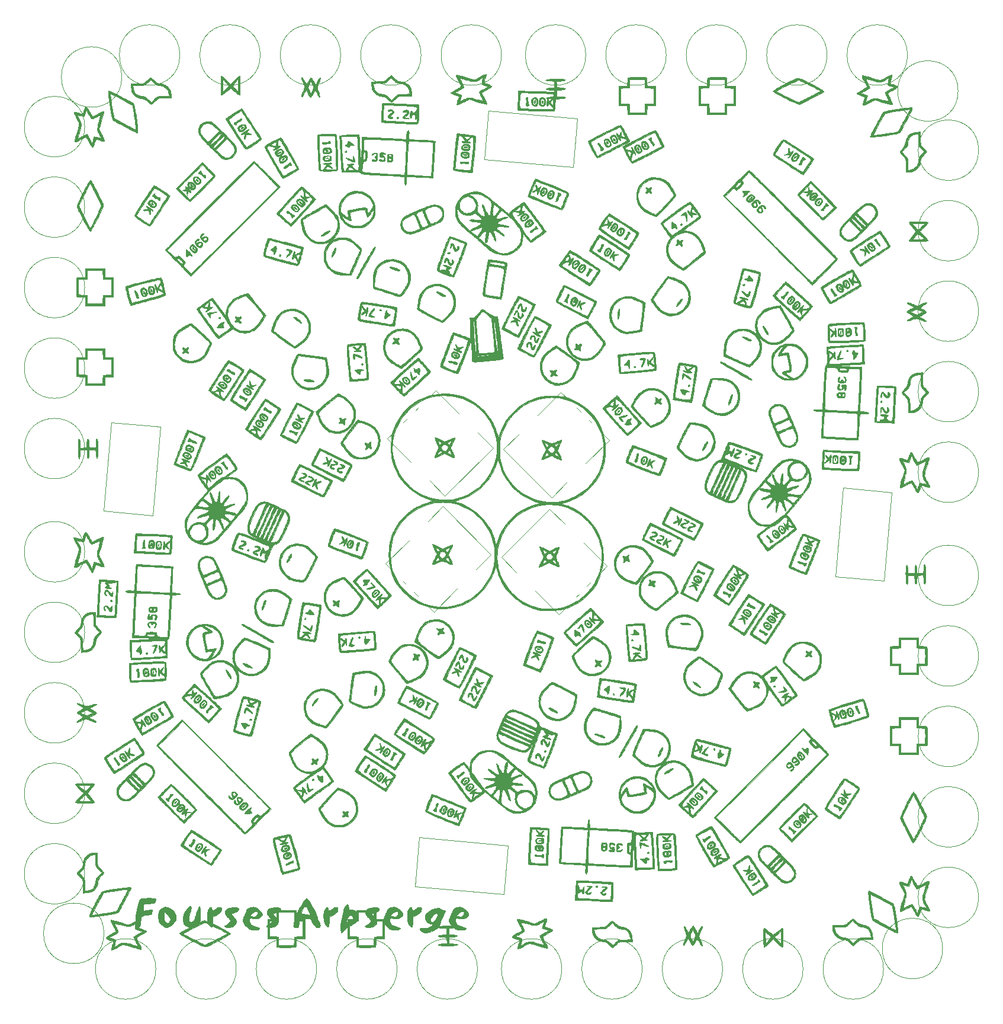
<source format=gbr>
%TF.GenerationSoftware,KiCad,Pcbnew,(5.1.7)-1*%
%TF.CreationDate,2021-05-19T11:45:42-05:00*%
%TF.ProjectId,FOURSES ARPSERGE,464f5552-5345-4532-9041-525053455247,rev?*%
%TF.SameCoordinates,Original*%
%TF.FileFunction,Legend,Top*%
%TF.FilePolarity,Positive*%
%FSLAX46Y46*%
G04 Gerber Fmt 4.6, Leading zero omitted, Abs format (unit mm)*
G04 Created by KiCad (PCBNEW (5.1.7)-1) date 2021-05-19 11:45:42*
%MOMM*%
%LPD*%
G01*
G04 APERTURE LIST*
%ADD10C,0.010000*%
%ADD11C,0.120000*%
%ADD12C,0.150000*%
G04 APERTURE END LIST*
D10*
%TO.C,*%
G36*
X79934308Y-48340252D02*
G01*
X79985717Y-48343379D01*
X80052174Y-48354110D01*
X80154511Y-48378002D01*
X80280454Y-48411877D01*
X80417729Y-48452556D01*
X80465723Y-48467667D01*
X80658853Y-48528202D01*
X80810449Y-48570141D01*
X80927064Y-48591414D01*
X81015253Y-48589953D01*
X81081570Y-48563685D01*
X81132572Y-48510543D01*
X81174812Y-48428456D01*
X81214847Y-48315353D01*
X81243431Y-48222083D01*
X81312499Y-48009120D01*
X81380457Y-47833828D01*
X81445608Y-47699987D01*
X81506253Y-47611376D01*
X81526991Y-47590993D01*
X81574666Y-47559786D01*
X81615271Y-47565769D01*
X81653413Y-47593274D01*
X81717057Y-47661064D01*
X81799830Y-47775692D01*
X81901769Y-47937214D01*
X82022908Y-48145686D01*
X82154610Y-48385048D01*
X82262980Y-48580905D01*
X82353479Y-48732653D01*
X82427990Y-48843037D01*
X82488396Y-48914807D01*
X82536579Y-48950710D01*
X82544110Y-48953579D01*
X82563851Y-48956759D01*
X82590547Y-48953147D01*
X82629635Y-48940219D01*
X82686554Y-48915449D01*
X82766741Y-48876311D01*
X82875635Y-48820279D01*
X83018674Y-48744827D01*
X83188007Y-48654536D01*
X83435941Y-48524676D01*
X83647528Y-48419549D01*
X83821302Y-48339815D01*
X83955803Y-48286129D01*
X84049570Y-48259153D01*
X84072549Y-48256139D01*
X84111599Y-48256473D01*
X84128373Y-48273432D01*
X84130277Y-48320721D01*
X84128049Y-48358808D01*
X84114992Y-48451812D01*
X84085305Y-48589970D01*
X84039750Y-48770653D01*
X83979088Y-48991232D01*
X83904080Y-49249078D01*
X83815488Y-49541561D01*
X83714075Y-49866050D01*
X83600600Y-50219918D01*
X83499489Y-50528944D01*
X83469266Y-50630617D01*
X83449632Y-50717047D01*
X83443360Y-50774913D01*
X83445578Y-50787957D01*
X83462340Y-50821727D01*
X83498846Y-50893358D01*
X83551368Y-50995602D01*
X83616178Y-51121209D01*
X83689550Y-51262929D01*
X83715729Y-51313390D01*
X83843946Y-51563104D01*
X83948950Y-51773911D01*
X84033057Y-51950885D01*
X84098581Y-52099100D01*
X84147837Y-52223628D01*
X84183140Y-52329543D01*
X84189514Y-52351750D01*
X84211242Y-52438038D01*
X84214192Y-52487890D01*
X84195439Y-52513185D01*
X84152055Y-52525805D01*
X84146390Y-52526804D01*
X84084988Y-52524272D01*
X83983368Y-52504512D01*
X83848433Y-52469407D01*
X83687086Y-52420846D01*
X83506228Y-52360714D01*
X83397759Y-52322239D01*
X83278686Y-52279560D01*
X83176059Y-52243705D01*
X83099749Y-52218057D01*
X83059626Y-52205999D01*
X83057125Y-52205544D01*
X83039870Y-52227210D01*
X83009720Y-52289080D01*
X82970087Y-52383197D01*
X82924387Y-52501599D01*
X82892513Y-52589311D01*
X82817770Y-52793570D01*
X82746713Y-52975615D01*
X82681726Y-53129996D01*
X82625191Y-53251263D01*
X82579488Y-53333966D01*
X82551527Y-53369387D01*
X82531684Y-53379207D01*
X82508708Y-53369158D01*
X82475014Y-53332341D01*
X82423020Y-53261860D01*
X82404447Y-53235575D01*
X82356060Y-53161710D01*
X82289702Y-53053238D01*
X82211395Y-52920380D01*
X82127165Y-52773362D01*
X82043035Y-52622407D01*
X82041303Y-52619251D01*
X81930510Y-52420601D01*
X81838439Y-52263503D01*
X81762036Y-52143559D01*
X81698248Y-52056368D01*
X81644021Y-51997531D01*
X81596305Y-51962647D01*
X81580634Y-51955304D01*
X81544833Y-51946674D01*
X81500293Y-51948881D01*
X81441748Y-51964158D01*
X81363925Y-51994735D01*
X81261553Y-52042847D01*
X81129363Y-52110724D01*
X80962084Y-52200597D01*
X80828618Y-52273752D01*
X80600707Y-52396458D01*
X80412102Y-52491523D01*
X80260144Y-52560020D01*
X80142171Y-52603023D01*
X80055520Y-52621600D01*
X79997530Y-52616826D01*
X79987716Y-52612400D01*
X79962412Y-52575999D01*
X79961837Y-52503974D01*
X79964091Y-52488768D01*
X80398392Y-52124346D01*
X80422424Y-52116377D01*
X80486155Y-52088348D01*
X80583822Y-52042982D01*
X80709663Y-51983005D01*
X80857916Y-51911138D01*
X81022818Y-51830107D01*
X81063190Y-51810115D01*
X81260309Y-51712921D01*
X81416731Y-51637228D01*
X81536898Y-51581127D01*
X81625256Y-51542706D01*
X81686247Y-51520054D01*
X81724316Y-51511262D01*
X81743905Y-51514418D01*
X81746137Y-51516481D01*
X81778895Y-51563563D01*
X81830464Y-51647271D01*
X81896122Y-51759155D01*
X81971144Y-51890768D01*
X82050805Y-52033657D01*
X82130382Y-52179373D01*
X82205150Y-52319468D01*
X82270385Y-52445491D01*
X82309087Y-52523365D01*
X82364723Y-52636689D01*
X82412668Y-52731583D01*
X82448572Y-52799636D01*
X82468081Y-52832441D01*
X82469954Y-52834162D01*
X82480775Y-52811557D01*
X82504712Y-52747737D01*
X82539248Y-52649871D01*
X82581863Y-52525130D01*
X82630039Y-52380685D01*
X82641741Y-52345127D01*
X82802678Y-51854842D01*
X82877135Y-51871731D01*
X82926840Y-51883942D01*
X83015316Y-51906597D01*
X83132207Y-51937009D01*
X83267159Y-51972489D01*
X83348541Y-51994044D01*
X83482852Y-52029116D01*
X83599025Y-52058313D01*
X83688606Y-52079603D01*
X83743140Y-52090952D01*
X83755828Y-52092009D01*
X83747820Y-52068258D01*
X83719628Y-52005941D01*
X83674439Y-51911654D01*
X83615436Y-51791997D01*
X83545807Y-51653566D01*
X83513926Y-51590959D01*
X83438277Y-51440871D01*
X83369874Y-51301278D01*
X83312474Y-51180157D01*
X83269833Y-51085492D01*
X83245708Y-51025258D01*
X83242424Y-51014185D01*
X83227118Y-50922331D01*
X83222248Y-50818272D01*
X83228630Y-50696903D01*
X83247075Y-50553119D01*
X83278398Y-50381819D01*
X83323411Y-50177899D01*
X83382930Y-49936252D01*
X83457767Y-49651779D01*
X83462285Y-49635003D01*
X83523381Y-49403356D01*
X83569433Y-49216108D01*
X83601011Y-49069262D01*
X83618686Y-48958824D01*
X83623029Y-48880797D01*
X83614610Y-48831184D01*
X83594000Y-48805991D01*
X83581259Y-48801621D01*
X83526532Y-48806930D01*
X83505755Y-48818164D01*
X83462359Y-48845920D01*
X83382124Y-48889498D01*
X83274166Y-48944586D01*
X83147603Y-49006872D01*
X83011551Y-49072041D01*
X82875129Y-49135782D01*
X82747453Y-49193782D01*
X82637642Y-49241727D01*
X82554812Y-49275305D01*
X82508081Y-49290202D01*
X82507767Y-49290252D01*
X82424985Y-49288313D01*
X82356209Y-49262519D01*
X82355247Y-49261833D01*
X82309360Y-49213548D01*
X82244101Y-49120828D01*
X82159202Y-48983230D01*
X82054394Y-48800308D01*
X81929413Y-48571617D01*
X81841949Y-48407166D01*
X81776648Y-48284219D01*
X81719708Y-48178698D01*
X81675248Y-48098101D01*
X81647385Y-48049927D01*
X81639997Y-48039509D01*
X81629802Y-48062206D01*
X81606498Y-48125815D01*
X81572683Y-48222880D01*
X81530949Y-48345947D01*
X81483894Y-48487563D01*
X81482118Y-48492958D01*
X81434428Y-48635741D01*
X81391289Y-48760783D01*
X81355439Y-48860466D01*
X81329621Y-48927174D01*
X81316575Y-48953291D01*
X81316433Y-48953360D01*
X81287568Y-48950857D01*
X81216509Y-48940263D01*
X81111037Y-48922869D01*
X80978934Y-48899966D01*
X80827984Y-48872845D01*
X80797205Y-48867210D01*
X80294258Y-48774848D01*
X80471127Y-49074440D01*
X80590757Y-49278971D01*
X80690033Y-49456707D01*
X80769394Y-49614244D01*
X80829285Y-49758176D01*
X80870147Y-49895102D01*
X80892419Y-50031612D01*
X80896544Y-50174305D01*
X80882964Y-50329774D01*
X80852122Y-50504614D01*
X80804455Y-50705421D01*
X80740409Y-50938789D01*
X80660423Y-51211315D01*
X80622636Y-51337524D01*
X80566168Y-51526862D01*
X80515169Y-51700177D01*
X80471317Y-51851590D01*
X80436286Y-51975218D01*
X80411754Y-52065183D01*
X80399394Y-52115602D01*
X80398392Y-52124346D01*
X79964091Y-52488768D01*
X79965828Y-52477052D01*
X79990607Y-52356889D01*
X80030556Y-52195647D01*
X80083772Y-52000145D01*
X80148352Y-51777202D01*
X80222392Y-51533641D01*
X80281290Y-51346835D01*
X80374422Y-51049195D01*
X80449783Y-50793322D01*
X80508761Y-50573880D01*
X80552747Y-50385534D01*
X80583132Y-50222949D01*
X80593990Y-50147035D01*
X80601621Y-50085098D01*
X80605744Y-50031972D01*
X80604102Y-49981766D01*
X80594444Y-49928595D01*
X80574516Y-49866567D01*
X80542064Y-49789796D01*
X80494834Y-49692392D01*
X80430575Y-49568467D01*
X80347032Y-49412132D01*
X80241952Y-49217500D01*
X80229383Y-49194243D01*
X80122884Y-48992055D01*
X80032156Y-48809431D01*
X79959553Y-48651629D01*
X79907432Y-48523906D01*
X79878150Y-48431520D01*
X79872668Y-48398274D01*
X79872999Y-48360084D01*
X79889167Y-48342869D01*
X79934308Y-48340252D01*
G37*
X79934308Y-48340252D02*
X79985717Y-48343379D01*
X80052174Y-48354110D01*
X80154511Y-48378002D01*
X80280454Y-48411877D01*
X80417729Y-48452556D01*
X80465723Y-48467667D01*
X80658853Y-48528202D01*
X80810449Y-48570141D01*
X80927064Y-48591414D01*
X81015253Y-48589953D01*
X81081570Y-48563685D01*
X81132572Y-48510543D01*
X81174812Y-48428456D01*
X81214847Y-48315353D01*
X81243431Y-48222083D01*
X81312499Y-48009120D01*
X81380457Y-47833828D01*
X81445608Y-47699987D01*
X81506253Y-47611376D01*
X81526991Y-47590993D01*
X81574666Y-47559786D01*
X81615271Y-47565769D01*
X81653413Y-47593274D01*
X81717057Y-47661064D01*
X81799830Y-47775692D01*
X81901769Y-47937214D01*
X82022908Y-48145686D01*
X82154610Y-48385048D01*
X82262980Y-48580905D01*
X82353479Y-48732653D01*
X82427990Y-48843037D01*
X82488396Y-48914807D01*
X82536579Y-48950710D01*
X82544110Y-48953579D01*
X82563851Y-48956759D01*
X82590547Y-48953147D01*
X82629635Y-48940219D01*
X82686554Y-48915449D01*
X82766741Y-48876311D01*
X82875635Y-48820279D01*
X83018674Y-48744827D01*
X83188007Y-48654536D01*
X83435941Y-48524676D01*
X83647528Y-48419549D01*
X83821302Y-48339815D01*
X83955803Y-48286129D01*
X84049570Y-48259153D01*
X84072549Y-48256139D01*
X84111599Y-48256473D01*
X84128373Y-48273432D01*
X84130277Y-48320721D01*
X84128049Y-48358808D01*
X84114992Y-48451812D01*
X84085305Y-48589970D01*
X84039750Y-48770653D01*
X83979088Y-48991232D01*
X83904080Y-49249078D01*
X83815488Y-49541561D01*
X83714075Y-49866050D01*
X83600600Y-50219918D01*
X83499489Y-50528944D01*
X83469266Y-50630617D01*
X83449632Y-50717047D01*
X83443360Y-50774913D01*
X83445578Y-50787957D01*
X83462340Y-50821727D01*
X83498846Y-50893358D01*
X83551368Y-50995602D01*
X83616178Y-51121209D01*
X83689550Y-51262929D01*
X83715729Y-51313390D01*
X83843946Y-51563104D01*
X83948950Y-51773911D01*
X84033057Y-51950885D01*
X84098581Y-52099100D01*
X84147837Y-52223628D01*
X84183140Y-52329543D01*
X84189514Y-52351750D01*
X84211242Y-52438038D01*
X84214192Y-52487890D01*
X84195439Y-52513185D01*
X84152055Y-52525805D01*
X84146390Y-52526804D01*
X84084988Y-52524272D01*
X83983368Y-52504512D01*
X83848433Y-52469407D01*
X83687086Y-52420846D01*
X83506228Y-52360714D01*
X83397759Y-52322239D01*
X83278686Y-52279560D01*
X83176059Y-52243705D01*
X83099749Y-52218057D01*
X83059626Y-52205999D01*
X83057125Y-52205544D01*
X83039870Y-52227210D01*
X83009720Y-52289080D01*
X82970087Y-52383197D01*
X82924387Y-52501599D01*
X82892513Y-52589311D01*
X82817770Y-52793570D01*
X82746713Y-52975615D01*
X82681726Y-53129996D01*
X82625191Y-53251263D01*
X82579488Y-53333966D01*
X82551527Y-53369387D01*
X82531684Y-53379207D01*
X82508708Y-53369158D01*
X82475014Y-53332341D01*
X82423020Y-53261860D01*
X82404447Y-53235575D01*
X82356060Y-53161710D01*
X82289702Y-53053238D01*
X82211395Y-52920380D01*
X82127165Y-52773362D01*
X82043035Y-52622407D01*
X82041303Y-52619251D01*
X81930510Y-52420601D01*
X81838439Y-52263503D01*
X81762036Y-52143559D01*
X81698248Y-52056368D01*
X81644021Y-51997531D01*
X81596305Y-51962647D01*
X81580634Y-51955304D01*
X81544833Y-51946674D01*
X81500293Y-51948881D01*
X81441748Y-51964158D01*
X81363925Y-51994735D01*
X81261553Y-52042847D01*
X81129363Y-52110724D01*
X80962084Y-52200597D01*
X80828618Y-52273752D01*
X80600707Y-52396458D01*
X80412102Y-52491523D01*
X80260144Y-52560020D01*
X80142171Y-52603023D01*
X80055520Y-52621600D01*
X79997530Y-52616826D01*
X79987716Y-52612400D01*
X79962412Y-52575999D01*
X79961837Y-52503974D01*
X79964091Y-52488768D01*
X80398392Y-52124346D01*
X80422424Y-52116377D01*
X80486155Y-52088348D01*
X80583822Y-52042982D01*
X80709663Y-51983005D01*
X80857916Y-51911138D01*
X81022818Y-51830107D01*
X81063190Y-51810115D01*
X81260309Y-51712921D01*
X81416731Y-51637228D01*
X81536898Y-51581127D01*
X81625256Y-51542706D01*
X81686247Y-51520054D01*
X81724316Y-51511262D01*
X81743905Y-51514418D01*
X81746137Y-51516481D01*
X81778895Y-51563563D01*
X81830464Y-51647271D01*
X81896122Y-51759155D01*
X81971144Y-51890768D01*
X82050805Y-52033657D01*
X82130382Y-52179373D01*
X82205150Y-52319468D01*
X82270385Y-52445491D01*
X82309087Y-52523365D01*
X82364723Y-52636689D01*
X82412668Y-52731583D01*
X82448572Y-52799636D01*
X82468081Y-52832441D01*
X82469954Y-52834162D01*
X82480775Y-52811557D01*
X82504712Y-52747737D01*
X82539248Y-52649871D01*
X82581863Y-52525130D01*
X82630039Y-52380685D01*
X82641741Y-52345127D01*
X82802678Y-51854842D01*
X82877135Y-51871731D01*
X82926840Y-51883942D01*
X83015316Y-51906597D01*
X83132207Y-51937009D01*
X83267159Y-51972489D01*
X83348541Y-51994044D01*
X83482852Y-52029116D01*
X83599025Y-52058313D01*
X83688606Y-52079603D01*
X83743140Y-52090952D01*
X83755828Y-52092009D01*
X83747820Y-52068258D01*
X83719628Y-52005941D01*
X83674439Y-51911654D01*
X83615436Y-51791997D01*
X83545807Y-51653566D01*
X83513926Y-51590959D01*
X83438277Y-51440871D01*
X83369874Y-51301278D01*
X83312474Y-51180157D01*
X83269833Y-51085492D01*
X83245708Y-51025258D01*
X83242424Y-51014185D01*
X83227118Y-50922331D01*
X83222248Y-50818272D01*
X83228630Y-50696903D01*
X83247075Y-50553119D01*
X83278398Y-50381819D01*
X83323411Y-50177899D01*
X83382930Y-49936252D01*
X83457767Y-49651779D01*
X83462285Y-49635003D01*
X83523381Y-49403356D01*
X83569433Y-49216108D01*
X83601011Y-49069262D01*
X83618686Y-48958824D01*
X83623029Y-48880797D01*
X83614610Y-48831184D01*
X83594000Y-48805991D01*
X83581259Y-48801621D01*
X83526532Y-48806930D01*
X83505755Y-48818164D01*
X83462359Y-48845920D01*
X83382124Y-48889498D01*
X83274166Y-48944586D01*
X83147603Y-49006872D01*
X83011551Y-49072041D01*
X82875129Y-49135782D01*
X82747453Y-49193782D01*
X82637642Y-49241727D01*
X82554812Y-49275305D01*
X82508081Y-49290202D01*
X82507767Y-49290252D01*
X82424985Y-49288313D01*
X82356209Y-49262519D01*
X82355247Y-49261833D01*
X82309360Y-49213548D01*
X82244101Y-49120828D01*
X82159202Y-48983230D01*
X82054394Y-48800308D01*
X81929413Y-48571617D01*
X81841949Y-48407166D01*
X81776648Y-48284219D01*
X81719708Y-48178698D01*
X81675248Y-48098101D01*
X81647385Y-48049927D01*
X81639997Y-48039509D01*
X81629802Y-48062206D01*
X81606498Y-48125815D01*
X81572683Y-48222880D01*
X81530949Y-48345947D01*
X81483894Y-48487563D01*
X81482118Y-48492958D01*
X81434428Y-48635741D01*
X81391289Y-48760783D01*
X81355439Y-48860466D01*
X81329621Y-48927174D01*
X81316575Y-48953291D01*
X81316433Y-48953360D01*
X81287568Y-48950857D01*
X81216509Y-48940263D01*
X81111037Y-48922869D01*
X80978934Y-48899966D01*
X80827984Y-48872845D01*
X80797205Y-48867210D01*
X80294258Y-48774848D01*
X80471127Y-49074440D01*
X80590757Y-49278971D01*
X80690033Y-49456707D01*
X80769394Y-49614244D01*
X80829285Y-49758176D01*
X80870147Y-49895102D01*
X80892419Y-50031612D01*
X80896544Y-50174305D01*
X80882964Y-50329774D01*
X80852122Y-50504614D01*
X80804455Y-50705421D01*
X80740409Y-50938789D01*
X80660423Y-51211315D01*
X80622636Y-51337524D01*
X80566168Y-51526862D01*
X80515169Y-51700177D01*
X80471317Y-51851590D01*
X80436286Y-51975218D01*
X80411754Y-52065183D01*
X80399394Y-52115602D01*
X80398392Y-52124346D01*
X79964091Y-52488768D01*
X79965828Y-52477052D01*
X79990607Y-52356889D01*
X80030556Y-52195647D01*
X80083772Y-52000145D01*
X80148352Y-51777202D01*
X80222392Y-51533641D01*
X80281290Y-51346835D01*
X80374422Y-51049195D01*
X80449783Y-50793322D01*
X80508761Y-50573880D01*
X80552747Y-50385534D01*
X80583132Y-50222949D01*
X80593990Y-50147035D01*
X80601621Y-50085098D01*
X80605744Y-50031972D01*
X80604102Y-49981766D01*
X80594444Y-49928595D01*
X80574516Y-49866567D01*
X80542064Y-49789796D01*
X80494834Y-49692392D01*
X80430575Y-49568467D01*
X80347032Y-49412132D01*
X80241952Y-49217500D01*
X80229383Y-49194243D01*
X80122884Y-48992055D01*
X80032156Y-48809431D01*
X79959553Y-48651629D01*
X79907432Y-48523906D01*
X79878150Y-48431520D01*
X79872668Y-48398274D01*
X79872999Y-48360084D01*
X79889167Y-48342869D01*
X79934308Y-48340252D01*
G36*
X156896838Y-163942451D02*
G01*
X156983122Y-163997592D01*
X157097817Y-164087149D01*
X157238377Y-164209201D01*
X157322170Y-164286108D01*
X157515081Y-164447446D01*
X157710511Y-164569812D01*
X157922913Y-164660512D01*
X158166740Y-164726857D01*
X158212282Y-164736225D01*
X158404911Y-164776483D01*
X158559343Y-164814889D01*
X158687846Y-164855822D01*
X158802690Y-164903662D01*
X158916146Y-164962791D01*
X159019191Y-165024287D01*
X159216365Y-165176221D01*
X159379678Y-165365643D01*
X159508209Y-165591300D01*
X159583837Y-165792030D01*
X159607185Y-165886012D01*
X159631760Y-166014514D01*
X159654798Y-166161367D01*
X159673530Y-166310396D01*
X159675181Y-166325964D01*
X159689572Y-166462651D01*
X159703085Y-166587821D01*
X159714397Y-166689442D01*
X159722186Y-166755483D01*
X159723416Y-166764935D01*
X159734611Y-166847567D01*
X159056079Y-166847776D01*
X158774314Y-166849203D01*
X158538206Y-166853608D01*
X158342623Y-166861454D01*
X158182434Y-166873208D01*
X158052507Y-166889333D01*
X157947711Y-166910297D01*
X157862914Y-166936562D01*
X157807513Y-166960949D01*
X157747853Y-166999829D01*
X157659620Y-167068871D01*
X157549951Y-167162036D01*
X157425984Y-167273286D01*
X157312154Y-167379992D01*
X157197150Y-167488338D01*
X157092915Y-167583482D01*
X157005528Y-167660121D01*
X156941068Y-167712952D01*
X156905616Y-167736671D01*
X156902409Y-167737457D01*
X156863199Y-167721938D01*
X156803882Y-167682473D01*
X156770274Y-167655580D01*
X156717405Y-167608592D01*
X156637380Y-167534993D01*
X156539590Y-167443526D01*
X156433426Y-167342937D01*
X156391675Y-167303023D01*
X156239406Y-167161636D01*
X156109656Y-167054068D01*
X155992262Y-166975180D01*
X155877057Y-166919835D01*
X155753877Y-166882896D01*
X155612558Y-166859226D01*
X155489731Y-166847184D01*
X155361819Y-166835140D01*
X155242175Y-166820557D01*
X155146114Y-166805483D01*
X155097667Y-166794776D01*
X154891407Y-166713216D01*
X154686166Y-166591846D01*
X154494445Y-166440394D01*
X154328747Y-166268587D01*
X154213483Y-166106766D01*
X154121829Y-165932728D01*
X154054978Y-165756569D01*
X154009614Y-165565472D01*
X153982420Y-165346621D01*
X153972633Y-165175846D01*
X153970353Y-165114221D01*
X154221041Y-165114221D01*
X154230696Y-165200078D01*
X154255177Y-165317980D01*
X154290265Y-165452819D01*
X154331742Y-165589489D01*
X154375393Y-165712884D01*
X154411822Y-165797616D01*
X154545921Y-166015453D01*
X154719255Y-166209510D01*
X154922992Y-166371776D01*
X155148305Y-166494236D01*
X155204153Y-166516643D01*
X155308958Y-166546107D01*
X155450376Y-166571648D01*
X155614188Y-166590763D01*
X155635167Y-166592546D01*
X155814654Y-166612136D01*
X155959545Y-166642288D01*
X156083577Y-166689311D01*
X156200488Y-166759517D01*
X156324014Y-166859214D01*
X156429597Y-166957458D01*
X156552719Y-167074298D01*
X156664918Y-167177149D01*
X156760531Y-167261097D01*
X156833893Y-167321228D01*
X156879339Y-167352628D01*
X156889079Y-167356076D01*
X156918890Y-167343207D01*
X156967135Y-167313415D01*
X157007185Y-167281122D01*
X157075461Y-167220707D01*
X157163819Y-167139587D01*
X157264115Y-167045179D01*
X157312704Y-166998671D01*
X157415452Y-166900005D01*
X157502723Y-166819654D01*
X157581181Y-166755665D01*
X157657489Y-166706086D01*
X157738313Y-166668966D01*
X157830315Y-166642353D01*
X157940159Y-166624294D01*
X158074509Y-166612839D01*
X158240029Y-166606036D01*
X158443383Y-166601932D01*
X158678113Y-166598750D01*
X159461761Y-166588363D01*
X159445181Y-166482780D01*
X159401647Y-166238322D01*
X159353371Y-166026592D01*
X159301954Y-165853846D01*
X159254451Y-165737152D01*
X159125371Y-165530008D01*
X158961347Y-165357612D01*
X158766991Y-165222752D01*
X158546912Y-165128216D01*
X158305719Y-165076794D01*
X158147926Y-165067788D01*
X158004121Y-165057272D01*
X157864813Y-165023495D01*
X157724324Y-164963110D01*
X157576975Y-164872772D01*
X157417088Y-164749135D01*
X157238983Y-164588852D01*
X157094604Y-164447191D01*
X156828677Y-164179074D01*
X156433543Y-164568515D01*
X156293782Y-164704918D01*
X156183242Y-164809256D01*
X156096147Y-164886355D01*
X156026721Y-164941041D01*
X155969189Y-164978142D01*
X155917774Y-165002484D01*
X155911281Y-165004947D01*
X155869290Y-165018547D01*
X155820638Y-165029501D01*
X155759161Y-165038195D01*
X155678693Y-165045016D01*
X155573070Y-165050349D01*
X155436125Y-165054579D01*
X155261694Y-165058092D01*
X155043612Y-165061274D01*
X155002322Y-165061802D01*
X154781447Y-165064791D01*
X154606224Y-165067796D01*
X154471456Y-165071166D01*
X154371946Y-165075250D01*
X154302496Y-165080397D01*
X154257909Y-165086955D01*
X154232988Y-165095273D01*
X154222535Y-165105700D01*
X154221041Y-165114221D01*
X153970353Y-165114221D01*
X153959225Y-164813533D01*
X154680999Y-164813030D01*
X154946768Y-164811830D01*
X155167258Y-164808308D01*
X155348008Y-164801972D01*
X155494555Y-164792333D01*
X155612439Y-164778898D01*
X155707197Y-164761176D01*
X155784370Y-164738677D01*
X155849494Y-164710910D01*
X155853049Y-164709112D01*
X155908254Y-164672681D01*
X155990150Y-164608140D01*
X156089431Y-164523296D01*
X156196791Y-164425958D01*
X156246439Y-164379031D01*
X156406805Y-164230019D01*
X156549082Y-164107270D01*
X156669599Y-164013592D01*
X156764688Y-163951792D01*
X156830681Y-163924678D01*
X156841511Y-163923643D01*
X156896838Y-163942451D01*
G37*
X156896838Y-163942451D02*
X156983122Y-163997592D01*
X157097817Y-164087149D01*
X157238377Y-164209201D01*
X157322170Y-164286108D01*
X157515081Y-164447446D01*
X157710511Y-164569812D01*
X157922913Y-164660512D01*
X158166740Y-164726857D01*
X158212282Y-164736225D01*
X158404911Y-164776483D01*
X158559343Y-164814889D01*
X158687846Y-164855822D01*
X158802690Y-164903662D01*
X158916146Y-164962791D01*
X159019191Y-165024287D01*
X159216365Y-165176221D01*
X159379678Y-165365643D01*
X159508209Y-165591300D01*
X159583837Y-165792030D01*
X159607185Y-165886012D01*
X159631760Y-166014514D01*
X159654798Y-166161367D01*
X159673530Y-166310396D01*
X159675181Y-166325964D01*
X159689572Y-166462651D01*
X159703085Y-166587821D01*
X159714397Y-166689442D01*
X159722186Y-166755483D01*
X159723416Y-166764935D01*
X159734611Y-166847567D01*
X159056079Y-166847776D01*
X158774314Y-166849203D01*
X158538206Y-166853608D01*
X158342623Y-166861454D01*
X158182434Y-166873208D01*
X158052507Y-166889333D01*
X157947711Y-166910297D01*
X157862914Y-166936562D01*
X157807513Y-166960949D01*
X157747853Y-166999829D01*
X157659620Y-167068871D01*
X157549951Y-167162036D01*
X157425984Y-167273286D01*
X157312154Y-167379992D01*
X157197150Y-167488338D01*
X157092915Y-167583482D01*
X157005528Y-167660121D01*
X156941068Y-167712952D01*
X156905616Y-167736671D01*
X156902409Y-167737457D01*
X156863199Y-167721938D01*
X156803882Y-167682473D01*
X156770274Y-167655580D01*
X156717405Y-167608592D01*
X156637380Y-167534993D01*
X156539590Y-167443526D01*
X156433426Y-167342937D01*
X156391675Y-167303023D01*
X156239406Y-167161636D01*
X156109656Y-167054068D01*
X155992262Y-166975180D01*
X155877057Y-166919835D01*
X155753877Y-166882896D01*
X155612558Y-166859226D01*
X155489731Y-166847184D01*
X155361819Y-166835140D01*
X155242175Y-166820557D01*
X155146114Y-166805483D01*
X155097667Y-166794776D01*
X154891407Y-166713216D01*
X154686166Y-166591846D01*
X154494445Y-166440394D01*
X154328747Y-166268587D01*
X154213483Y-166106766D01*
X154121829Y-165932728D01*
X154054978Y-165756569D01*
X154009614Y-165565472D01*
X153982420Y-165346621D01*
X153972633Y-165175846D01*
X153970353Y-165114221D01*
X154221041Y-165114221D01*
X154230696Y-165200078D01*
X154255177Y-165317980D01*
X154290265Y-165452819D01*
X154331742Y-165589489D01*
X154375393Y-165712884D01*
X154411822Y-165797616D01*
X154545921Y-166015453D01*
X154719255Y-166209510D01*
X154922992Y-166371776D01*
X155148305Y-166494236D01*
X155204153Y-166516643D01*
X155308958Y-166546107D01*
X155450376Y-166571648D01*
X155614188Y-166590763D01*
X155635167Y-166592546D01*
X155814654Y-166612136D01*
X155959545Y-166642288D01*
X156083577Y-166689311D01*
X156200488Y-166759517D01*
X156324014Y-166859214D01*
X156429597Y-166957458D01*
X156552719Y-167074298D01*
X156664918Y-167177149D01*
X156760531Y-167261097D01*
X156833893Y-167321228D01*
X156879339Y-167352628D01*
X156889079Y-167356076D01*
X156918890Y-167343207D01*
X156967135Y-167313415D01*
X157007185Y-167281122D01*
X157075461Y-167220707D01*
X157163819Y-167139587D01*
X157264115Y-167045179D01*
X157312704Y-166998671D01*
X157415452Y-166900005D01*
X157502723Y-166819654D01*
X157581181Y-166755665D01*
X157657489Y-166706086D01*
X157738313Y-166668966D01*
X157830315Y-166642353D01*
X157940159Y-166624294D01*
X158074509Y-166612839D01*
X158240029Y-166606036D01*
X158443383Y-166601932D01*
X158678113Y-166598750D01*
X159461761Y-166588363D01*
X159445181Y-166482780D01*
X159401647Y-166238322D01*
X159353371Y-166026592D01*
X159301954Y-165853846D01*
X159254451Y-165737152D01*
X159125371Y-165530008D01*
X158961347Y-165357612D01*
X158766991Y-165222752D01*
X158546912Y-165128216D01*
X158305719Y-165076794D01*
X158147926Y-165067788D01*
X158004121Y-165057272D01*
X157864813Y-165023495D01*
X157724324Y-164963110D01*
X157576975Y-164872772D01*
X157417088Y-164749135D01*
X157238983Y-164588852D01*
X157094604Y-164447191D01*
X156828677Y-164179074D01*
X156433543Y-164568515D01*
X156293782Y-164704918D01*
X156183242Y-164809256D01*
X156096147Y-164886355D01*
X156026721Y-164941041D01*
X155969189Y-164978142D01*
X155917774Y-165002484D01*
X155911281Y-165004947D01*
X155869290Y-165018547D01*
X155820638Y-165029501D01*
X155759161Y-165038195D01*
X155678693Y-165045016D01*
X155573070Y-165050349D01*
X155436125Y-165054579D01*
X155261694Y-165058092D01*
X155043612Y-165061274D01*
X155002322Y-165061802D01*
X154781447Y-165064791D01*
X154606224Y-165067796D01*
X154471456Y-165071166D01*
X154371946Y-165075250D01*
X154302496Y-165080397D01*
X154257909Y-165086955D01*
X154232988Y-165095273D01*
X154222535Y-165105700D01*
X154221041Y-165114221D01*
X153970353Y-165114221D01*
X153959225Y-164813533D01*
X154680999Y-164813030D01*
X154946768Y-164811830D01*
X155167258Y-164808308D01*
X155348008Y-164801972D01*
X155494555Y-164792333D01*
X155612439Y-164778898D01*
X155707197Y-164761176D01*
X155784370Y-164738677D01*
X155849494Y-164710910D01*
X155853049Y-164709112D01*
X155908254Y-164672681D01*
X155990150Y-164608140D01*
X156089431Y-164523296D01*
X156196791Y-164425958D01*
X156246439Y-164379031D01*
X156406805Y-164230019D01*
X156549082Y-164107270D01*
X156669599Y-164013592D01*
X156764688Y-163951792D01*
X156830681Y-163924678D01*
X156841511Y-163923643D01*
X156896838Y-163942451D01*
G36*
X196849748Y-43094308D02*
G01*
X196846621Y-43145717D01*
X196835890Y-43212174D01*
X196811998Y-43314511D01*
X196778123Y-43440454D01*
X196737444Y-43577729D01*
X196722333Y-43625723D01*
X196661798Y-43818853D01*
X196619859Y-43970449D01*
X196598586Y-44087064D01*
X196600047Y-44175253D01*
X196626315Y-44241570D01*
X196679457Y-44292572D01*
X196761544Y-44334812D01*
X196874647Y-44374847D01*
X196967917Y-44403431D01*
X197180880Y-44472499D01*
X197356172Y-44540457D01*
X197490013Y-44605608D01*
X197578624Y-44666253D01*
X197599007Y-44686991D01*
X197630214Y-44734666D01*
X197624231Y-44775271D01*
X197596726Y-44813413D01*
X197528936Y-44877057D01*
X197414308Y-44959830D01*
X197252786Y-45061769D01*
X197044314Y-45182908D01*
X196804952Y-45314610D01*
X196609095Y-45422980D01*
X196457347Y-45513479D01*
X196346963Y-45587990D01*
X196275193Y-45648396D01*
X196239290Y-45696579D01*
X196236421Y-45704110D01*
X196233241Y-45723851D01*
X196236853Y-45750547D01*
X196249781Y-45789635D01*
X196274551Y-45846554D01*
X196313689Y-45926741D01*
X196369721Y-46035635D01*
X196445173Y-46178674D01*
X196535464Y-46348007D01*
X196665324Y-46595941D01*
X196770451Y-46807528D01*
X196850185Y-46981302D01*
X196903871Y-47115803D01*
X196930847Y-47209570D01*
X196933861Y-47232549D01*
X196933527Y-47271599D01*
X196916568Y-47288373D01*
X196869279Y-47290277D01*
X196831192Y-47288049D01*
X196738188Y-47274992D01*
X196600030Y-47245305D01*
X196419347Y-47199750D01*
X196198768Y-47139088D01*
X195940922Y-47064080D01*
X195648439Y-46975488D01*
X195323950Y-46874075D01*
X194970082Y-46760600D01*
X194661056Y-46659489D01*
X194559383Y-46629266D01*
X194472953Y-46609632D01*
X194415087Y-46603360D01*
X194402043Y-46605578D01*
X194368273Y-46622340D01*
X194296642Y-46658846D01*
X194194398Y-46711368D01*
X194068791Y-46776178D01*
X193927071Y-46849550D01*
X193876610Y-46875729D01*
X193626896Y-47003946D01*
X193416089Y-47108950D01*
X193239115Y-47193057D01*
X193090900Y-47258581D01*
X192966372Y-47307837D01*
X192860457Y-47343140D01*
X192838250Y-47349514D01*
X192751962Y-47371242D01*
X192702110Y-47374192D01*
X192676815Y-47355439D01*
X192664195Y-47312055D01*
X192663196Y-47306390D01*
X192665728Y-47244988D01*
X192685488Y-47143368D01*
X192720593Y-47008433D01*
X192769154Y-46847086D01*
X192829286Y-46666228D01*
X192867761Y-46557759D01*
X192910440Y-46438686D01*
X192946295Y-46336059D01*
X192971943Y-46259749D01*
X192984001Y-46219626D01*
X192984456Y-46217125D01*
X192962790Y-46199870D01*
X192900920Y-46169720D01*
X192806803Y-46130087D01*
X192688401Y-46084387D01*
X192600689Y-46052513D01*
X192396430Y-45977770D01*
X192214385Y-45906713D01*
X192060004Y-45841726D01*
X191938737Y-45785191D01*
X191856034Y-45739488D01*
X191820613Y-45711527D01*
X191810793Y-45691684D01*
X191820842Y-45668708D01*
X191857659Y-45635014D01*
X191928140Y-45583020D01*
X191954425Y-45564447D01*
X192028290Y-45516060D01*
X192136762Y-45449702D01*
X192269620Y-45371395D01*
X192416638Y-45287165D01*
X192567593Y-45203035D01*
X192570749Y-45201303D01*
X192769399Y-45090510D01*
X192926497Y-44998439D01*
X193046441Y-44922036D01*
X193133632Y-44858248D01*
X193192469Y-44804021D01*
X193227353Y-44756305D01*
X193234696Y-44740634D01*
X193243326Y-44704833D01*
X193241119Y-44660293D01*
X193225842Y-44601748D01*
X193195265Y-44523925D01*
X193147153Y-44421553D01*
X193079276Y-44289363D01*
X192989403Y-44122084D01*
X192916248Y-43988618D01*
X192793542Y-43760707D01*
X192698477Y-43572102D01*
X192629980Y-43420144D01*
X192586977Y-43302171D01*
X192568400Y-43215520D01*
X192573174Y-43157530D01*
X192577600Y-43147716D01*
X192614001Y-43122412D01*
X192686026Y-43121837D01*
X192701232Y-43124091D01*
X193065654Y-43558392D01*
X193073623Y-43582424D01*
X193101652Y-43646155D01*
X193147018Y-43743822D01*
X193206995Y-43869663D01*
X193278862Y-44017916D01*
X193359893Y-44182818D01*
X193379885Y-44223190D01*
X193477079Y-44420309D01*
X193552772Y-44576731D01*
X193608873Y-44696898D01*
X193647294Y-44785256D01*
X193669946Y-44846247D01*
X193678738Y-44884316D01*
X193675582Y-44903905D01*
X193673519Y-44906137D01*
X193626437Y-44938895D01*
X193542729Y-44990464D01*
X193430845Y-45056122D01*
X193299232Y-45131144D01*
X193156343Y-45210805D01*
X193010627Y-45290382D01*
X192870532Y-45365150D01*
X192744509Y-45430385D01*
X192666635Y-45469087D01*
X192553311Y-45524723D01*
X192458417Y-45572668D01*
X192390364Y-45608572D01*
X192357559Y-45628081D01*
X192355838Y-45629954D01*
X192378443Y-45640775D01*
X192442263Y-45664712D01*
X192540129Y-45699248D01*
X192664870Y-45741863D01*
X192809315Y-45790039D01*
X192844873Y-45801741D01*
X193335158Y-45962678D01*
X193318269Y-46037135D01*
X193306058Y-46086840D01*
X193283403Y-46175316D01*
X193252991Y-46292207D01*
X193217511Y-46427159D01*
X193195956Y-46508541D01*
X193160884Y-46642852D01*
X193131687Y-46759025D01*
X193110397Y-46848606D01*
X193099048Y-46903140D01*
X193097991Y-46915828D01*
X193121742Y-46907820D01*
X193184059Y-46879628D01*
X193278346Y-46834439D01*
X193398003Y-46775436D01*
X193536434Y-46705807D01*
X193599041Y-46673926D01*
X193749129Y-46598277D01*
X193888722Y-46529874D01*
X194009843Y-46472474D01*
X194104508Y-46429833D01*
X194164742Y-46405708D01*
X194175815Y-46402424D01*
X194267669Y-46387118D01*
X194371728Y-46382248D01*
X194493097Y-46388630D01*
X194636881Y-46407075D01*
X194808181Y-46438398D01*
X195012101Y-46483411D01*
X195253748Y-46542930D01*
X195538221Y-46617767D01*
X195554997Y-46622285D01*
X195786644Y-46683381D01*
X195973892Y-46729433D01*
X196120738Y-46761011D01*
X196231176Y-46778686D01*
X196309203Y-46783029D01*
X196358816Y-46774610D01*
X196384009Y-46754000D01*
X196388379Y-46741259D01*
X196383070Y-46686532D01*
X196371836Y-46665755D01*
X196344080Y-46622359D01*
X196300502Y-46542124D01*
X196245414Y-46434166D01*
X196183128Y-46307603D01*
X196117959Y-46171551D01*
X196054218Y-46035129D01*
X195996218Y-45907453D01*
X195948273Y-45797642D01*
X195914695Y-45714812D01*
X195899798Y-45668081D01*
X195899748Y-45667767D01*
X195901687Y-45584985D01*
X195927481Y-45516209D01*
X195928167Y-45515247D01*
X195976452Y-45469360D01*
X196069172Y-45404101D01*
X196206770Y-45319202D01*
X196389692Y-45214394D01*
X196618383Y-45089413D01*
X196782834Y-45001949D01*
X196905781Y-44936648D01*
X197011302Y-44879708D01*
X197091899Y-44835248D01*
X197140073Y-44807385D01*
X197150491Y-44799997D01*
X197127794Y-44789802D01*
X197064185Y-44766498D01*
X196967120Y-44732683D01*
X196844053Y-44690949D01*
X196702437Y-44643894D01*
X196697042Y-44642118D01*
X196554259Y-44594428D01*
X196429217Y-44551289D01*
X196329534Y-44515439D01*
X196262826Y-44489621D01*
X196236709Y-44476575D01*
X196236640Y-44476433D01*
X196239143Y-44447568D01*
X196249737Y-44376509D01*
X196267131Y-44271037D01*
X196290034Y-44138934D01*
X196317155Y-43987984D01*
X196322790Y-43957205D01*
X196415152Y-43454258D01*
X196115560Y-43631127D01*
X195911029Y-43750757D01*
X195733293Y-43850033D01*
X195575756Y-43929394D01*
X195431824Y-43989285D01*
X195294898Y-44030147D01*
X195158388Y-44052419D01*
X195015695Y-44056544D01*
X194860226Y-44042964D01*
X194685386Y-44012122D01*
X194484579Y-43964455D01*
X194251211Y-43900409D01*
X193978685Y-43820423D01*
X193852476Y-43782636D01*
X193663138Y-43726168D01*
X193489823Y-43675169D01*
X193338410Y-43631317D01*
X193214782Y-43596286D01*
X193124817Y-43571754D01*
X193074398Y-43559394D01*
X193065654Y-43558392D01*
X192701232Y-43124091D01*
X192712948Y-43125828D01*
X192833111Y-43150607D01*
X192994353Y-43190556D01*
X193189855Y-43243772D01*
X193412798Y-43308352D01*
X193656359Y-43382392D01*
X193843165Y-43441290D01*
X194140805Y-43534422D01*
X194396678Y-43609783D01*
X194616120Y-43668761D01*
X194804466Y-43712747D01*
X194967051Y-43743132D01*
X195042965Y-43753990D01*
X195104902Y-43761621D01*
X195158028Y-43765744D01*
X195208234Y-43764102D01*
X195261405Y-43754444D01*
X195323433Y-43734516D01*
X195400204Y-43702064D01*
X195497608Y-43654834D01*
X195621533Y-43590575D01*
X195777868Y-43507032D01*
X195972500Y-43401952D01*
X195995757Y-43389383D01*
X196197945Y-43282884D01*
X196380569Y-43192156D01*
X196538371Y-43119553D01*
X196666094Y-43067432D01*
X196758480Y-43038150D01*
X196791726Y-43032668D01*
X196829916Y-43032999D01*
X196847131Y-43049167D01*
X196849748Y-43094308D01*
G37*
X196849748Y-43094308D02*
X196846621Y-43145717D01*
X196835890Y-43212174D01*
X196811998Y-43314511D01*
X196778123Y-43440454D01*
X196737444Y-43577729D01*
X196722333Y-43625723D01*
X196661798Y-43818853D01*
X196619859Y-43970449D01*
X196598586Y-44087064D01*
X196600047Y-44175253D01*
X196626315Y-44241570D01*
X196679457Y-44292572D01*
X196761544Y-44334812D01*
X196874647Y-44374847D01*
X196967917Y-44403431D01*
X197180880Y-44472499D01*
X197356172Y-44540457D01*
X197490013Y-44605608D01*
X197578624Y-44666253D01*
X197599007Y-44686991D01*
X197630214Y-44734666D01*
X197624231Y-44775271D01*
X197596726Y-44813413D01*
X197528936Y-44877057D01*
X197414308Y-44959830D01*
X197252786Y-45061769D01*
X197044314Y-45182908D01*
X196804952Y-45314610D01*
X196609095Y-45422980D01*
X196457347Y-45513479D01*
X196346963Y-45587990D01*
X196275193Y-45648396D01*
X196239290Y-45696579D01*
X196236421Y-45704110D01*
X196233241Y-45723851D01*
X196236853Y-45750547D01*
X196249781Y-45789635D01*
X196274551Y-45846554D01*
X196313689Y-45926741D01*
X196369721Y-46035635D01*
X196445173Y-46178674D01*
X196535464Y-46348007D01*
X196665324Y-46595941D01*
X196770451Y-46807528D01*
X196850185Y-46981302D01*
X196903871Y-47115803D01*
X196930847Y-47209570D01*
X196933861Y-47232549D01*
X196933527Y-47271599D01*
X196916568Y-47288373D01*
X196869279Y-47290277D01*
X196831192Y-47288049D01*
X196738188Y-47274992D01*
X196600030Y-47245305D01*
X196419347Y-47199750D01*
X196198768Y-47139088D01*
X195940922Y-47064080D01*
X195648439Y-46975488D01*
X195323950Y-46874075D01*
X194970082Y-46760600D01*
X194661056Y-46659489D01*
X194559383Y-46629266D01*
X194472953Y-46609632D01*
X194415087Y-46603360D01*
X194402043Y-46605578D01*
X194368273Y-46622340D01*
X194296642Y-46658846D01*
X194194398Y-46711368D01*
X194068791Y-46776178D01*
X193927071Y-46849550D01*
X193876610Y-46875729D01*
X193626896Y-47003946D01*
X193416089Y-47108950D01*
X193239115Y-47193057D01*
X193090900Y-47258581D01*
X192966372Y-47307837D01*
X192860457Y-47343140D01*
X192838250Y-47349514D01*
X192751962Y-47371242D01*
X192702110Y-47374192D01*
X192676815Y-47355439D01*
X192664195Y-47312055D01*
X192663196Y-47306390D01*
X192665728Y-47244988D01*
X192685488Y-47143368D01*
X192720593Y-47008433D01*
X192769154Y-46847086D01*
X192829286Y-46666228D01*
X192867761Y-46557759D01*
X192910440Y-46438686D01*
X192946295Y-46336059D01*
X192971943Y-46259749D01*
X192984001Y-46219626D01*
X192984456Y-46217125D01*
X192962790Y-46199870D01*
X192900920Y-46169720D01*
X192806803Y-46130087D01*
X192688401Y-46084387D01*
X192600689Y-46052513D01*
X192396430Y-45977770D01*
X192214385Y-45906713D01*
X192060004Y-45841726D01*
X191938737Y-45785191D01*
X191856034Y-45739488D01*
X191820613Y-45711527D01*
X191810793Y-45691684D01*
X191820842Y-45668708D01*
X191857659Y-45635014D01*
X191928140Y-45583020D01*
X191954425Y-45564447D01*
X192028290Y-45516060D01*
X192136762Y-45449702D01*
X192269620Y-45371395D01*
X192416638Y-45287165D01*
X192567593Y-45203035D01*
X192570749Y-45201303D01*
X192769399Y-45090510D01*
X192926497Y-44998439D01*
X193046441Y-44922036D01*
X193133632Y-44858248D01*
X193192469Y-44804021D01*
X193227353Y-44756305D01*
X193234696Y-44740634D01*
X193243326Y-44704833D01*
X193241119Y-44660293D01*
X193225842Y-44601748D01*
X193195265Y-44523925D01*
X193147153Y-44421553D01*
X193079276Y-44289363D01*
X192989403Y-44122084D01*
X192916248Y-43988618D01*
X192793542Y-43760707D01*
X192698477Y-43572102D01*
X192629980Y-43420144D01*
X192586977Y-43302171D01*
X192568400Y-43215520D01*
X192573174Y-43157530D01*
X192577600Y-43147716D01*
X192614001Y-43122412D01*
X192686026Y-43121837D01*
X192701232Y-43124091D01*
X193065654Y-43558392D01*
X193073623Y-43582424D01*
X193101652Y-43646155D01*
X193147018Y-43743822D01*
X193206995Y-43869663D01*
X193278862Y-44017916D01*
X193359893Y-44182818D01*
X193379885Y-44223190D01*
X193477079Y-44420309D01*
X193552772Y-44576731D01*
X193608873Y-44696898D01*
X193647294Y-44785256D01*
X193669946Y-44846247D01*
X193678738Y-44884316D01*
X193675582Y-44903905D01*
X193673519Y-44906137D01*
X193626437Y-44938895D01*
X193542729Y-44990464D01*
X193430845Y-45056122D01*
X193299232Y-45131144D01*
X193156343Y-45210805D01*
X193010627Y-45290382D01*
X192870532Y-45365150D01*
X192744509Y-45430385D01*
X192666635Y-45469087D01*
X192553311Y-45524723D01*
X192458417Y-45572668D01*
X192390364Y-45608572D01*
X192357559Y-45628081D01*
X192355838Y-45629954D01*
X192378443Y-45640775D01*
X192442263Y-45664712D01*
X192540129Y-45699248D01*
X192664870Y-45741863D01*
X192809315Y-45790039D01*
X192844873Y-45801741D01*
X193335158Y-45962678D01*
X193318269Y-46037135D01*
X193306058Y-46086840D01*
X193283403Y-46175316D01*
X193252991Y-46292207D01*
X193217511Y-46427159D01*
X193195956Y-46508541D01*
X193160884Y-46642852D01*
X193131687Y-46759025D01*
X193110397Y-46848606D01*
X193099048Y-46903140D01*
X193097991Y-46915828D01*
X193121742Y-46907820D01*
X193184059Y-46879628D01*
X193278346Y-46834439D01*
X193398003Y-46775436D01*
X193536434Y-46705807D01*
X193599041Y-46673926D01*
X193749129Y-46598277D01*
X193888722Y-46529874D01*
X194009843Y-46472474D01*
X194104508Y-46429833D01*
X194164742Y-46405708D01*
X194175815Y-46402424D01*
X194267669Y-46387118D01*
X194371728Y-46382248D01*
X194493097Y-46388630D01*
X194636881Y-46407075D01*
X194808181Y-46438398D01*
X195012101Y-46483411D01*
X195253748Y-46542930D01*
X195538221Y-46617767D01*
X195554997Y-46622285D01*
X195786644Y-46683381D01*
X195973892Y-46729433D01*
X196120738Y-46761011D01*
X196231176Y-46778686D01*
X196309203Y-46783029D01*
X196358816Y-46774610D01*
X196384009Y-46754000D01*
X196388379Y-46741259D01*
X196383070Y-46686532D01*
X196371836Y-46665755D01*
X196344080Y-46622359D01*
X196300502Y-46542124D01*
X196245414Y-46434166D01*
X196183128Y-46307603D01*
X196117959Y-46171551D01*
X196054218Y-46035129D01*
X195996218Y-45907453D01*
X195948273Y-45797642D01*
X195914695Y-45714812D01*
X195899798Y-45668081D01*
X195899748Y-45667767D01*
X195901687Y-45584985D01*
X195927481Y-45516209D01*
X195928167Y-45515247D01*
X195976452Y-45469360D01*
X196069172Y-45404101D01*
X196206770Y-45319202D01*
X196389692Y-45214394D01*
X196618383Y-45089413D01*
X196782834Y-45001949D01*
X196905781Y-44936648D01*
X197011302Y-44879708D01*
X197091899Y-44835248D01*
X197140073Y-44807385D01*
X197150491Y-44799997D01*
X197127794Y-44789802D01*
X197064185Y-44766498D01*
X196967120Y-44732683D01*
X196844053Y-44690949D01*
X196702437Y-44643894D01*
X196697042Y-44642118D01*
X196554259Y-44594428D01*
X196429217Y-44551289D01*
X196329534Y-44515439D01*
X196262826Y-44489621D01*
X196236709Y-44476575D01*
X196236640Y-44476433D01*
X196239143Y-44447568D01*
X196249737Y-44376509D01*
X196267131Y-44271037D01*
X196290034Y-44138934D01*
X196317155Y-43987984D01*
X196322790Y-43957205D01*
X196415152Y-43454258D01*
X196115560Y-43631127D01*
X195911029Y-43750757D01*
X195733293Y-43850033D01*
X195575756Y-43929394D01*
X195431824Y-43989285D01*
X195294898Y-44030147D01*
X195158388Y-44052419D01*
X195015695Y-44056544D01*
X194860226Y-44042964D01*
X194685386Y-44012122D01*
X194484579Y-43964455D01*
X194251211Y-43900409D01*
X193978685Y-43820423D01*
X193852476Y-43782636D01*
X193663138Y-43726168D01*
X193489823Y-43675169D01*
X193338410Y-43631317D01*
X193214782Y-43596286D01*
X193124817Y-43571754D01*
X193074398Y-43559394D01*
X193065654Y-43558392D01*
X192701232Y-43124091D01*
X192712948Y-43125828D01*
X192833111Y-43150607D01*
X192994353Y-43190556D01*
X193189855Y-43243772D01*
X193412798Y-43308352D01*
X193656359Y-43382392D01*
X193843165Y-43441290D01*
X194140805Y-43534422D01*
X194396678Y-43609783D01*
X194616120Y-43668761D01*
X194804466Y-43712747D01*
X194967051Y-43743132D01*
X195042965Y-43753990D01*
X195104902Y-43761621D01*
X195158028Y-43765744D01*
X195208234Y-43764102D01*
X195261405Y-43754444D01*
X195323433Y-43734516D01*
X195400204Y-43702064D01*
X195497608Y-43654834D01*
X195621533Y-43590575D01*
X195777868Y-43507032D01*
X195972500Y-43401952D01*
X195995757Y-43389383D01*
X196197945Y-43282884D01*
X196380569Y-43192156D01*
X196538371Y-43119553D01*
X196666094Y-43067432D01*
X196758480Y-43038150D01*
X196791726Y-43032668D01*
X196829916Y-43032999D01*
X196847131Y-43049167D01*
X196849748Y-43094308D01*
G36*
X198908958Y-115716989D02*
G01*
X198894833Y-115678074D01*
X198873663Y-115573631D01*
X198855394Y-115426272D01*
X198840134Y-115243859D01*
X198827987Y-115034248D01*
X198819059Y-114805300D01*
X198813458Y-114564872D01*
X198811286Y-114320824D01*
X198812653Y-114081016D01*
X198817662Y-113853306D01*
X198826421Y-113645552D01*
X198839034Y-113465615D01*
X198855608Y-113321353D01*
X198862516Y-113279932D01*
X198882625Y-113187038D01*
X198903727Y-113113571D01*
X198921531Y-113074263D01*
X198922827Y-113072902D01*
X198958004Y-113062694D01*
X198990749Y-113099380D01*
X199021252Y-113183708D01*
X199049703Y-113316425D01*
X199076292Y-113498278D01*
X199101209Y-113730015D01*
X199107586Y-113800226D01*
X199142632Y-114199182D01*
X199618344Y-114220617D01*
X200094058Y-114242051D01*
X200088441Y-114048494D01*
X200084605Y-113765843D01*
X200091026Y-113531843D01*
X200107844Y-113345311D01*
X200135195Y-113205067D01*
X200173219Y-113109925D01*
X200202251Y-113073035D01*
X200247368Y-113054004D01*
X200286218Y-113084815D01*
X200318641Y-113164829D01*
X200344480Y-113293403D01*
X200363577Y-113469900D01*
X200375772Y-113693678D01*
X200378447Y-113785862D01*
X200382134Y-113924012D01*
X200386241Y-114044211D01*
X200390386Y-114137281D01*
X200394182Y-114194044D01*
X200396084Y-114206740D01*
X200422910Y-114212713D01*
X200492400Y-114216750D01*
X200596397Y-114218695D01*
X200726743Y-114218391D01*
X200867980Y-114215862D01*
X201331542Y-114204311D01*
X201365696Y-113726544D01*
X201383210Y-113497790D01*
X201399848Y-113316057D01*
X201416133Y-113177533D01*
X201432587Y-113078411D01*
X201449729Y-113014876D01*
X201467315Y-112983829D01*
X201496261Y-112975953D01*
X201524331Y-113011985D01*
X201553598Y-113094971D01*
X201560805Y-113121359D01*
X201586015Y-113245999D01*
X201608420Y-113414957D01*
X201627396Y-113621742D01*
X201642313Y-113859869D01*
X201650135Y-114045516D01*
X201653018Y-114184106D01*
X201653338Y-114346641D01*
X201651379Y-114526078D01*
X201647427Y-114715379D01*
X201641764Y-114907501D01*
X201634676Y-115095407D01*
X201626446Y-115272053D01*
X201617360Y-115430401D01*
X201607700Y-115563410D01*
X201597751Y-115664039D01*
X201587798Y-115725248D01*
X201581717Y-115740342D01*
X201533179Y-115760200D01*
X201503064Y-115760717D01*
X201462224Y-115738433D01*
X201428656Y-115681911D01*
X201401881Y-115588282D01*
X201381420Y-115454674D01*
X201366795Y-115278216D01*
X201357525Y-115056038D01*
X201353908Y-114867084D01*
X201350545Y-114736370D01*
X201344280Y-114625934D01*
X201335890Y-114544664D01*
X201326148Y-114501452D01*
X201321643Y-114496786D01*
X201287971Y-114498651D01*
X201212721Y-114503374D01*
X201105042Y-114510364D01*
X200974091Y-114519030D01*
X200878062Y-114525467D01*
X200722231Y-114536640D01*
X200610024Y-114546829D01*
X200534267Y-114557414D01*
X200487787Y-114569780D01*
X200463412Y-114585309D01*
X200453969Y-114605384D01*
X200453633Y-114607294D01*
X200449098Y-114649534D01*
X200441927Y-114733079D01*
X200432864Y-114848495D01*
X200422656Y-114986349D01*
X200414007Y-115108736D01*
X200395343Y-115325606D01*
X200372304Y-115503628D01*
X200345479Y-115639999D01*
X200315451Y-115731916D01*
X200282808Y-115776574D01*
X200273657Y-115780159D01*
X200232087Y-115770331D01*
X200195445Y-115722452D01*
X200163155Y-115634187D01*
X200134643Y-115503204D01*
X200109336Y-115327173D01*
X200086657Y-115103761D01*
X200076644Y-114980433D01*
X200065295Y-114837380D01*
X200054500Y-114712835D01*
X200045067Y-114615288D01*
X200037808Y-114553226D01*
X200034128Y-114534851D01*
X200006545Y-114531691D01*
X199938029Y-114530999D01*
X199838412Y-114532399D01*
X199717533Y-114535516D01*
X199585227Y-114539975D01*
X199451331Y-114545401D01*
X199325681Y-114551418D01*
X199218113Y-114557652D01*
X199138463Y-114563726D01*
X199096567Y-114569267D01*
X199092843Y-114570757D01*
X199089119Y-114599373D01*
X199087728Y-114670214D01*
X199088616Y-114774714D01*
X199091727Y-114904300D01*
X199095702Y-115018301D01*
X199100724Y-115231514D01*
X199098400Y-115418987D01*
X199089144Y-115575324D01*
X199073372Y-115695128D01*
X199051501Y-115773004D01*
X199035632Y-115797351D01*
X198994243Y-115807240D01*
X198948496Y-115777469D01*
X198908958Y-115716989D01*
G37*
X198908958Y-115716989D02*
X198894833Y-115678074D01*
X198873663Y-115573631D01*
X198855394Y-115426272D01*
X198840134Y-115243859D01*
X198827987Y-115034248D01*
X198819059Y-114805300D01*
X198813458Y-114564872D01*
X198811286Y-114320824D01*
X198812653Y-114081016D01*
X198817662Y-113853306D01*
X198826421Y-113645552D01*
X198839034Y-113465615D01*
X198855608Y-113321353D01*
X198862516Y-113279932D01*
X198882625Y-113187038D01*
X198903727Y-113113571D01*
X198921531Y-113074263D01*
X198922827Y-113072902D01*
X198958004Y-113062694D01*
X198990749Y-113099380D01*
X199021252Y-113183708D01*
X199049703Y-113316425D01*
X199076292Y-113498278D01*
X199101209Y-113730015D01*
X199107586Y-113800226D01*
X199142632Y-114199182D01*
X199618344Y-114220617D01*
X200094058Y-114242051D01*
X200088441Y-114048494D01*
X200084605Y-113765843D01*
X200091026Y-113531843D01*
X200107844Y-113345311D01*
X200135195Y-113205067D01*
X200173219Y-113109925D01*
X200202251Y-113073035D01*
X200247368Y-113054004D01*
X200286218Y-113084815D01*
X200318641Y-113164829D01*
X200344480Y-113293403D01*
X200363577Y-113469900D01*
X200375772Y-113693678D01*
X200378447Y-113785862D01*
X200382134Y-113924012D01*
X200386241Y-114044211D01*
X200390386Y-114137281D01*
X200394182Y-114194044D01*
X200396084Y-114206740D01*
X200422910Y-114212713D01*
X200492400Y-114216750D01*
X200596397Y-114218695D01*
X200726743Y-114218391D01*
X200867980Y-114215862D01*
X201331542Y-114204311D01*
X201365696Y-113726544D01*
X201383210Y-113497790D01*
X201399848Y-113316057D01*
X201416133Y-113177533D01*
X201432587Y-113078411D01*
X201449729Y-113014876D01*
X201467315Y-112983829D01*
X201496261Y-112975953D01*
X201524331Y-113011985D01*
X201553598Y-113094971D01*
X201560805Y-113121359D01*
X201586015Y-113245999D01*
X201608420Y-113414957D01*
X201627396Y-113621742D01*
X201642313Y-113859869D01*
X201650135Y-114045516D01*
X201653018Y-114184106D01*
X201653338Y-114346641D01*
X201651379Y-114526078D01*
X201647427Y-114715379D01*
X201641764Y-114907501D01*
X201634676Y-115095407D01*
X201626446Y-115272053D01*
X201617360Y-115430401D01*
X201607700Y-115563410D01*
X201597751Y-115664039D01*
X201587798Y-115725248D01*
X201581717Y-115740342D01*
X201533179Y-115760200D01*
X201503064Y-115760717D01*
X201462224Y-115738433D01*
X201428656Y-115681911D01*
X201401881Y-115588282D01*
X201381420Y-115454674D01*
X201366795Y-115278216D01*
X201357525Y-115056038D01*
X201353908Y-114867084D01*
X201350545Y-114736370D01*
X201344280Y-114625934D01*
X201335890Y-114544664D01*
X201326148Y-114501452D01*
X201321643Y-114496786D01*
X201287971Y-114498651D01*
X201212721Y-114503374D01*
X201105042Y-114510364D01*
X200974091Y-114519030D01*
X200878062Y-114525467D01*
X200722231Y-114536640D01*
X200610024Y-114546829D01*
X200534267Y-114557414D01*
X200487787Y-114569780D01*
X200463412Y-114585309D01*
X200453969Y-114605384D01*
X200453633Y-114607294D01*
X200449098Y-114649534D01*
X200441927Y-114733079D01*
X200432864Y-114848495D01*
X200422656Y-114986349D01*
X200414007Y-115108736D01*
X200395343Y-115325606D01*
X200372304Y-115503628D01*
X200345479Y-115639999D01*
X200315451Y-115731916D01*
X200282808Y-115776574D01*
X200273657Y-115780159D01*
X200232087Y-115770331D01*
X200195445Y-115722452D01*
X200163155Y-115634187D01*
X200134643Y-115503204D01*
X200109336Y-115327173D01*
X200086657Y-115103761D01*
X200076644Y-114980433D01*
X200065295Y-114837380D01*
X200054500Y-114712835D01*
X200045067Y-114615288D01*
X200037808Y-114553226D01*
X200034128Y-114534851D01*
X200006545Y-114531691D01*
X199938029Y-114530999D01*
X199838412Y-114532399D01*
X199717533Y-114535516D01*
X199585227Y-114539975D01*
X199451331Y-114545401D01*
X199325681Y-114551418D01*
X199218113Y-114557652D01*
X199138463Y-114563726D01*
X199096567Y-114569267D01*
X199092843Y-114570757D01*
X199089119Y-114599373D01*
X199087728Y-114670214D01*
X199088616Y-114774714D01*
X199091727Y-114904300D01*
X199095702Y-115018301D01*
X199100724Y-115231514D01*
X199098400Y-115418987D01*
X199089144Y-115575324D01*
X199073372Y-115695128D01*
X199051501Y-115773004D01*
X199035632Y-115797351D01*
X198994243Y-115807240D01*
X198948496Y-115777469D01*
X198908958Y-115716989D01*
G36*
X79894308Y-109120252D02*
G01*
X79945717Y-109123379D01*
X80012174Y-109134110D01*
X80114511Y-109158002D01*
X80240454Y-109191877D01*
X80377729Y-109232556D01*
X80425723Y-109247667D01*
X80618853Y-109308202D01*
X80770449Y-109350141D01*
X80887064Y-109371414D01*
X80975253Y-109369953D01*
X81041570Y-109343685D01*
X81092572Y-109290543D01*
X81134812Y-109208456D01*
X81174847Y-109095353D01*
X81203431Y-109002083D01*
X81272499Y-108789120D01*
X81340457Y-108613828D01*
X81405608Y-108479987D01*
X81466253Y-108391376D01*
X81486991Y-108370993D01*
X81534666Y-108339786D01*
X81575271Y-108345769D01*
X81613413Y-108373274D01*
X81677057Y-108441064D01*
X81759830Y-108555692D01*
X81861769Y-108717214D01*
X81982908Y-108925686D01*
X82114610Y-109165048D01*
X82222980Y-109360905D01*
X82313479Y-109512653D01*
X82387990Y-109623037D01*
X82448396Y-109694807D01*
X82496579Y-109730710D01*
X82504110Y-109733579D01*
X82523851Y-109736759D01*
X82550547Y-109733147D01*
X82589635Y-109720219D01*
X82646554Y-109695449D01*
X82726741Y-109656311D01*
X82835635Y-109600279D01*
X82978674Y-109524827D01*
X83148007Y-109434536D01*
X83395941Y-109304676D01*
X83607528Y-109199549D01*
X83781302Y-109119815D01*
X83915803Y-109066129D01*
X84009570Y-109039153D01*
X84032549Y-109036139D01*
X84071599Y-109036473D01*
X84088373Y-109053432D01*
X84090277Y-109100721D01*
X84088049Y-109138808D01*
X84074992Y-109231812D01*
X84045305Y-109369970D01*
X83999750Y-109550653D01*
X83939088Y-109771232D01*
X83864080Y-110029078D01*
X83775488Y-110321561D01*
X83674075Y-110646050D01*
X83560600Y-110999918D01*
X83459489Y-111308944D01*
X83429266Y-111410617D01*
X83409632Y-111497047D01*
X83403360Y-111554913D01*
X83405578Y-111567957D01*
X83422340Y-111601727D01*
X83458846Y-111673358D01*
X83511368Y-111775602D01*
X83576178Y-111901209D01*
X83649550Y-112042929D01*
X83675729Y-112093390D01*
X83803946Y-112343104D01*
X83908950Y-112553911D01*
X83993057Y-112730885D01*
X84058581Y-112879100D01*
X84107837Y-113003628D01*
X84143140Y-113109543D01*
X84149514Y-113131750D01*
X84171242Y-113218038D01*
X84174192Y-113267890D01*
X84155439Y-113293185D01*
X84112055Y-113305805D01*
X84106390Y-113306804D01*
X84044988Y-113304272D01*
X83943368Y-113284512D01*
X83808433Y-113249407D01*
X83647086Y-113200846D01*
X83466228Y-113140714D01*
X83357759Y-113102239D01*
X83238686Y-113059560D01*
X83136059Y-113023705D01*
X83059749Y-112998057D01*
X83019626Y-112985999D01*
X83017125Y-112985544D01*
X82999870Y-113007210D01*
X82969720Y-113069080D01*
X82930087Y-113163197D01*
X82884387Y-113281599D01*
X82852513Y-113369311D01*
X82777770Y-113573570D01*
X82706713Y-113755615D01*
X82641726Y-113909996D01*
X82585191Y-114031263D01*
X82539488Y-114113966D01*
X82511527Y-114149387D01*
X82491684Y-114159207D01*
X82468708Y-114149158D01*
X82435014Y-114112341D01*
X82383020Y-114041860D01*
X82364447Y-114015575D01*
X82316060Y-113941710D01*
X82249702Y-113833238D01*
X82171395Y-113700380D01*
X82087165Y-113553362D01*
X82003035Y-113402407D01*
X82001303Y-113399251D01*
X81890510Y-113200601D01*
X81798439Y-113043503D01*
X81722036Y-112923559D01*
X81658248Y-112836368D01*
X81604021Y-112777531D01*
X81556305Y-112742647D01*
X81540634Y-112735304D01*
X81504833Y-112726674D01*
X81460293Y-112728881D01*
X81401748Y-112744158D01*
X81323925Y-112774735D01*
X81221553Y-112822847D01*
X81089363Y-112890724D01*
X80922084Y-112980597D01*
X80788618Y-113053752D01*
X80560707Y-113176458D01*
X80372102Y-113271523D01*
X80220144Y-113340020D01*
X80102171Y-113383023D01*
X80015520Y-113401600D01*
X79957530Y-113396826D01*
X79947716Y-113392400D01*
X79922412Y-113355999D01*
X79921837Y-113283974D01*
X79924091Y-113268768D01*
X80358392Y-112904346D01*
X80382424Y-112896377D01*
X80446155Y-112868348D01*
X80543822Y-112822982D01*
X80669663Y-112763005D01*
X80817916Y-112691138D01*
X80982818Y-112610107D01*
X81023190Y-112590115D01*
X81220309Y-112492921D01*
X81376731Y-112417228D01*
X81496898Y-112361127D01*
X81585256Y-112322706D01*
X81646247Y-112300054D01*
X81684316Y-112291262D01*
X81703905Y-112294418D01*
X81706137Y-112296481D01*
X81738895Y-112343563D01*
X81790464Y-112427271D01*
X81856122Y-112539155D01*
X81931144Y-112670768D01*
X82010805Y-112813657D01*
X82090382Y-112959373D01*
X82165150Y-113099468D01*
X82230385Y-113225491D01*
X82269087Y-113303365D01*
X82324723Y-113416689D01*
X82372668Y-113511583D01*
X82408572Y-113579636D01*
X82428081Y-113612441D01*
X82429954Y-113614162D01*
X82440775Y-113591557D01*
X82464712Y-113527737D01*
X82499248Y-113429871D01*
X82541863Y-113305130D01*
X82590039Y-113160685D01*
X82601741Y-113125127D01*
X82762678Y-112634842D01*
X82837135Y-112651731D01*
X82886840Y-112663942D01*
X82975316Y-112686597D01*
X83092207Y-112717009D01*
X83227159Y-112752489D01*
X83308541Y-112774044D01*
X83442852Y-112809116D01*
X83559025Y-112838313D01*
X83648606Y-112859603D01*
X83703140Y-112870952D01*
X83715828Y-112872009D01*
X83707820Y-112848258D01*
X83679628Y-112785941D01*
X83634439Y-112691654D01*
X83575436Y-112571997D01*
X83505807Y-112433566D01*
X83473926Y-112370959D01*
X83398277Y-112220871D01*
X83329874Y-112081278D01*
X83272474Y-111960157D01*
X83229833Y-111865492D01*
X83205708Y-111805258D01*
X83202424Y-111794185D01*
X83187118Y-111702331D01*
X83182248Y-111598272D01*
X83188630Y-111476903D01*
X83207075Y-111333119D01*
X83238398Y-111161819D01*
X83283411Y-110957899D01*
X83342930Y-110716252D01*
X83417767Y-110431779D01*
X83422285Y-110415003D01*
X83483381Y-110183356D01*
X83529433Y-109996108D01*
X83561011Y-109849262D01*
X83578686Y-109738824D01*
X83583029Y-109660797D01*
X83574610Y-109611184D01*
X83554000Y-109585991D01*
X83541259Y-109581621D01*
X83486532Y-109586930D01*
X83465755Y-109598164D01*
X83422359Y-109625920D01*
X83342124Y-109669498D01*
X83234166Y-109724586D01*
X83107603Y-109786872D01*
X82971551Y-109852041D01*
X82835129Y-109915782D01*
X82707453Y-109973782D01*
X82597642Y-110021727D01*
X82514812Y-110055305D01*
X82468081Y-110070202D01*
X82467767Y-110070252D01*
X82384985Y-110068313D01*
X82316209Y-110042519D01*
X82315247Y-110041833D01*
X82269360Y-109993548D01*
X82204101Y-109900828D01*
X82119202Y-109763230D01*
X82014394Y-109580308D01*
X81889413Y-109351617D01*
X81801949Y-109187166D01*
X81736648Y-109064219D01*
X81679708Y-108958698D01*
X81635248Y-108878101D01*
X81607385Y-108829927D01*
X81599997Y-108819509D01*
X81589802Y-108842206D01*
X81566498Y-108905815D01*
X81532683Y-109002880D01*
X81490949Y-109125947D01*
X81443894Y-109267563D01*
X81442118Y-109272958D01*
X81394428Y-109415741D01*
X81351289Y-109540783D01*
X81315439Y-109640466D01*
X81289621Y-109707174D01*
X81276575Y-109733291D01*
X81276433Y-109733360D01*
X81247568Y-109730857D01*
X81176509Y-109720263D01*
X81071037Y-109702869D01*
X80938934Y-109679966D01*
X80787984Y-109652845D01*
X80757205Y-109647210D01*
X80254258Y-109554848D01*
X80431127Y-109854440D01*
X80550757Y-110058971D01*
X80650033Y-110236707D01*
X80729394Y-110394244D01*
X80789285Y-110538176D01*
X80830147Y-110675102D01*
X80852419Y-110811612D01*
X80856544Y-110954305D01*
X80842964Y-111109774D01*
X80812122Y-111284614D01*
X80764455Y-111485421D01*
X80700409Y-111718789D01*
X80620423Y-111991315D01*
X80582636Y-112117524D01*
X80526168Y-112306862D01*
X80475169Y-112480177D01*
X80431317Y-112631590D01*
X80396286Y-112755218D01*
X80371754Y-112845183D01*
X80359394Y-112895602D01*
X80358392Y-112904346D01*
X79924091Y-113268768D01*
X79925828Y-113257052D01*
X79950607Y-113136889D01*
X79990556Y-112975647D01*
X80043772Y-112780145D01*
X80108352Y-112557202D01*
X80182392Y-112313641D01*
X80241290Y-112126835D01*
X80334422Y-111829195D01*
X80409783Y-111573322D01*
X80468761Y-111353880D01*
X80512747Y-111165534D01*
X80543132Y-111002949D01*
X80553990Y-110927035D01*
X80561621Y-110865098D01*
X80565744Y-110811972D01*
X80564102Y-110761766D01*
X80554444Y-110708595D01*
X80534516Y-110646567D01*
X80502064Y-110569796D01*
X80454834Y-110472392D01*
X80390575Y-110348467D01*
X80307032Y-110192132D01*
X80201952Y-109997500D01*
X80189383Y-109974243D01*
X80082884Y-109772055D01*
X79992156Y-109589431D01*
X79919553Y-109431629D01*
X79867432Y-109303906D01*
X79838150Y-109211520D01*
X79832668Y-109178274D01*
X79832999Y-109140084D01*
X79849167Y-109122869D01*
X79894308Y-109120252D01*
G37*
X79894308Y-109120252D02*
X79945717Y-109123379D01*
X80012174Y-109134110D01*
X80114511Y-109158002D01*
X80240454Y-109191877D01*
X80377729Y-109232556D01*
X80425723Y-109247667D01*
X80618853Y-109308202D01*
X80770449Y-109350141D01*
X80887064Y-109371414D01*
X80975253Y-109369953D01*
X81041570Y-109343685D01*
X81092572Y-109290543D01*
X81134812Y-109208456D01*
X81174847Y-109095353D01*
X81203431Y-109002083D01*
X81272499Y-108789120D01*
X81340457Y-108613828D01*
X81405608Y-108479987D01*
X81466253Y-108391376D01*
X81486991Y-108370993D01*
X81534666Y-108339786D01*
X81575271Y-108345769D01*
X81613413Y-108373274D01*
X81677057Y-108441064D01*
X81759830Y-108555692D01*
X81861769Y-108717214D01*
X81982908Y-108925686D01*
X82114610Y-109165048D01*
X82222980Y-109360905D01*
X82313479Y-109512653D01*
X82387990Y-109623037D01*
X82448396Y-109694807D01*
X82496579Y-109730710D01*
X82504110Y-109733579D01*
X82523851Y-109736759D01*
X82550547Y-109733147D01*
X82589635Y-109720219D01*
X82646554Y-109695449D01*
X82726741Y-109656311D01*
X82835635Y-109600279D01*
X82978674Y-109524827D01*
X83148007Y-109434536D01*
X83395941Y-109304676D01*
X83607528Y-109199549D01*
X83781302Y-109119815D01*
X83915803Y-109066129D01*
X84009570Y-109039153D01*
X84032549Y-109036139D01*
X84071599Y-109036473D01*
X84088373Y-109053432D01*
X84090277Y-109100721D01*
X84088049Y-109138808D01*
X84074992Y-109231812D01*
X84045305Y-109369970D01*
X83999750Y-109550653D01*
X83939088Y-109771232D01*
X83864080Y-110029078D01*
X83775488Y-110321561D01*
X83674075Y-110646050D01*
X83560600Y-110999918D01*
X83459489Y-111308944D01*
X83429266Y-111410617D01*
X83409632Y-111497047D01*
X83403360Y-111554913D01*
X83405578Y-111567957D01*
X83422340Y-111601727D01*
X83458846Y-111673358D01*
X83511368Y-111775602D01*
X83576178Y-111901209D01*
X83649550Y-112042929D01*
X83675729Y-112093390D01*
X83803946Y-112343104D01*
X83908950Y-112553911D01*
X83993057Y-112730885D01*
X84058581Y-112879100D01*
X84107837Y-113003628D01*
X84143140Y-113109543D01*
X84149514Y-113131750D01*
X84171242Y-113218038D01*
X84174192Y-113267890D01*
X84155439Y-113293185D01*
X84112055Y-113305805D01*
X84106390Y-113306804D01*
X84044988Y-113304272D01*
X83943368Y-113284512D01*
X83808433Y-113249407D01*
X83647086Y-113200846D01*
X83466228Y-113140714D01*
X83357759Y-113102239D01*
X83238686Y-113059560D01*
X83136059Y-113023705D01*
X83059749Y-112998057D01*
X83019626Y-112985999D01*
X83017125Y-112985544D01*
X82999870Y-113007210D01*
X82969720Y-113069080D01*
X82930087Y-113163197D01*
X82884387Y-113281599D01*
X82852513Y-113369311D01*
X82777770Y-113573570D01*
X82706713Y-113755615D01*
X82641726Y-113909996D01*
X82585191Y-114031263D01*
X82539488Y-114113966D01*
X82511527Y-114149387D01*
X82491684Y-114159207D01*
X82468708Y-114149158D01*
X82435014Y-114112341D01*
X82383020Y-114041860D01*
X82364447Y-114015575D01*
X82316060Y-113941710D01*
X82249702Y-113833238D01*
X82171395Y-113700380D01*
X82087165Y-113553362D01*
X82003035Y-113402407D01*
X82001303Y-113399251D01*
X81890510Y-113200601D01*
X81798439Y-113043503D01*
X81722036Y-112923559D01*
X81658248Y-112836368D01*
X81604021Y-112777531D01*
X81556305Y-112742647D01*
X81540634Y-112735304D01*
X81504833Y-112726674D01*
X81460293Y-112728881D01*
X81401748Y-112744158D01*
X81323925Y-112774735D01*
X81221553Y-112822847D01*
X81089363Y-112890724D01*
X80922084Y-112980597D01*
X80788618Y-113053752D01*
X80560707Y-113176458D01*
X80372102Y-113271523D01*
X80220144Y-113340020D01*
X80102171Y-113383023D01*
X80015520Y-113401600D01*
X79957530Y-113396826D01*
X79947716Y-113392400D01*
X79922412Y-113355999D01*
X79921837Y-113283974D01*
X79924091Y-113268768D01*
X80358392Y-112904346D01*
X80382424Y-112896377D01*
X80446155Y-112868348D01*
X80543822Y-112822982D01*
X80669663Y-112763005D01*
X80817916Y-112691138D01*
X80982818Y-112610107D01*
X81023190Y-112590115D01*
X81220309Y-112492921D01*
X81376731Y-112417228D01*
X81496898Y-112361127D01*
X81585256Y-112322706D01*
X81646247Y-112300054D01*
X81684316Y-112291262D01*
X81703905Y-112294418D01*
X81706137Y-112296481D01*
X81738895Y-112343563D01*
X81790464Y-112427271D01*
X81856122Y-112539155D01*
X81931144Y-112670768D01*
X82010805Y-112813657D01*
X82090382Y-112959373D01*
X82165150Y-113099468D01*
X82230385Y-113225491D01*
X82269087Y-113303365D01*
X82324723Y-113416689D01*
X82372668Y-113511583D01*
X82408572Y-113579636D01*
X82428081Y-113612441D01*
X82429954Y-113614162D01*
X82440775Y-113591557D01*
X82464712Y-113527737D01*
X82499248Y-113429871D01*
X82541863Y-113305130D01*
X82590039Y-113160685D01*
X82601741Y-113125127D01*
X82762678Y-112634842D01*
X82837135Y-112651731D01*
X82886840Y-112663942D01*
X82975316Y-112686597D01*
X83092207Y-112717009D01*
X83227159Y-112752489D01*
X83308541Y-112774044D01*
X83442852Y-112809116D01*
X83559025Y-112838313D01*
X83648606Y-112859603D01*
X83703140Y-112870952D01*
X83715828Y-112872009D01*
X83707820Y-112848258D01*
X83679628Y-112785941D01*
X83634439Y-112691654D01*
X83575436Y-112571997D01*
X83505807Y-112433566D01*
X83473926Y-112370959D01*
X83398277Y-112220871D01*
X83329874Y-112081278D01*
X83272474Y-111960157D01*
X83229833Y-111865492D01*
X83205708Y-111805258D01*
X83202424Y-111794185D01*
X83187118Y-111702331D01*
X83182248Y-111598272D01*
X83188630Y-111476903D01*
X83207075Y-111333119D01*
X83238398Y-111161819D01*
X83283411Y-110957899D01*
X83342930Y-110716252D01*
X83417767Y-110431779D01*
X83422285Y-110415003D01*
X83483381Y-110183356D01*
X83529433Y-109996108D01*
X83561011Y-109849262D01*
X83578686Y-109738824D01*
X83583029Y-109660797D01*
X83574610Y-109611184D01*
X83554000Y-109585991D01*
X83541259Y-109581621D01*
X83486532Y-109586930D01*
X83465755Y-109598164D01*
X83422359Y-109625920D01*
X83342124Y-109669498D01*
X83234166Y-109724586D01*
X83107603Y-109786872D01*
X82971551Y-109852041D01*
X82835129Y-109915782D01*
X82707453Y-109973782D01*
X82597642Y-110021727D01*
X82514812Y-110055305D01*
X82468081Y-110070202D01*
X82467767Y-110070252D01*
X82384985Y-110068313D01*
X82316209Y-110042519D01*
X82315247Y-110041833D01*
X82269360Y-109993548D01*
X82204101Y-109900828D01*
X82119202Y-109763230D01*
X82014394Y-109580308D01*
X81889413Y-109351617D01*
X81801949Y-109187166D01*
X81736648Y-109064219D01*
X81679708Y-108958698D01*
X81635248Y-108878101D01*
X81607385Y-108829927D01*
X81599997Y-108819509D01*
X81589802Y-108842206D01*
X81566498Y-108905815D01*
X81532683Y-109002880D01*
X81490949Y-109125947D01*
X81443894Y-109267563D01*
X81442118Y-109272958D01*
X81394428Y-109415741D01*
X81351289Y-109540783D01*
X81315439Y-109640466D01*
X81289621Y-109707174D01*
X81276575Y-109733291D01*
X81276433Y-109733360D01*
X81247568Y-109730857D01*
X81176509Y-109720263D01*
X81071037Y-109702869D01*
X80938934Y-109679966D01*
X80787984Y-109652845D01*
X80757205Y-109647210D01*
X80254258Y-109554848D01*
X80431127Y-109854440D01*
X80550757Y-110058971D01*
X80650033Y-110236707D01*
X80729394Y-110394244D01*
X80789285Y-110538176D01*
X80830147Y-110675102D01*
X80852419Y-110811612D01*
X80856544Y-110954305D01*
X80842964Y-111109774D01*
X80812122Y-111284614D01*
X80764455Y-111485421D01*
X80700409Y-111718789D01*
X80620423Y-111991315D01*
X80582636Y-112117524D01*
X80526168Y-112306862D01*
X80475169Y-112480177D01*
X80431317Y-112631590D01*
X80396286Y-112755218D01*
X80371754Y-112845183D01*
X80359394Y-112895602D01*
X80358392Y-112904346D01*
X79924091Y-113268768D01*
X79925828Y-113257052D01*
X79950607Y-113136889D01*
X79990556Y-112975647D01*
X80043772Y-112780145D01*
X80108352Y-112557202D01*
X80182392Y-112313641D01*
X80241290Y-112126835D01*
X80334422Y-111829195D01*
X80409783Y-111573322D01*
X80468761Y-111353880D01*
X80512747Y-111165534D01*
X80543132Y-111002949D01*
X80553990Y-110927035D01*
X80561621Y-110865098D01*
X80565744Y-110811972D01*
X80564102Y-110761766D01*
X80554444Y-110708595D01*
X80534516Y-110646567D01*
X80502064Y-110569796D01*
X80454834Y-110472392D01*
X80390575Y-110348467D01*
X80307032Y-110192132D01*
X80201952Y-109997500D01*
X80189383Y-109974243D01*
X80082884Y-109772055D01*
X79992156Y-109589431D01*
X79919553Y-109431629D01*
X79867432Y-109303906D01*
X79838150Y-109211520D01*
X79832668Y-109178274D01*
X79832999Y-109140084D01*
X79849167Y-109122869D01*
X79894308Y-109120252D01*
G36*
X178549382Y-164939685D02*
G01*
X178562926Y-164940883D01*
X178606907Y-164956497D01*
X178673621Y-164994355D01*
X178766178Y-165056659D01*
X178887690Y-165145611D01*
X179041267Y-165263413D01*
X179230021Y-165412265D01*
X179237640Y-165418334D01*
X179435492Y-165573890D01*
X179596535Y-165696003D01*
X179720531Y-165784499D01*
X179807245Y-165839212D01*
X179851944Y-165859143D01*
X179877303Y-165856487D01*
X179918426Y-165837908D01*
X179979082Y-165800763D01*
X180063041Y-165742408D01*
X180174071Y-165660200D01*
X180315940Y-165551494D01*
X180492418Y-165413648D01*
X180536702Y-165378802D01*
X180720958Y-165235006D01*
X180869755Y-165122053D01*
X180986286Y-165037747D01*
X181073750Y-164979896D01*
X181135344Y-164946307D01*
X181174264Y-164934784D01*
X181182741Y-164935465D01*
X181197708Y-164948029D01*
X181210187Y-164980746D01*
X181220436Y-165037691D01*
X181228716Y-165122943D01*
X181235283Y-165240580D01*
X181240396Y-165394678D01*
X181244314Y-165589315D01*
X181247294Y-165828568D01*
X181248579Y-165974373D01*
X181249648Y-166242137D01*
X181248703Y-166500806D01*
X181245904Y-166745430D01*
X181241410Y-166971060D01*
X181235383Y-167172744D01*
X181227983Y-167345532D01*
X181219369Y-167484475D01*
X181209702Y-167584623D01*
X181199143Y-167641024D01*
X181194317Y-167650644D01*
X181159137Y-167655198D01*
X181115628Y-167637906D01*
X181029155Y-167577824D01*
X180912908Y-167484179D01*
X180771378Y-167360978D01*
X180626690Y-167228383D01*
X180819279Y-167035794D01*
X180878272Y-167093441D01*
X180917533Y-167126161D01*
X180941769Y-167138291D01*
X180955411Y-167134454D01*
X180961267Y-167103977D01*
X180966621Y-167028654D01*
X180971307Y-166914491D01*
X180975163Y-166767493D01*
X180978024Y-166593662D01*
X180979727Y-166399005D01*
X180980143Y-166228776D01*
X180979868Y-165348105D01*
X180094854Y-166233119D01*
X180205491Y-166365192D01*
X180260412Y-166428689D01*
X180341558Y-166519846D01*
X180440399Y-166629203D01*
X180548401Y-166747304D01*
X180623265Y-166828363D01*
X180735845Y-166948881D01*
X180819279Y-167035794D01*
X180626690Y-167228383D01*
X180609061Y-167212227D01*
X180430447Y-167041932D01*
X180267843Y-166881913D01*
X179860250Y-166475248D01*
X179289907Y-167028561D01*
X179104701Y-167207263D01*
X178951956Y-167352128D01*
X178828522Y-167465614D01*
X178731251Y-167550182D01*
X178656991Y-167608294D01*
X178602594Y-167642408D01*
X178564908Y-167654987D01*
X178540784Y-167648491D01*
X178527072Y-167625378D01*
X178526833Y-167624599D01*
X178516551Y-167565116D01*
X178510071Y-167494289D01*
X178782812Y-167221547D01*
X178800524Y-167199378D01*
X178843640Y-167143964D01*
X178906650Y-167062429D01*
X178984039Y-166961901D01*
X179031461Y-166900148D01*
X179128152Y-166772891D01*
X179226213Y-166641681D01*
X179315672Y-166519996D01*
X179386562Y-166421311D01*
X179401258Y-166400310D01*
X179453012Y-166325229D01*
X179489133Y-166264715D01*
X179506761Y-166212462D01*
X179503032Y-166162163D01*
X179475085Y-166107515D01*
X179420055Y-166042211D01*
X179335080Y-165959946D01*
X179217298Y-165854416D01*
X179110922Y-165760793D01*
X178997352Y-165661168D01*
X178897491Y-165574192D01*
X178817340Y-165505041D01*
X178762903Y-165458893D01*
X178740181Y-165440922D01*
X178739949Y-165440853D01*
X178738401Y-165465033D01*
X178737840Y-165532833D01*
X178738154Y-165637035D01*
X178739233Y-165770420D01*
X178740966Y-165925771D01*
X178743241Y-166095869D01*
X178745946Y-166273495D01*
X178748969Y-166451430D01*
X178752201Y-166622456D01*
X178755529Y-166779355D01*
X178758841Y-166914909D01*
X178762028Y-167021899D01*
X178764975Y-167093106D01*
X178765623Y-167103898D01*
X178771972Y-167174143D01*
X178779021Y-167215946D01*
X178782812Y-167221547D01*
X178510071Y-167494289D01*
X178507059Y-167461374D01*
X178498451Y-167319960D01*
X178490824Y-167147462D01*
X178484272Y-166950467D01*
X178478891Y-166735561D01*
X178474775Y-166509334D01*
X178472020Y-166278370D01*
X178470723Y-166049258D01*
X178470976Y-165828586D01*
X178472877Y-165622939D01*
X178476519Y-165438907D01*
X178481999Y-165283075D01*
X178489412Y-165162030D01*
X178490970Y-165144319D01*
X178501887Y-165040697D01*
X178513030Y-164978361D01*
X178527745Y-164947847D01*
X178549382Y-164939685D01*
G37*
X178549382Y-164939685D02*
X178562926Y-164940883D01*
X178606907Y-164956497D01*
X178673621Y-164994355D01*
X178766178Y-165056659D01*
X178887690Y-165145611D01*
X179041267Y-165263413D01*
X179230021Y-165412265D01*
X179237640Y-165418334D01*
X179435492Y-165573890D01*
X179596535Y-165696003D01*
X179720531Y-165784499D01*
X179807245Y-165839212D01*
X179851944Y-165859143D01*
X179877303Y-165856487D01*
X179918426Y-165837908D01*
X179979082Y-165800763D01*
X180063041Y-165742408D01*
X180174071Y-165660200D01*
X180315940Y-165551494D01*
X180492418Y-165413648D01*
X180536702Y-165378802D01*
X180720958Y-165235006D01*
X180869755Y-165122053D01*
X180986286Y-165037747D01*
X181073750Y-164979896D01*
X181135344Y-164946307D01*
X181174264Y-164934784D01*
X181182741Y-164935465D01*
X181197708Y-164948029D01*
X181210187Y-164980746D01*
X181220436Y-165037691D01*
X181228716Y-165122943D01*
X181235283Y-165240580D01*
X181240396Y-165394678D01*
X181244314Y-165589315D01*
X181247294Y-165828568D01*
X181248579Y-165974373D01*
X181249648Y-166242137D01*
X181248703Y-166500806D01*
X181245904Y-166745430D01*
X181241410Y-166971060D01*
X181235383Y-167172744D01*
X181227983Y-167345532D01*
X181219369Y-167484475D01*
X181209702Y-167584623D01*
X181199143Y-167641024D01*
X181194317Y-167650644D01*
X181159137Y-167655198D01*
X181115628Y-167637906D01*
X181029155Y-167577824D01*
X180912908Y-167484179D01*
X180771378Y-167360978D01*
X180626690Y-167228383D01*
X180819279Y-167035794D01*
X180878272Y-167093441D01*
X180917533Y-167126161D01*
X180941769Y-167138291D01*
X180955411Y-167134454D01*
X180961267Y-167103977D01*
X180966621Y-167028654D01*
X180971307Y-166914491D01*
X180975163Y-166767493D01*
X180978024Y-166593662D01*
X180979727Y-166399005D01*
X180980143Y-166228776D01*
X180979868Y-165348105D01*
X180094854Y-166233119D01*
X180205491Y-166365192D01*
X180260412Y-166428689D01*
X180341558Y-166519846D01*
X180440399Y-166629203D01*
X180548401Y-166747304D01*
X180623265Y-166828363D01*
X180735845Y-166948881D01*
X180819279Y-167035794D01*
X180626690Y-167228383D01*
X180609061Y-167212227D01*
X180430447Y-167041932D01*
X180267843Y-166881913D01*
X179860250Y-166475248D01*
X179289907Y-167028561D01*
X179104701Y-167207263D01*
X178951956Y-167352128D01*
X178828522Y-167465614D01*
X178731251Y-167550182D01*
X178656991Y-167608294D01*
X178602594Y-167642408D01*
X178564908Y-167654987D01*
X178540784Y-167648491D01*
X178527072Y-167625378D01*
X178526833Y-167624599D01*
X178516551Y-167565116D01*
X178510071Y-167494289D01*
X178782812Y-167221547D01*
X178800524Y-167199378D01*
X178843640Y-167143964D01*
X178906650Y-167062429D01*
X178984039Y-166961901D01*
X179031461Y-166900148D01*
X179128152Y-166772891D01*
X179226213Y-166641681D01*
X179315672Y-166519996D01*
X179386562Y-166421311D01*
X179401258Y-166400310D01*
X179453012Y-166325229D01*
X179489133Y-166264715D01*
X179506761Y-166212462D01*
X179503032Y-166162163D01*
X179475085Y-166107515D01*
X179420055Y-166042211D01*
X179335080Y-165959946D01*
X179217298Y-165854416D01*
X179110922Y-165760793D01*
X178997352Y-165661168D01*
X178897491Y-165574192D01*
X178817340Y-165505041D01*
X178762903Y-165458893D01*
X178740181Y-165440922D01*
X178739949Y-165440853D01*
X178738401Y-165465033D01*
X178737840Y-165532833D01*
X178738154Y-165637035D01*
X178739233Y-165770420D01*
X178740966Y-165925771D01*
X178743241Y-166095869D01*
X178745946Y-166273495D01*
X178748969Y-166451430D01*
X178752201Y-166622456D01*
X178755529Y-166779355D01*
X178758841Y-166914909D01*
X178762028Y-167021899D01*
X178764975Y-167093106D01*
X178765623Y-167103898D01*
X178771972Y-167174143D01*
X178779021Y-167215946D01*
X178782812Y-167221547D01*
X178510071Y-167494289D01*
X178507059Y-167461374D01*
X178498451Y-167319960D01*
X178490824Y-167147462D01*
X178484272Y-166950467D01*
X178478891Y-166735561D01*
X178474775Y-166509334D01*
X178472020Y-166278370D01*
X178470723Y-166049258D01*
X178470976Y-165828586D01*
X178472877Y-165622939D01*
X178476519Y-165438907D01*
X178481999Y-165283075D01*
X178489412Y-165162030D01*
X178490970Y-165144319D01*
X178501887Y-165040697D01*
X178513030Y-164978361D01*
X178527745Y-164947847D01*
X178549382Y-164939685D01*
G36*
X82780315Y-144359382D02*
G01*
X82779117Y-144372926D01*
X82763503Y-144416907D01*
X82725645Y-144483621D01*
X82663341Y-144576178D01*
X82574389Y-144697690D01*
X82456587Y-144851267D01*
X82307735Y-145040021D01*
X82301666Y-145047640D01*
X82146110Y-145245492D01*
X82023997Y-145406535D01*
X81935501Y-145530531D01*
X81880788Y-145617245D01*
X81860857Y-145661944D01*
X81863513Y-145687303D01*
X81882092Y-145728426D01*
X81919237Y-145789082D01*
X81977592Y-145873041D01*
X82059800Y-145984071D01*
X82168506Y-146125940D01*
X82306352Y-146302418D01*
X82341198Y-146346702D01*
X82484994Y-146530958D01*
X82597947Y-146679755D01*
X82682253Y-146796286D01*
X82740104Y-146883750D01*
X82773693Y-146945344D01*
X82785216Y-146984264D01*
X82784535Y-146992741D01*
X82771971Y-147007708D01*
X82739254Y-147020187D01*
X82682309Y-147030436D01*
X82597057Y-147038716D01*
X82479420Y-147045283D01*
X82325322Y-147050396D01*
X82130685Y-147054314D01*
X81891432Y-147057294D01*
X81745627Y-147058579D01*
X81477863Y-147059648D01*
X81219194Y-147058703D01*
X80974570Y-147055904D01*
X80748940Y-147051410D01*
X80547256Y-147045383D01*
X80374468Y-147037983D01*
X80235525Y-147029369D01*
X80135377Y-147019702D01*
X80078976Y-147009143D01*
X80069356Y-147004317D01*
X80064802Y-146969137D01*
X80082094Y-146925628D01*
X80142176Y-146839155D01*
X80235821Y-146722908D01*
X80359022Y-146581378D01*
X80491617Y-146436690D01*
X80684206Y-146629279D01*
X80626559Y-146688272D01*
X80593839Y-146727533D01*
X80581709Y-146751769D01*
X80585546Y-146765411D01*
X80616023Y-146771267D01*
X80691346Y-146776621D01*
X80805509Y-146781307D01*
X80952507Y-146785163D01*
X81126338Y-146788024D01*
X81320995Y-146789727D01*
X81491224Y-146790143D01*
X82371895Y-146789868D01*
X81486881Y-145904854D01*
X81354808Y-146015491D01*
X81291311Y-146070412D01*
X81200154Y-146151558D01*
X81090797Y-146250399D01*
X80972696Y-146358401D01*
X80891637Y-146433265D01*
X80771119Y-146545845D01*
X80684206Y-146629279D01*
X80491617Y-146436690D01*
X80507773Y-146419061D01*
X80678068Y-146240447D01*
X80838087Y-146077843D01*
X81244752Y-145670250D01*
X80691439Y-145099907D01*
X80512737Y-144914701D01*
X80367872Y-144761956D01*
X80254386Y-144638522D01*
X80169818Y-144541251D01*
X80111706Y-144466991D01*
X80077592Y-144412594D01*
X80065013Y-144374908D01*
X80071509Y-144350784D01*
X80094622Y-144337072D01*
X80095401Y-144336833D01*
X80154884Y-144326551D01*
X80225711Y-144320071D01*
X80498453Y-144592812D01*
X80520622Y-144610524D01*
X80576036Y-144653640D01*
X80657571Y-144716650D01*
X80758099Y-144794039D01*
X80819852Y-144841461D01*
X80947109Y-144938152D01*
X81078319Y-145036213D01*
X81200004Y-145125672D01*
X81298689Y-145196562D01*
X81319690Y-145211258D01*
X81394771Y-145263012D01*
X81455285Y-145299133D01*
X81507538Y-145316761D01*
X81557837Y-145313032D01*
X81612485Y-145285085D01*
X81677789Y-145230055D01*
X81760054Y-145145080D01*
X81865584Y-145027298D01*
X81959207Y-144920922D01*
X82058832Y-144807352D01*
X82145808Y-144707491D01*
X82214959Y-144627340D01*
X82261107Y-144572903D01*
X82279078Y-144550181D01*
X82279147Y-144549949D01*
X82254967Y-144548401D01*
X82187167Y-144547840D01*
X82082965Y-144548154D01*
X81949580Y-144549233D01*
X81794229Y-144550966D01*
X81624131Y-144553241D01*
X81446505Y-144555946D01*
X81268570Y-144558969D01*
X81097544Y-144562201D01*
X80940645Y-144565529D01*
X80805091Y-144568841D01*
X80698101Y-144572028D01*
X80626894Y-144574975D01*
X80616102Y-144575623D01*
X80545857Y-144581972D01*
X80504054Y-144589021D01*
X80498453Y-144592812D01*
X80225711Y-144320071D01*
X80258626Y-144317059D01*
X80400040Y-144308451D01*
X80572538Y-144300824D01*
X80769533Y-144294272D01*
X80984439Y-144288891D01*
X81210666Y-144284775D01*
X81441630Y-144282020D01*
X81670742Y-144280723D01*
X81891414Y-144280976D01*
X82097061Y-144282877D01*
X82281093Y-144286519D01*
X82436925Y-144291999D01*
X82557970Y-144299412D01*
X82575681Y-144300970D01*
X82679303Y-144311887D01*
X82741639Y-144323030D01*
X82772153Y-144337745D01*
X82780315Y-144359382D01*
G37*
X82780315Y-144359382D02*
X82779117Y-144372926D01*
X82763503Y-144416907D01*
X82725645Y-144483621D01*
X82663341Y-144576178D01*
X82574389Y-144697690D01*
X82456587Y-144851267D01*
X82307735Y-145040021D01*
X82301666Y-145047640D01*
X82146110Y-145245492D01*
X82023997Y-145406535D01*
X81935501Y-145530531D01*
X81880788Y-145617245D01*
X81860857Y-145661944D01*
X81863513Y-145687303D01*
X81882092Y-145728426D01*
X81919237Y-145789082D01*
X81977592Y-145873041D01*
X82059800Y-145984071D01*
X82168506Y-146125940D01*
X82306352Y-146302418D01*
X82341198Y-146346702D01*
X82484994Y-146530958D01*
X82597947Y-146679755D01*
X82682253Y-146796286D01*
X82740104Y-146883750D01*
X82773693Y-146945344D01*
X82785216Y-146984264D01*
X82784535Y-146992741D01*
X82771971Y-147007708D01*
X82739254Y-147020187D01*
X82682309Y-147030436D01*
X82597057Y-147038716D01*
X82479420Y-147045283D01*
X82325322Y-147050396D01*
X82130685Y-147054314D01*
X81891432Y-147057294D01*
X81745627Y-147058579D01*
X81477863Y-147059648D01*
X81219194Y-147058703D01*
X80974570Y-147055904D01*
X80748940Y-147051410D01*
X80547256Y-147045383D01*
X80374468Y-147037983D01*
X80235525Y-147029369D01*
X80135377Y-147019702D01*
X80078976Y-147009143D01*
X80069356Y-147004317D01*
X80064802Y-146969137D01*
X80082094Y-146925628D01*
X80142176Y-146839155D01*
X80235821Y-146722908D01*
X80359022Y-146581378D01*
X80491617Y-146436690D01*
X80684206Y-146629279D01*
X80626559Y-146688272D01*
X80593839Y-146727533D01*
X80581709Y-146751769D01*
X80585546Y-146765411D01*
X80616023Y-146771267D01*
X80691346Y-146776621D01*
X80805509Y-146781307D01*
X80952507Y-146785163D01*
X81126338Y-146788024D01*
X81320995Y-146789727D01*
X81491224Y-146790143D01*
X82371895Y-146789868D01*
X81486881Y-145904854D01*
X81354808Y-146015491D01*
X81291311Y-146070412D01*
X81200154Y-146151558D01*
X81090797Y-146250399D01*
X80972696Y-146358401D01*
X80891637Y-146433265D01*
X80771119Y-146545845D01*
X80684206Y-146629279D01*
X80491617Y-146436690D01*
X80507773Y-146419061D01*
X80678068Y-146240447D01*
X80838087Y-146077843D01*
X81244752Y-145670250D01*
X80691439Y-145099907D01*
X80512737Y-144914701D01*
X80367872Y-144761956D01*
X80254386Y-144638522D01*
X80169818Y-144541251D01*
X80111706Y-144466991D01*
X80077592Y-144412594D01*
X80065013Y-144374908D01*
X80071509Y-144350784D01*
X80094622Y-144337072D01*
X80095401Y-144336833D01*
X80154884Y-144326551D01*
X80225711Y-144320071D01*
X80498453Y-144592812D01*
X80520622Y-144610524D01*
X80576036Y-144653640D01*
X80657571Y-144716650D01*
X80758099Y-144794039D01*
X80819852Y-144841461D01*
X80947109Y-144938152D01*
X81078319Y-145036213D01*
X81200004Y-145125672D01*
X81298689Y-145196562D01*
X81319690Y-145211258D01*
X81394771Y-145263012D01*
X81455285Y-145299133D01*
X81507538Y-145316761D01*
X81557837Y-145313032D01*
X81612485Y-145285085D01*
X81677789Y-145230055D01*
X81760054Y-145145080D01*
X81865584Y-145027298D01*
X81959207Y-144920922D01*
X82058832Y-144807352D01*
X82145808Y-144707491D01*
X82214959Y-144627340D01*
X82261107Y-144572903D01*
X82279078Y-144550181D01*
X82279147Y-144549949D01*
X82254967Y-144548401D01*
X82187167Y-144547840D01*
X82082965Y-144548154D01*
X81949580Y-144549233D01*
X81794229Y-144550966D01*
X81624131Y-144553241D01*
X81446505Y-144555946D01*
X81268570Y-144558969D01*
X81097544Y-144562201D01*
X80940645Y-144565529D01*
X80805091Y-144568841D01*
X80698101Y-144572028D01*
X80626894Y-144574975D01*
X80616102Y-144575623D01*
X80545857Y-144581972D01*
X80504054Y-144589021D01*
X80498453Y-144592812D01*
X80225711Y-144320071D01*
X80258626Y-144317059D01*
X80400040Y-144308451D01*
X80572538Y-144300824D01*
X80769533Y-144294272D01*
X80984439Y-144288891D01*
X81210666Y-144284775D01*
X81441630Y-144282020D01*
X81670742Y-144280723D01*
X81891414Y-144280976D01*
X82097061Y-144282877D01*
X82281093Y-144286519D01*
X82436925Y-144291999D01*
X82557970Y-144299412D01*
X82575681Y-144300970D01*
X82679303Y-144311887D01*
X82741639Y-144323030D01*
X82772153Y-144337745D01*
X82780315Y-144359382D01*
G36*
X143310252Y-167825692D02*
G01*
X143313379Y-167774283D01*
X143324110Y-167707826D01*
X143348002Y-167605489D01*
X143381877Y-167479546D01*
X143422556Y-167342271D01*
X143437667Y-167294277D01*
X143498202Y-167101147D01*
X143540141Y-166949551D01*
X143561414Y-166832936D01*
X143559953Y-166744747D01*
X143533685Y-166678430D01*
X143480543Y-166627428D01*
X143398456Y-166585188D01*
X143285353Y-166545153D01*
X143192083Y-166516569D01*
X142979120Y-166447501D01*
X142803828Y-166379543D01*
X142669987Y-166314392D01*
X142581376Y-166253747D01*
X142560993Y-166233009D01*
X142529786Y-166185334D01*
X142535769Y-166144729D01*
X142563274Y-166106587D01*
X142631064Y-166042943D01*
X142745692Y-165960170D01*
X142907214Y-165858231D01*
X143115686Y-165737092D01*
X143355048Y-165605390D01*
X143550905Y-165497020D01*
X143702653Y-165406521D01*
X143813037Y-165332010D01*
X143884807Y-165271604D01*
X143920710Y-165223421D01*
X143923579Y-165215890D01*
X143926759Y-165196149D01*
X143923147Y-165169453D01*
X143910219Y-165130365D01*
X143885449Y-165073446D01*
X143846311Y-164993259D01*
X143790279Y-164884365D01*
X143714827Y-164741326D01*
X143624536Y-164571993D01*
X143494676Y-164324059D01*
X143389549Y-164112472D01*
X143309815Y-163938698D01*
X143256129Y-163804197D01*
X143229153Y-163710430D01*
X143226139Y-163687451D01*
X143226473Y-163648401D01*
X143243432Y-163631627D01*
X143290721Y-163629723D01*
X143328808Y-163631951D01*
X143421812Y-163645008D01*
X143559970Y-163674695D01*
X143740653Y-163720250D01*
X143961232Y-163780912D01*
X144219078Y-163855920D01*
X144511561Y-163944512D01*
X144836050Y-164045925D01*
X145189918Y-164159400D01*
X145498944Y-164260511D01*
X145600617Y-164290734D01*
X145687047Y-164310368D01*
X145744913Y-164316640D01*
X145757957Y-164314422D01*
X145791727Y-164297660D01*
X145863358Y-164261154D01*
X145965602Y-164208632D01*
X146091209Y-164143822D01*
X146232929Y-164070450D01*
X146283390Y-164044271D01*
X146533104Y-163916054D01*
X146743911Y-163811050D01*
X146920885Y-163726943D01*
X147069100Y-163661419D01*
X147193628Y-163612163D01*
X147299543Y-163576860D01*
X147321750Y-163570486D01*
X147408038Y-163548758D01*
X147457890Y-163545808D01*
X147483185Y-163564561D01*
X147495805Y-163607945D01*
X147496804Y-163613610D01*
X147494272Y-163675012D01*
X147474512Y-163776632D01*
X147439407Y-163911567D01*
X147390846Y-164072914D01*
X147330714Y-164253772D01*
X147292239Y-164362241D01*
X147249560Y-164481314D01*
X147213705Y-164583941D01*
X147188057Y-164660251D01*
X147175999Y-164700374D01*
X147175544Y-164702875D01*
X147197210Y-164720130D01*
X147259080Y-164750280D01*
X147353197Y-164789913D01*
X147471599Y-164835613D01*
X147559311Y-164867487D01*
X147763570Y-164942230D01*
X147945615Y-165013287D01*
X148099996Y-165078274D01*
X148221263Y-165134809D01*
X148303966Y-165180512D01*
X148339387Y-165208473D01*
X148349207Y-165228316D01*
X148339158Y-165251292D01*
X148302341Y-165284986D01*
X148231860Y-165336980D01*
X148205575Y-165355553D01*
X148131710Y-165403940D01*
X148023238Y-165470298D01*
X147890380Y-165548605D01*
X147743362Y-165632835D01*
X147592407Y-165716965D01*
X147589251Y-165718697D01*
X147390601Y-165829490D01*
X147233503Y-165921561D01*
X147113559Y-165997964D01*
X147026368Y-166061752D01*
X146967531Y-166115979D01*
X146932647Y-166163695D01*
X146925304Y-166179366D01*
X146916674Y-166215167D01*
X146918881Y-166259707D01*
X146934158Y-166318252D01*
X146964735Y-166396075D01*
X147012847Y-166498447D01*
X147080724Y-166630637D01*
X147170597Y-166797916D01*
X147243752Y-166931382D01*
X147366458Y-167159293D01*
X147461523Y-167347898D01*
X147530020Y-167499856D01*
X147573023Y-167617829D01*
X147591600Y-167704480D01*
X147586826Y-167762470D01*
X147582400Y-167772284D01*
X147545999Y-167797588D01*
X147473974Y-167798163D01*
X147458768Y-167795909D01*
X147094346Y-167361608D01*
X147086377Y-167337576D01*
X147058348Y-167273845D01*
X147012982Y-167176178D01*
X146953005Y-167050337D01*
X146881138Y-166902084D01*
X146800107Y-166737182D01*
X146780115Y-166696810D01*
X146682921Y-166499691D01*
X146607228Y-166343269D01*
X146551127Y-166223102D01*
X146512706Y-166134744D01*
X146490054Y-166073753D01*
X146481262Y-166035684D01*
X146484418Y-166016095D01*
X146486481Y-166013863D01*
X146533563Y-165981105D01*
X146617271Y-165929536D01*
X146729155Y-165863878D01*
X146860768Y-165788856D01*
X147003657Y-165709195D01*
X147149373Y-165629618D01*
X147289468Y-165554850D01*
X147415491Y-165489615D01*
X147493365Y-165450913D01*
X147606689Y-165395277D01*
X147701583Y-165347332D01*
X147769636Y-165311428D01*
X147802441Y-165291919D01*
X147804162Y-165290046D01*
X147781557Y-165279225D01*
X147717737Y-165255288D01*
X147619871Y-165220752D01*
X147495130Y-165178137D01*
X147350685Y-165129961D01*
X147315127Y-165118259D01*
X146824842Y-164957322D01*
X146841731Y-164882865D01*
X146853942Y-164833160D01*
X146876597Y-164744684D01*
X146907009Y-164627793D01*
X146942489Y-164492841D01*
X146964044Y-164411459D01*
X146999116Y-164277148D01*
X147028313Y-164160975D01*
X147049603Y-164071394D01*
X147060952Y-164016860D01*
X147062009Y-164004172D01*
X147038258Y-164012180D01*
X146975941Y-164040372D01*
X146881654Y-164085561D01*
X146761997Y-164144564D01*
X146623566Y-164214193D01*
X146560959Y-164246074D01*
X146410871Y-164321723D01*
X146271278Y-164390126D01*
X146150157Y-164447526D01*
X146055492Y-164490167D01*
X145995258Y-164514292D01*
X145984185Y-164517576D01*
X145892331Y-164532882D01*
X145788272Y-164537752D01*
X145666903Y-164531370D01*
X145523119Y-164512925D01*
X145351819Y-164481602D01*
X145147899Y-164436589D01*
X144906252Y-164377070D01*
X144621779Y-164302233D01*
X144605003Y-164297715D01*
X144373356Y-164236619D01*
X144186108Y-164190567D01*
X144039262Y-164158989D01*
X143928824Y-164141314D01*
X143850797Y-164136971D01*
X143801184Y-164145390D01*
X143775991Y-164166000D01*
X143771621Y-164178741D01*
X143776930Y-164233468D01*
X143788164Y-164254245D01*
X143815920Y-164297641D01*
X143859498Y-164377876D01*
X143914586Y-164485834D01*
X143976872Y-164612397D01*
X144042041Y-164748449D01*
X144105782Y-164884871D01*
X144163782Y-165012547D01*
X144211727Y-165122358D01*
X144245305Y-165205188D01*
X144260202Y-165251919D01*
X144260252Y-165252233D01*
X144258313Y-165335015D01*
X144232519Y-165403791D01*
X144231833Y-165404753D01*
X144183548Y-165450640D01*
X144090828Y-165515899D01*
X143953230Y-165600798D01*
X143770308Y-165705606D01*
X143541617Y-165830587D01*
X143377166Y-165918051D01*
X143254219Y-165983352D01*
X143148698Y-166040292D01*
X143068101Y-166084752D01*
X143019927Y-166112615D01*
X143009509Y-166120003D01*
X143032206Y-166130198D01*
X143095815Y-166153502D01*
X143192880Y-166187317D01*
X143315947Y-166229051D01*
X143457563Y-166276106D01*
X143462958Y-166277882D01*
X143605741Y-166325572D01*
X143730783Y-166368711D01*
X143830466Y-166404561D01*
X143897174Y-166430379D01*
X143923291Y-166443425D01*
X143923360Y-166443567D01*
X143920857Y-166472432D01*
X143910263Y-166543491D01*
X143892869Y-166648963D01*
X143869966Y-166781066D01*
X143842845Y-166932016D01*
X143837210Y-166962795D01*
X143744848Y-167465742D01*
X144044440Y-167288873D01*
X144248971Y-167169243D01*
X144426707Y-167069967D01*
X144584244Y-166990606D01*
X144728176Y-166930715D01*
X144865102Y-166889853D01*
X145001612Y-166867581D01*
X145144305Y-166863456D01*
X145299774Y-166877036D01*
X145474614Y-166907878D01*
X145675421Y-166955545D01*
X145908789Y-167019591D01*
X146181315Y-167099577D01*
X146307524Y-167137364D01*
X146496862Y-167193832D01*
X146670177Y-167244831D01*
X146821590Y-167288683D01*
X146945218Y-167323714D01*
X147035183Y-167348246D01*
X147085602Y-167360606D01*
X147094346Y-167361608D01*
X147458768Y-167795909D01*
X147447052Y-167794172D01*
X147326889Y-167769393D01*
X147165647Y-167729444D01*
X146970145Y-167676228D01*
X146747202Y-167611648D01*
X146503641Y-167537608D01*
X146316835Y-167478710D01*
X146019195Y-167385578D01*
X145763322Y-167310217D01*
X145543880Y-167251239D01*
X145355534Y-167207253D01*
X145192949Y-167176868D01*
X145117035Y-167166010D01*
X145055098Y-167158379D01*
X145001972Y-167154256D01*
X144951766Y-167155898D01*
X144898595Y-167165556D01*
X144836567Y-167185484D01*
X144759796Y-167217936D01*
X144662392Y-167265166D01*
X144538467Y-167329425D01*
X144382132Y-167412968D01*
X144187500Y-167518048D01*
X144164243Y-167530617D01*
X143962055Y-167637116D01*
X143779431Y-167727844D01*
X143621629Y-167800447D01*
X143493906Y-167852568D01*
X143401520Y-167881850D01*
X143368274Y-167887332D01*
X143330084Y-167887001D01*
X143312869Y-167870833D01*
X143310252Y-167825692D01*
G37*
X143310252Y-167825692D02*
X143313379Y-167774283D01*
X143324110Y-167707826D01*
X143348002Y-167605489D01*
X143381877Y-167479546D01*
X143422556Y-167342271D01*
X143437667Y-167294277D01*
X143498202Y-167101147D01*
X143540141Y-166949551D01*
X143561414Y-166832936D01*
X143559953Y-166744747D01*
X143533685Y-166678430D01*
X143480543Y-166627428D01*
X143398456Y-166585188D01*
X143285353Y-166545153D01*
X143192083Y-166516569D01*
X142979120Y-166447501D01*
X142803828Y-166379543D01*
X142669987Y-166314392D01*
X142581376Y-166253747D01*
X142560993Y-166233009D01*
X142529786Y-166185334D01*
X142535769Y-166144729D01*
X142563274Y-166106587D01*
X142631064Y-166042943D01*
X142745692Y-165960170D01*
X142907214Y-165858231D01*
X143115686Y-165737092D01*
X143355048Y-165605390D01*
X143550905Y-165497020D01*
X143702653Y-165406521D01*
X143813037Y-165332010D01*
X143884807Y-165271604D01*
X143920710Y-165223421D01*
X143923579Y-165215890D01*
X143926759Y-165196149D01*
X143923147Y-165169453D01*
X143910219Y-165130365D01*
X143885449Y-165073446D01*
X143846311Y-164993259D01*
X143790279Y-164884365D01*
X143714827Y-164741326D01*
X143624536Y-164571993D01*
X143494676Y-164324059D01*
X143389549Y-164112472D01*
X143309815Y-163938698D01*
X143256129Y-163804197D01*
X143229153Y-163710430D01*
X143226139Y-163687451D01*
X143226473Y-163648401D01*
X143243432Y-163631627D01*
X143290721Y-163629723D01*
X143328808Y-163631951D01*
X143421812Y-163645008D01*
X143559970Y-163674695D01*
X143740653Y-163720250D01*
X143961232Y-163780912D01*
X144219078Y-163855920D01*
X144511561Y-163944512D01*
X144836050Y-164045925D01*
X145189918Y-164159400D01*
X145498944Y-164260511D01*
X145600617Y-164290734D01*
X145687047Y-164310368D01*
X145744913Y-164316640D01*
X145757957Y-164314422D01*
X145791727Y-164297660D01*
X145863358Y-164261154D01*
X145965602Y-164208632D01*
X146091209Y-164143822D01*
X146232929Y-164070450D01*
X146283390Y-164044271D01*
X146533104Y-163916054D01*
X146743911Y-163811050D01*
X146920885Y-163726943D01*
X147069100Y-163661419D01*
X147193628Y-163612163D01*
X147299543Y-163576860D01*
X147321750Y-163570486D01*
X147408038Y-163548758D01*
X147457890Y-163545808D01*
X147483185Y-163564561D01*
X147495805Y-163607945D01*
X147496804Y-163613610D01*
X147494272Y-163675012D01*
X147474512Y-163776632D01*
X147439407Y-163911567D01*
X147390846Y-164072914D01*
X147330714Y-164253772D01*
X147292239Y-164362241D01*
X147249560Y-164481314D01*
X147213705Y-164583941D01*
X147188057Y-164660251D01*
X147175999Y-164700374D01*
X147175544Y-164702875D01*
X147197210Y-164720130D01*
X147259080Y-164750280D01*
X147353197Y-164789913D01*
X147471599Y-164835613D01*
X147559311Y-164867487D01*
X147763570Y-164942230D01*
X147945615Y-165013287D01*
X148099996Y-165078274D01*
X148221263Y-165134809D01*
X148303966Y-165180512D01*
X148339387Y-165208473D01*
X148349207Y-165228316D01*
X148339158Y-165251292D01*
X148302341Y-165284986D01*
X148231860Y-165336980D01*
X148205575Y-165355553D01*
X148131710Y-165403940D01*
X148023238Y-165470298D01*
X147890380Y-165548605D01*
X147743362Y-165632835D01*
X147592407Y-165716965D01*
X147589251Y-165718697D01*
X147390601Y-165829490D01*
X147233503Y-165921561D01*
X147113559Y-165997964D01*
X147026368Y-166061752D01*
X146967531Y-166115979D01*
X146932647Y-166163695D01*
X146925304Y-166179366D01*
X146916674Y-166215167D01*
X146918881Y-166259707D01*
X146934158Y-166318252D01*
X146964735Y-166396075D01*
X147012847Y-166498447D01*
X147080724Y-166630637D01*
X147170597Y-166797916D01*
X147243752Y-166931382D01*
X147366458Y-167159293D01*
X147461523Y-167347898D01*
X147530020Y-167499856D01*
X147573023Y-167617829D01*
X147591600Y-167704480D01*
X147586826Y-167762470D01*
X147582400Y-167772284D01*
X147545999Y-167797588D01*
X147473974Y-167798163D01*
X147458768Y-167795909D01*
X147094346Y-167361608D01*
X147086377Y-167337576D01*
X147058348Y-167273845D01*
X147012982Y-167176178D01*
X146953005Y-167050337D01*
X146881138Y-166902084D01*
X146800107Y-166737182D01*
X146780115Y-166696810D01*
X146682921Y-166499691D01*
X146607228Y-166343269D01*
X146551127Y-166223102D01*
X146512706Y-166134744D01*
X146490054Y-166073753D01*
X146481262Y-166035684D01*
X146484418Y-166016095D01*
X146486481Y-166013863D01*
X146533563Y-165981105D01*
X146617271Y-165929536D01*
X146729155Y-165863878D01*
X146860768Y-165788856D01*
X147003657Y-165709195D01*
X147149373Y-165629618D01*
X147289468Y-165554850D01*
X147415491Y-165489615D01*
X147493365Y-165450913D01*
X147606689Y-165395277D01*
X147701583Y-165347332D01*
X147769636Y-165311428D01*
X147802441Y-165291919D01*
X147804162Y-165290046D01*
X147781557Y-165279225D01*
X147717737Y-165255288D01*
X147619871Y-165220752D01*
X147495130Y-165178137D01*
X147350685Y-165129961D01*
X147315127Y-165118259D01*
X146824842Y-164957322D01*
X146841731Y-164882865D01*
X146853942Y-164833160D01*
X146876597Y-164744684D01*
X146907009Y-164627793D01*
X146942489Y-164492841D01*
X146964044Y-164411459D01*
X146999116Y-164277148D01*
X147028313Y-164160975D01*
X147049603Y-164071394D01*
X147060952Y-164016860D01*
X147062009Y-164004172D01*
X147038258Y-164012180D01*
X146975941Y-164040372D01*
X146881654Y-164085561D01*
X146761997Y-164144564D01*
X146623566Y-164214193D01*
X146560959Y-164246074D01*
X146410871Y-164321723D01*
X146271278Y-164390126D01*
X146150157Y-164447526D01*
X146055492Y-164490167D01*
X145995258Y-164514292D01*
X145984185Y-164517576D01*
X145892331Y-164532882D01*
X145788272Y-164537752D01*
X145666903Y-164531370D01*
X145523119Y-164512925D01*
X145351819Y-164481602D01*
X145147899Y-164436589D01*
X144906252Y-164377070D01*
X144621779Y-164302233D01*
X144605003Y-164297715D01*
X144373356Y-164236619D01*
X144186108Y-164190567D01*
X144039262Y-164158989D01*
X143928824Y-164141314D01*
X143850797Y-164136971D01*
X143801184Y-164145390D01*
X143775991Y-164166000D01*
X143771621Y-164178741D01*
X143776930Y-164233468D01*
X143788164Y-164254245D01*
X143815920Y-164297641D01*
X143859498Y-164377876D01*
X143914586Y-164485834D01*
X143976872Y-164612397D01*
X144042041Y-164748449D01*
X144105782Y-164884871D01*
X144163782Y-165012547D01*
X144211727Y-165122358D01*
X144245305Y-165205188D01*
X144260202Y-165251919D01*
X144260252Y-165252233D01*
X144258313Y-165335015D01*
X144232519Y-165403791D01*
X144231833Y-165404753D01*
X144183548Y-165450640D01*
X144090828Y-165515899D01*
X143953230Y-165600798D01*
X143770308Y-165705606D01*
X143541617Y-165830587D01*
X143377166Y-165918051D01*
X143254219Y-165983352D01*
X143148698Y-166040292D01*
X143068101Y-166084752D01*
X143019927Y-166112615D01*
X143009509Y-166120003D01*
X143032206Y-166130198D01*
X143095815Y-166153502D01*
X143192880Y-166187317D01*
X143315947Y-166229051D01*
X143457563Y-166276106D01*
X143462958Y-166277882D01*
X143605741Y-166325572D01*
X143730783Y-166368711D01*
X143830466Y-166404561D01*
X143897174Y-166430379D01*
X143923291Y-166443425D01*
X143923360Y-166443567D01*
X143920857Y-166472432D01*
X143910263Y-166543491D01*
X143892869Y-166648963D01*
X143869966Y-166781066D01*
X143842845Y-166932016D01*
X143837210Y-166962795D01*
X143744848Y-167465742D01*
X144044440Y-167288873D01*
X144248971Y-167169243D01*
X144426707Y-167069967D01*
X144584244Y-166990606D01*
X144728176Y-166930715D01*
X144865102Y-166889853D01*
X145001612Y-166867581D01*
X145144305Y-166863456D01*
X145299774Y-166877036D01*
X145474614Y-166907878D01*
X145675421Y-166955545D01*
X145908789Y-167019591D01*
X146181315Y-167099577D01*
X146307524Y-167137364D01*
X146496862Y-167193832D01*
X146670177Y-167244831D01*
X146821590Y-167288683D01*
X146945218Y-167323714D01*
X147035183Y-167348246D01*
X147085602Y-167360606D01*
X147094346Y-167361608D01*
X147458768Y-167795909D01*
X147447052Y-167794172D01*
X147326889Y-167769393D01*
X147165647Y-167729444D01*
X146970145Y-167676228D01*
X146747202Y-167611648D01*
X146503641Y-167537608D01*
X146316835Y-167478710D01*
X146019195Y-167385578D01*
X145763322Y-167310217D01*
X145543880Y-167251239D01*
X145355534Y-167207253D01*
X145192949Y-167176868D01*
X145117035Y-167166010D01*
X145055098Y-167158379D01*
X145001972Y-167154256D01*
X144951766Y-167155898D01*
X144898595Y-167165556D01*
X144836567Y-167185484D01*
X144759796Y-167217936D01*
X144662392Y-167265166D01*
X144538467Y-167329425D01*
X144382132Y-167412968D01*
X144187500Y-167518048D01*
X144164243Y-167530617D01*
X143962055Y-167637116D01*
X143779431Y-167727844D01*
X143621629Y-167800447D01*
X143493906Y-167852568D01*
X143401520Y-167881850D01*
X143368274Y-167887332D01*
X143330084Y-167887001D01*
X143312869Y-167870833D01*
X143310252Y-167825692D01*
G36*
X80363393Y-132805690D02*
G01*
X80447454Y-132814769D01*
X80568640Y-132846192D01*
X80729147Y-132900463D01*
X80931173Y-132978087D01*
X81044123Y-133024033D01*
X81232213Y-133100980D01*
X81384355Y-133159153D01*
X81511099Y-133198981D01*
X81622995Y-133220897D01*
X81730591Y-133225333D01*
X81844438Y-133212720D01*
X81975084Y-133183490D01*
X82133081Y-133138074D01*
X82328976Y-133076906D01*
X82329798Y-133076646D01*
X82552386Y-133008794D01*
X82731195Y-132959816D01*
X82869437Y-132929144D01*
X82970317Y-132916209D01*
X83037046Y-132920443D01*
X83072833Y-132941276D01*
X83075006Y-132944538D01*
X83077062Y-132979388D01*
X83043107Y-133021458D01*
X82970230Y-133072713D01*
X82855516Y-133135113D01*
X82696054Y-133210621D01*
X82647764Y-133232260D01*
X82457734Y-133320070D01*
X82315584Y-133393534D01*
X82220551Y-133453102D01*
X82171863Y-133499224D01*
X82165111Y-133514385D01*
X82181105Y-133558074D01*
X82241639Y-133618609D01*
X82344000Y-133694048D01*
X82485475Y-133782450D01*
X82663352Y-133881872D01*
X82720898Y-133912249D01*
X82851301Y-133985510D01*
X82962579Y-134058105D01*
X83046433Y-134123976D01*
X83094557Y-134177065D01*
X83100717Y-134189400D01*
X83090313Y-134235052D01*
X83031838Y-134296784D01*
X82925430Y-134374502D01*
X82771229Y-134468117D01*
X82569374Y-134577536D01*
X82320006Y-134702670D01*
X82298153Y-134713286D01*
X82017354Y-134849405D01*
X82391228Y-135040030D01*
X82583942Y-135139203D01*
X82735408Y-135219545D01*
X82850322Y-135284006D01*
X82933384Y-135335534D01*
X82989295Y-135377081D01*
X83022751Y-135411598D01*
X83038454Y-135442034D01*
X83039730Y-135447171D01*
X83033939Y-135503557D01*
X82987347Y-135530825D01*
X82901039Y-135528696D01*
X82809206Y-135507140D01*
X82735805Y-135481856D01*
X82627309Y-135439669D01*
X82494747Y-135385097D01*
X82349144Y-135322657D01*
X82232134Y-135270730D01*
X82059225Y-135195529D01*
X81908733Y-135135597D01*
X81787526Y-135093461D01*
X81702476Y-135071653D01*
X81685384Y-135069478D01*
X81620861Y-135068981D01*
X81548466Y-135078565D01*
X81461884Y-135100353D01*
X81354798Y-135136462D01*
X81220893Y-135189016D01*
X81053853Y-135260133D01*
X80857115Y-135347541D01*
X80674773Y-135427438D01*
X80532730Y-135484317D01*
X80426548Y-135519342D01*
X80351795Y-135533675D01*
X80304033Y-135528482D01*
X80278827Y-135504925D01*
X80276702Y-135499838D01*
X80281937Y-135442383D01*
X80332344Y-135374520D01*
X80424137Y-135299581D01*
X80553526Y-135220897D01*
X80648756Y-135172739D01*
X80812281Y-135086556D01*
X80949173Y-134997073D01*
X81052515Y-134909543D01*
X81115381Y-134829225D01*
X81123359Y-134812397D01*
X81137174Y-134766094D01*
X81125940Y-134730594D01*
X81084350Y-134685112D01*
X81034686Y-134646648D01*
X80952383Y-134593654D01*
X80850380Y-134534149D01*
X80775629Y-134493676D01*
X80625822Y-134411151D01*
X80497273Y-134332347D01*
X80487245Y-134325322D01*
X80838324Y-134197540D01*
X80858672Y-134210446D01*
X80917008Y-134241164D01*
X81005404Y-134285666D01*
X81115924Y-134339920D01*
X81170287Y-134366214D01*
X81381028Y-134460384D01*
X81555646Y-134522110D01*
X81696705Y-134551952D01*
X81806764Y-134550470D01*
X81882496Y-134522145D01*
X81947098Y-134482131D01*
X82026738Y-134434216D01*
X82048700Y-134421243D01*
X82116221Y-134386790D01*
X82215675Y-134342388D01*
X82331045Y-134295003D01*
X82399088Y-134268842D01*
X82649170Y-134175378D01*
X82255578Y-133996785D01*
X82075702Y-133917304D01*
X81932372Y-133860062D01*
X81817269Y-133823353D01*
X81722079Y-133805474D01*
X81638484Y-133804722D01*
X81558167Y-133819394D01*
X81492447Y-133840446D01*
X81435053Y-133865270D01*
X81350909Y-133906491D01*
X81249957Y-133958682D01*
X81142138Y-134016416D01*
X81037392Y-134074267D01*
X80945662Y-134126807D01*
X80876887Y-134168610D01*
X80841010Y-134194249D01*
X80838324Y-134197540D01*
X80487245Y-134325322D01*
X80396618Y-134261831D01*
X80330493Y-134204175D01*
X80307196Y-134171175D01*
X80307272Y-134146993D01*
X80326959Y-134117108D01*
X80370893Y-134078062D01*
X80443707Y-134026393D01*
X80550036Y-133958643D01*
X80694515Y-133871349D01*
X80763558Y-133830463D01*
X80941964Y-133722944D01*
X81077060Y-133636181D01*
X81171160Y-133568466D01*
X81226577Y-133518095D01*
X81245625Y-133483361D01*
X81244585Y-133475718D01*
X81219523Y-133446942D01*
X81158883Y-133404982D01*
X81059603Y-133348045D01*
X80918624Y-133274340D01*
X80796974Y-133213527D01*
X80627627Y-133124686D01*
X80488704Y-133040958D01*
X80384544Y-132965479D01*
X80319488Y-132901388D01*
X80297852Y-132852543D01*
X80314258Y-132818449D01*
X80363393Y-132805690D01*
G37*
X80363393Y-132805690D02*
X80447454Y-132814769D01*
X80568640Y-132846192D01*
X80729147Y-132900463D01*
X80931173Y-132978087D01*
X81044123Y-133024033D01*
X81232213Y-133100980D01*
X81384355Y-133159153D01*
X81511099Y-133198981D01*
X81622995Y-133220897D01*
X81730591Y-133225333D01*
X81844438Y-133212720D01*
X81975084Y-133183490D01*
X82133081Y-133138074D01*
X82328976Y-133076906D01*
X82329798Y-133076646D01*
X82552386Y-133008794D01*
X82731195Y-132959816D01*
X82869437Y-132929144D01*
X82970317Y-132916209D01*
X83037046Y-132920443D01*
X83072833Y-132941276D01*
X83075006Y-132944538D01*
X83077062Y-132979388D01*
X83043107Y-133021458D01*
X82970230Y-133072713D01*
X82855516Y-133135113D01*
X82696054Y-133210621D01*
X82647764Y-133232260D01*
X82457734Y-133320070D01*
X82315584Y-133393534D01*
X82220551Y-133453102D01*
X82171863Y-133499224D01*
X82165111Y-133514385D01*
X82181105Y-133558074D01*
X82241639Y-133618609D01*
X82344000Y-133694048D01*
X82485475Y-133782450D01*
X82663352Y-133881872D01*
X82720898Y-133912249D01*
X82851301Y-133985510D01*
X82962579Y-134058105D01*
X83046433Y-134123976D01*
X83094557Y-134177065D01*
X83100717Y-134189400D01*
X83090313Y-134235052D01*
X83031838Y-134296784D01*
X82925430Y-134374502D01*
X82771229Y-134468117D01*
X82569374Y-134577536D01*
X82320006Y-134702670D01*
X82298153Y-134713286D01*
X82017354Y-134849405D01*
X82391228Y-135040030D01*
X82583942Y-135139203D01*
X82735408Y-135219545D01*
X82850322Y-135284006D01*
X82933384Y-135335534D01*
X82989295Y-135377081D01*
X83022751Y-135411598D01*
X83038454Y-135442034D01*
X83039730Y-135447171D01*
X83033939Y-135503557D01*
X82987347Y-135530825D01*
X82901039Y-135528696D01*
X82809206Y-135507140D01*
X82735805Y-135481856D01*
X82627309Y-135439669D01*
X82494747Y-135385097D01*
X82349144Y-135322657D01*
X82232134Y-135270730D01*
X82059225Y-135195529D01*
X81908733Y-135135597D01*
X81787526Y-135093461D01*
X81702476Y-135071653D01*
X81685384Y-135069478D01*
X81620861Y-135068981D01*
X81548466Y-135078565D01*
X81461884Y-135100353D01*
X81354798Y-135136462D01*
X81220893Y-135189016D01*
X81053853Y-135260133D01*
X80857115Y-135347541D01*
X80674773Y-135427438D01*
X80532730Y-135484317D01*
X80426548Y-135519342D01*
X80351795Y-135533675D01*
X80304033Y-135528482D01*
X80278827Y-135504925D01*
X80276702Y-135499838D01*
X80281937Y-135442383D01*
X80332344Y-135374520D01*
X80424137Y-135299581D01*
X80553526Y-135220897D01*
X80648756Y-135172739D01*
X80812281Y-135086556D01*
X80949173Y-134997073D01*
X81052515Y-134909543D01*
X81115381Y-134829225D01*
X81123359Y-134812397D01*
X81137174Y-134766094D01*
X81125940Y-134730594D01*
X81084350Y-134685112D01*
X81034686Y-134646648D01*
X80952383Y-134593654D01*
X80850380Y-134534149D01*
X80775629Y-134493676D01*
X80625822Y-134411151D01*
X80497273Y-134332347D01*
X80487245Y-134325322D01*
X80838324Y-134197540D01*
X80858672Y-134210446D01*
X80917008Y-134241164D01*
X81005404Y-134285666D01*
X81115924Y-134339920D01*
X81170287Y-134366214D01*
X81381028Y-134460384D01*
X81555646Y-134522110D01*
X81696705Y-134551952D01*
X81806764Y-134550470D01*
X81882496Y-134522145D01*
X81947098Y-134482131D01*
X82026738Y-134434216D01*
X82048700Y-134421243D01*
X82116221Y-134386790D01*
X82215675Y-134342388D01*
X82331045Y-134295003D01*
X82399088Y-134268842D01*
X82649170Y-134175378D01*
X82255578Y-133996785D01*
X82075702Y-133917304D01*
X81932372Y-133860062D01*
X81817269Y-133823353D01*
X81722079Y-133805474D01*
X81638484Y-133804722D01*
X81558167Y-133819394D01*
X81492447Y-133840446D01*
X81435053Y-133865270D01*
X81350909Y-133906491D01*
X81249957Y-133958682D01*
X81142138Y-134016416D01*
X81037392Y-134074267D01*
X80945662Y-134126807D01*
X80876887Y-134168610D01*
X80841010Y-134194249D01*
X80838324Y-134197540D01*
X80487245Y-134325322D01*
X80396618Y-134261831D01*
X80330493Y-134204175D01*
X80307196Y-134171175D01*
X80307272Y-134146993D01*
X80326959Y-134117108D01*
X80370893Y-134078062D01*
X80443707Y-134026393D01*
X80550036Y-133958643D01*
X80694515Y-133871349D01*
X80763558Y-133830463D01*
X80941964Y-133722944D01*
X81077060Y-133636181D01*
X81171160Y-133568466D01*
X81226577Y-133518095D01*
X81245625Y-133483361D01*
X81244585Y-133475718D01*
X81219523Y-133446942D01*
X81158883Y-133404982D01*
X81059603Y-133348045D01*
X80918624Y-133274340D01*
X80796974Y-133213527D01*
X80627627Y-133124686D01*
X80488704Y-133040958D01*
X80384544Y-132965479D01*
X80319488Y-132901388D01*
X80297852Y-132852543D01*
X80314258Y-132818449D01*
X80363393Y-132805690D01*
G36*
X90833162Y-47197549D02*
G01*
X90746878Y-47142408D01*
X90632183Y-47052851D01*
X90491623Y-46930799D01*
X90407830Y-46853892D01*
X90214919Y-46692554D01*
X90019489Y-46570188D01*
X89807087Y-46479488D01*
X89563260Y-46413143D01*
X89517718Y-46403775D01*
X89325089Y-46363517D01*
X89170657Y-46325111D01*
X89042154Y-46284178D01*
X88927310Y-46236338D01*
X88813854Y-46177209D01*
X88710809Y-46115713D01*
X88513635Y-45963779D01*
X88350322Y-45774357D01*
X88221791Y-45548700D01*
X88146163Y-45347970D01*
X88122815Y-45253988D01*
X88098240Y-45125486D01*
X88075202Y-44978633D01*
X88056470Y-44829604D01*
X88054819Y-44814036D01*
X88040428Y-44677349D01*
X88026915Y-44552179D01*
X88015603Y-44450558D01*
X88007814Y-44384517D01*
X88006584Y-44375065D01*
X87995389Y-44292433D01*
X88673921Y-44292224D01*
X88955686Y-44290797D01*
X89191794Y-44286392D01*
X89387377Y-44278546D01*
X89547566Y-44266792D01*
X89677493Y-44250667D01*
X89782289Y-44229703D01*
X89867086Y-44203438D01*
X89922487Y-44179051D01*
X89982147Y-44140171D01*
X90070380Y-44071129D01*
X90180049Y-43977964D01*
X90304016Y-43866714D01*
X90417846Y-43760008D01*
X90532850Y-43651662D01*
X90637085Y-43556518D01*
X90724472Y-43479879D01*
X90788932Y-43427048D01*
X90824384Y-43403329D01*
X90827591Y-43402543D01*
X90866801Y-43418062D01*
X90926118Y-43457527D01*
X90959726Y-43484420D01*
X91012595Y-43531408D01*
X91092620Y-43605007D01*
X91190410Y-43696474D01*
X91296574Y-43797063D01*
X91338325Y-43836977D01*
X91490594Y-43978364D01*
X91620344Y-44085932D01*
X91737738Y-44164820D01*
X91852943Y-44220165D01*
X91976123Y-44257104D01*
X92117442Y-44280774D01*
X92240269Y-44292816D01*
X92368181Y-44304860D01*
X92487825Y-44319443D01*
X92583886Y-44334517D01*
X92632333Y-44345224D01*
X92838593Y-44426784D01*
X93043834Y-44548154D01*
X93235555Y-44699606D01*
X93401253Y-44871413D01*
X93516517Y-45033234D01*
X93608171Y-45207272D01*
X93675022Y-45383431D01*
X93720386Y-45574528D01*
X93747580Y-45793379D01*
X93757367Y-45964154D01*
X93759647Y-46025779D01*
X93508959Y-46025779D01*
X93499304Y-45939922D01*
X93474823Y-45822020D01*
X93439735Y-45687181D01*
X93398258Y-45550511D01*
X93354607Y-45427116D01*
X93318178Y-45342384D01*
X93184079Y-45124547D01*
X93010745Y-44930490D01*
X92807008Y-44768224D01*
X92581695Y-44645764D01*
X92525847Y-44623357D01*
X92421042Y-44593893D01*
X92279624Y-44568352D01*
X92115812Y-44549237D01*
X92094833Y-44547454D01*
X91915346Y-44527864D01*
X91770455Y-44497712D01*
X91646423Y-44450689D01*
X91529512Y-44380483D01*
X91405986Y-44280786D01*
X91300403Y-44182542D01*
X91177281Y-44065702D01*
X91065082Y-43962851D01*
X90969469Y-43878903D01*
X90896107Y-43818772D01*
X90850661Y-43787372D01*
X90840921Y-43783924D01*
X90811110Y-43796793D01*
X90762865Y-43826585D01*
X90722815Y-43858878D01*
X90654539Y-43919293D01*
X90566181Y-44000413D01*
X90465885Y-44094821D01*
X90417296Y-44141329D01*
X90314548Y-44239995D01*
X90227277Y-44320346D01*
X90148819Y-44384335D01*
X90072511Y-44433914D01*
X89991687Y-44471034D01*
X89899685Y-44497647D01*
X89789841Y-44515706D01*
X89655491Y-44527161D01*
X89489971Y-44533964D01*
X89286617Y-44538068D01*
X89051887Y-44541250D01*
X88268239Y-44551637D01*
X88284819Y-44657220D01*
X88328353Y-44901678D01*
X88376629Y-45113408D01*
X88428046Y-45286154D01*
X88475549Y-45402848D01*
X88604629Y-45609992D01*
X88768653Y-45782388D01*
X88963009Y-45917248D01*
X89183088Y-46011784D01*
X89424281Y-46063206D01*
X89582074Y-46072212D01*
X89725879Y-46082728D01*
X89865187Y-46116505D01*
X90005676Y-46176890D01*
X90153025Y-46267228D01*
X90312912Y-46390865D01*
X90491017Y-46551148D01*
X90635396Y-46692809D01*
X90901323Y-46960926D01*
X91296457Y-46571485D01*
X91436218Y-46435082D01*
X91546758Y-46330744D01*
X91633853Y-46253645D01*
X91703279Y-46198959D01*
X91760811Y-46161858D01*
X91812226Y-46137516D01*
X91818719Y-46135053D01*
X91860710Y-46121453D01*
X91909362Y-46110499D01*
X91970839Y-46101805D01*
X92051307Y-46094984D01*
X92156930Y-46089651D01*
X92293875Y-46085421D01*
X92468306Y-46081908D01*
X92686388Y-46078726D01*
X92727678Y-46078198D01*
X92948553Y-46075209D01*
X93123776Y-46072204D01*
X93258544Y-46068834D01*
X93358054Y-46064750D01*
X93427504Y-46059603D01*
X93472091Y-46053045D01*
X93497012Y-46044727D01*
X93507465Y-46034300D01*
X93508959Y-46025779D01*
X93759647Y-46025779D01*
X93770775Y-46326467D01*
X93049001Y-46326970D01*
X92783232Y-46328170D01*
X92562742Y-46331692D01*
X92381992Y-46338028D01*
X92235445Y-46347667D01*
X92117561Y-46361102D01*
X92022803Y-46378824D01*
X91945630Y-46401323D01*
X91880506Y-46429090D01*
X91876951Y-46430888D01*
X91821746Y-46467319D01*
X91739850Y-46531860D01*
X91640569Y-46616704D01*
X91533209Y-46714042D01*
X91483561Y-46760969D01*
X91323195Y-46909981D01*
X91180918Y-47032730D01*
X91060401Y-47126408D01*
X90965312Y-47188208D01*
X90899319Y-47215322D01*
X90888489Y-47216357D01*
X90833162Y-47197549D01*
G37*
X90833162Y-47197549D02*
X90746878Y-47142408D01*
X90632183Y-47052851D01*
X90491623Y-46930799D01*
X90407830Y-46853892D01*
X90214919Y-46692554D01*
X90019489Y-46570188D01*
X89807087Y-46479488D01*
X89563260Y-46413143D01*
X89517718Y-46403775D01*
X89325089Y-46363517D01*
X89170657Y-46325111D01*
X89042154Y-46284178D01*
X88927310Y-46236338D01*
X88813854Y-46177209D01*
X88710809Y-46115713D01*
X88513635Y-45963779D01*
X88350322Y-45774357D01*
X88221791Y-45548700D01*
X88146163Y-45347970D01*
X88122815Y-45253988D01*
X88098240Y-45125486D01*
X88075202Y-44978633D01*
X88056470Y-44829604D01*
X88054819Y-44814036D01*
X88040428Y-44677349D01*
X88026915Y-44552179D01*
X88015603Y-44450558D01*
X88007814Y-44384517D01*
X88006584Y-44375065D01*
X87995389Y-44292433D01*
X88673921Y-44292224D01*
X88955686Y-44290797D01*
X89191794Y-44286392D01*
X89387377Y-44278546D01*
X89547566Y-44266792D01*
X89677493Y-44250667D01*
X89782289Y-44229703D01*
X89867086Y-44203438D01*
X89922487Y-44179051D01*
X89982147Y-44140171D01*
X90070380Y-44071129D01*
X90180049Y-43977964D01*
X90304016Y-43866714D01*
X90417846Y-43760008D01*
X90532850Y-43651662D01*
X90637085Y-43556518D01*
X90724472Y-43479879D01*
X90788932Y-43427048D01*
X90824384Y-43403329D01*
X90827591Y-43402543D01*
X90866801Y-43418062D01*
X90926118Y-43457527D01*
X90959726Y-43484420D01*
X91012595Y-43531408D01*
X91092620Y-43605007D01*
X91190410Y-43696474D01*
X91296574Y-43797063D01*
X91338325Y-43836977D01*
X91490594Y-43978364D01*
X91620344Y-44085932D01*
X91737738Y-44164820D01*
X91852943Y-44220165D01*
X91976123Y-44257104D01*
X92117442Y-44280774D01*
X92240269Y-44292816D01*
X92368181Y-44304860D01*
X92487825Y-44319443D01*
X92583886Y-44334517D01*
X92632333Y-44345224D01*
X92838593Y-44426784D01*
X93043834Y-44548154D01*
X93235555Y-44699606D01*
X93401253Y-44871413D01*
X93516517Y-45033234D01*
X93608171Y-45207272D01*
X93675022Y-45383431D01*
X93720386Y-45574528D01*
X93747580Y-45793379D01*
X93757367Y-45964154D01*
X93759647Y-46025779D01*
X93508959Y-46025779D01*
X93499304Y-45939922D01*
X93474823Y-45822020D01*
X93439735Y-45687181D01*
X93398258Y-45550511D01*
X93354607Y-45427116D01*
X93318178Y-45342384D01*
X93184079Y-45124547D01*
X93010745Y-44930490D01*
X92807008Y-44768224D01*
X92581695Y-44645764D01*
X92525847Y-44623357D01*
X92421042Y-44593893D01*
X92279624Y-44568352D01*
X92115812Y-44549237D01*
X92094833Y-44547454D01*
X91915346Y-44527864D01*
X91770455Y-44497712D01*
X91646423Y-44450689D01*
X91529512Y-44380483D01*
X91405986Y-44280786D01*
X91300403Y-44182542D01*
X91177281Y-44065702D01*
X91065082Y-43962851D01*
X90969469Y-43878903D01*
X90896107Y-43818772D01*
X90850661Y-43787372D01*
X90840921Y-43783924D01*
X90811110Y-43796793D01*
X90762865Y-43826585D01*
X90722815Y-43858878D01*
X90654539Y-43919293D01*
X90566181Y-44000413D01*
X90465885Y-44094821D01*
X90417296Y-44141329D01*
X90314548Y-44239995D01*
X90227277Y-44320346D01*
X90148819Y-44384335D01*
X90072511Y-44433914D01*
X89991687Y-44471034D01*
X89899685Y-44497647D01*
X89789841Y-44515706D01*
X89655491Y-44527161D01*
X89489971Y-44533964D01*
X89286617Y-44538068D01*
X89051887Y-44541250D01*
X88268239Y-44551637D01*
X88284819Y-44657220D01*
X88328353Y-44901678D01*
X88376629Y-45113408D01*
X88428046Y-45286154D01*
X88475549Y-45402848D01*
X88604629Y-45609992D01*
X88768653Y-45782388D01*
X88963009Y-45917248D01*
X89183088Y-46011784D01*
X89424281Y-46063206D01*
X89582074Y-46072212D01*
X89725879Y-46082728D01*
X89865187Y-46116505D01*
X90005676Y-46176890D01*
X90153025Y-46267228D01*
X90312912Y-46390865D01*
X90491017Y-46551148D01*
X90635396Y-46692809D01*
X90901323Y-46960926D01*
X91296457Y-46571485D01*
X91436218Y-46435082D01*
X91546758Y-46330744D01*
X91633853Y-46253645D01*
X91703279Y-46198959D01*
X91760811Y-46161858D01*
X91812226Y-46137516D01*
X91818719Y-46135053D01*
X91860710Y-46121453D01*
X91909362Y-46110499D01*
X91970839Y-46101805D01*
X92051307Y-46094984D01*
X92156930Y-46089651D01*
X92293875Y-46085421D01*
X92468306Y-46081908D01*
X92686388Y-46078726D01*
X92727678Y-46078198D01*
X92948553Y-46075209D01*
X93123776Y-46072204D01*
X93258544Y-46068834D01*
X93358054Y-46064750D01*
X93427504Y-46059603D01*
X93472091Y-46053045D01*
X93497012Y-46044727D01*
X93507465Y-46034300D01*
X93508959Y-46025779D01*
X93759647Y-46025779D01*
X93770775Y-46326467D01*
X93049001Y-46326970D01*
X92783232Y-46328170D01*
X92562742Y-46331692D01*
X92381992Y-46338028D01*
X92235445Y-46347667D01*
X92117561Y-46361102D01*
X92022803Y-46378824D01*
X91945630Y-46401323D01*
X91880506Y-46429090D01*
X91876951Y-46430888D01*
X91821746Y-46467319D01*
X91739850Y-46531860D01*
X91640569Y-46616704D01*
X91533209Y-46714042D01*
X91483561Y-46760969D01*
X91323195Y-46909981D01*
X91180918Y-47032730D01*
X91060401Y-47126408D01*
X90965312Y-47188208D01*
X90899319Y-47215322D01*
X90888489Y-47216357D01*
X90833162Y-47197549D01*
G36*
X199289685Y-66720618D02*
G01*
X199290883Y-66707074D01*
X199306497Y-66663093D01*
X199344355Y-66596379D01*
X199406659Y-66503822D01*
X199495611Y-66382310D01*
X199613413Y-66228733D01*
X199762265Y-66039979D01*
X199768334Y-66032360D01*
X199923890Y-65834508D01*
X200046003Y-65673465D01*
X200134499Y-65549469D01*
X200189212Y-65462755D01*
X200209143Y-65418056D01*
X200206487Y-65392697D01*
X200187908Y-65351574D01*
X200150763Y-65290918D01*
X200092408Y-65206959D01*
X200010200Y-65095929D01*
X199901494Y-64954060D01*
X199763648Y-64777582D01*
X199728802Y-64733298D01*
X199585006Y-64549042D01*
X199472053Y-64400245D01*
X199387747Y-64283714D01*
X199329896Y-64196250D01*
X199296307Y-64134656D01*
X199284784Y-64095736D01*
X199285465Y-64087259D01*
X199298029Y-64072292D01*
X199330746Y-64059813D01*
X199387691Y-64049564D01*
X199472943Y-64041284D01*
X199590580Y-64034717D01*
X199744678Y-64029604D01*
X199939315Y-64025686D01*
X200178568Y-64022706D01*
X200324373Y-64021421D01*
X200592137Y-64020352D01*
X200850806Y-64021297D01*
X201095430Y-64024096D01*
X201321060Y-64028590D01*
X201522744Y-64034617D01*
X201695532Y-64042017D01*
X201834475Y-64050631D01*
X201934623Y-64060298D01*
X201991024Y-64070857D01*
X202000644Y-64075683D01*
X202005198Y-64110863D01*
X201987906Y-64154372D01*
X201927824Y-64240845D01*
X201834179Y-64357092D01*
X201710978Y-64498622D01*
X201578383Y-64643310D01*
X201385794Y-64450721D01*
X201443441Y-64391728D01*
X201476161Y-64352467D01*
X201488291Y-64328231D01*
X201484454Y-64314589D01*
X201453977Y-64308733D01*
X201378654Y-64303379D01*
X201264491Y-64298693D01*
X201117493Y-64294837D01*
X200943662Y-64291976D01*
X200749005Y-64290273D01*
X200578776Y-64289857D01*
X199698105Y-64290132D01*
X200583119Y-65175146D01*
X200715192Y-65064509D01*
X200778689Y-65009588D01*
X200869846Y-64928442D01*
X200979203Y-64829601D01*
X201097304Y-64721599D01*
X201178363Y-64646735D01*
X201298881Y-64534155D01*
X201385794Y-64450721D01*
X201578383Y-64643310D01*
X201562227Y-64660939D01*
X201391932Y-64839553D01*
X201231913Y-65002157D01*
X200825248Y-65409750D01*
X201378561Y-65980093D01*
X201557263Y-66165299D01*
X201702128Y-66318044D01*
X201815614Y-66441478D01*
X201900182Y-66538749D01*
X201958294Y-66613009D01*
X201992408Y-66667406D01*
X202004987Y-66705092D01*
X201998491Y-66729216D01*
X201975378Y-66742928D01*
X201974599Y-66743167D01*
X201915116Y-66753449D01*
X201844289Y-66759929D01*
X201571547Y-66487188D01*
X201549378Y-66469476D01*
X201493964Y-66426360D01*
X201412429Y-66363350D01*
X201311901Y-66285961D01*
X201250148Y-66238539D01*
X201122891Y-66141848D01*
X200991681Y-66043787D01*
X200869996Y-65954328D01*
X200771311Y-65883438D01*
X200750310Y-65868742D01*
X200675229Y-65816988D01*
X200614715Y-65780867D01*
X200562462Y-65763239D01*
X200512163Y-65766968D01*
X200457515Y-65794915D01*
X200392211Y-65849945D01*
X200309946Y-65934920D01*
X200204416Y-66052702D01*
X200110793Y-66159078D01*
X200011168Y-66272648D01*
X199924192Y-66372509D01*
X199855041Y-66452660D01*
X199808893Y-66507097D01*
X199790922Y-66529819D01*
X199790853Y-66530051D01*
X199815033Y-66531599D01*
X199882833Y-66532160D01*
X199987035Y-66531846D01*
X200120420Y-66530767D01*
X200275771Y-66529034D01*
X200445869Y-66526759D01*
X200623495Y-66524054D01*
X200801430Y-66521031D01*
X200972456Y-66517799D01*
X201129355Y-66514471D01*
X201264909Y-66511159D01*
X201371899Y-66507972D01*
X201443106Y-66505025D01*
X201453898Y-66504377D01*
X201524143Y-66498028D01*
X201565946Y-66490979D01*
X201571547Y-66487188D01*
X201844289Y-66759929D01*
X201811374Y-66762941D01*
X201669960Y-66771549D01*
X201497462Y-66779176D01*
X201300467Y-66785728D01*
X201085561Y-66791109D01*
X200859334Y-66795225D01*
X200628370Y-66797980D01*
X200399258Y-66799277D01*
X200178586Y-66799024D01*
X199972939Y-66797123D01*
X199788907Y-66793481D01*
X199633075Y-66788001D01*
X199512030Y-66780588D01*
X199494319Y-66779030D01*
X199390697Y-66768113D01*
X199328361Y-66756970D01*
X199297847Y-66742255D01*
X199289685Y-66720618D01*
G37*
X199289685Y-66720618D02*
X199290883Y-66707074D01*
X199306497Y-66663093D01*
X199344355Y-66596379D01*
X199406659Y-66503822D01*
X199495611Y-66382310D01*
X199613413Y-66228733D01*
X199762265Y-66039979D01*
X199768334Y-66032360D01*
X199923890Y-65834508D01*
X200046003Y-65673465D01*
X200134499Y-65549469D01*
X200189212Y-65462755D01*
X200209143Y-65418056D01*
X200206487Y-65392697D01*
X200187908Y-65351574D01*
X200150763Y-65290918D01*
X200092408Y-65206959D01*
X200010200Y-65095929D01*
X199901494Y-64954060D01*
X199763648Y-64777582D01*
X199728802Y-64733298D01*
X199585006Y-64549042D01*
X199472053Y-64400245D01*
X199387747Y-64283714D01*
X199329896Y-64196250D01*
X199296307Y-64134656D01*
X199284784Y-64095736D01*
X199285465Y-64087259D01*
X199298029Y-64072292D01*
X199330746Y-64059813D01*
X199387691Y-64049564D01*
X199472943Y-64041284D01*
X199590580Y-64034717D01*
X199744678Y-64029604D01*
X199939315Y-64025686D01*
X200178568Y-64022706D01*
X200324373Y-64021421D01*
X200592137Y-64020352D01*
X200850806Y-64021297D01*
X201095430Y-64024096D01*
X201321060Y-64028590D01*
X201522744Y-64034617D01*
X201695532Y-64042017D01*
X201834475Y-64050631D01*
X201934623Y-64060298D01*
X201991024Y-64070857D01*
X202000644Y-64075683D01*
X202005198Y-64110863D01*
X201987906Y-64154372D01*
X201927824Y-64240845D01*
X201834179Y-64357092D01*
X201710978Y-64498622D01*
X201578383Y-64643310D01*
X201385794Y-64450721D01*
X201443441Y-64391728D01*
X201476161Y-64352467D01*
X201488291Y-64328231D01*
X201484454Y-64314589D01*
X201453977Y-64308733D01*
X201378654Y-64303379D01*
X201264491Y-64298693D01*
X201117493Y-64294837D01*
X200943662Y-64291976D01*
X200749005Y-64290273D01*
X200578776Y-64289857D01*
X199698105Y-64290132D01*
X200583119Y-65175146D01*
X200715192Y-65064509D01*
X200778689Y-65009588D01*
X200869846Y-64928442D01*
X200979203Y-64829601D01*
X201097304Y-64721599D01*
X201178363Y-64646735D01*
X201298881Y-64534155D01*
X201385794Y-64450721D01*
X201578383Y-64643310D01*
X201562227Y-64660939D01*
X201391932Y-64839553D01*
X201231913Y-65002157D01*
X200825248Y-65409750D01*
X201378561Y-65980093D01*
X201557263Y-66165299D01*
X201702128Y-66318044D01*
X201815614Y-66441478D01*
X201900182Y-66538749D01*
X201958294Y-66613009D01*
X201992408Y-66667406D01*
X202004987Y-66705092D01*
X201998491Y-66729216D01*
X201975378Y-66742928D01*
X201974599Y-66743167D01*
X201915116Y-66753449D01*
X201844289Y-66759929D01*
X201571547Y-66487188D01*
X201549378Y-66469476D01*
X201493964Y-66426360D01*
X201412429Y-66363350D01*
X201311901Y-66285961D01*
X201250148Y-66238539D01*
X201122891Y-66141848D01*
X200991681Y-66043787D01*
X200869996Y-65954328D01*
X200771311Y-65883438D01*
X200750310Y-65868742D01*
X200675229Y-65816988D01*
X200614715Y-65780867D01*
X200562462Y-65763239D01*
X200512163Y-65766968D01*
X200457515Y-65794915D01*
X200392211Y-65849945D01*
X200309946Y-65934920D01*
X200204416Y-66052702D01*
X200110793Y-66159078D01*
X200011168Y-66272648D01*
X199924192Y-66372509D01*
X199855041Y-66452660D01*
X199808893Y-66507097D01*
X199790922Y-66529819D01*
X199790853Y-66530051D01*
X199815033Y-66531599D01*
X199882833Y-66532160D01*
X199987035Y-66531846D01*
X200120420Y-66530767D01*
X200275771Y-66529034D01*
X200445869Y-66526759D01*
X200623495Y-66524054D01*
X200801430Y-66521031D01*
X200972456Y-66517799D01*
X201129355Y-66514471D01*
X201264909Y-66511159D01*
X201371899Y-66507972D01*
X201443106Y-66505025D01*
X201453898Y-66504377D01*
X201524143Y-66498028D01*
X201565946Y-66490979D01*
X201571547Y-66487188D01*
X201844289Y-66759929D01*
X201811374Y-66762941D01*
X201669960Y-66771549D01*
X201497462Y-66779176D01*
X201300467Y-66785728D01*
X201085561Y-66791109D01*
X200859334Y-66795225D01*
X200628370Y-66797980D01*
X200399258Y-66799277D01*
X200178586Y-66799024D01*
X199972939Y-66797123D01*
X199788907Y-66793481D01*
X199633075Y-66788001D01*
X199512030Y-66780588D01*
X199494319Y-66779030D01*
X199390697Y-66768113D01*
X199328361Y-66756970D01*
X199297847Y-66742255D01*
X199289685Y-66720618D01*
G36*
X201706607Y-78274310D02*
G01*
X201622546Y-78265231D01*
X201501360Y-78233808D01*
X201340853Y-78179537D01*
X201138827Y-78101913D01*
X201025877Y-78055967D01*
X200837787Y-77979020D01*
X200685645Y-77920847D01*
X200558901Y-77881019D01*
X200447005Y-77859103D01*
X200339409Y-77854667D01*
X200225562Y-77867280D01*
X200094916Y-77896510D01*
X199936919Y-77941926D01*
X199741024Y-78003094D01*
X199740202Y-78003354D01*
X199517614Y-78071206D01*
X199338805Y-78120184D01*
X199200563Y-78150856D01*
X199099683Y-78163791D01*
X199032954Y-78159557D01*
X198997167Y-78138724D01*
X198994994Y-78135462D01*
X198992938Y-78100612D01*
X199026893Y-78058542D01*
X199099770Y-78007287D01*
X199214484Y-77944887D01*
X199373946Y-77869379D01*
X199422236Y-77847740D01*
X199612266Y-77759930D01*
X199754416Y-77686466D01*
X199849449Y-77626898D01*
X199898137Y-77580776D01*
X199904889Y-77565615D01*
X199888895Y-77521926D01*
X199828361Y-77461391D01*
X199726000Y-77385952D01*
X199584525Y-77297550D01*
X199406648Y-77198128D01*
X199349102Y-77167751D01*
X199218699Y-77094490D01*
X199107421Y-77021895D01*
X199023567Y-76956024D01*
X198975443Y-76902935D01*
X198969283Y-76890600D01*
X198979687Y-76844948D01*
X199038162Y-76783216D01*
X199144570Y-76705498D01*
X199298771Y-76611883D01*
X199500626Y-76502464D01*
X199749994Y-76377330D01*
X199771847Y-76366714D01*
X200052646Y-76230595D01*
X199678772Y-76039970D01*
X199486058Y-75940797D01*
X199334592Y-75860455D01*
X199219678Y-75795994D01*
X199136616Y-75744466D01*
X199080705Y-75702919D01*
X199047249Y-75668402D01*
X199031546Y-75637966D01*
X199030270Y-75632829D01*
X199036061Y-75576443D01*
X199082653Y-75549175D01*
X199168961Y-75551304D01*
X199260794Y-75572860D01*
X199334195Y-75598144D01*
X199442691Y-75640331D01*
X199575253Y-75694903D01*
X199720856Y-75757343D01*
X199837866Y-75809270D01*
X200010775Y-75884471D01*
X200161267Y-75944403D01*
X200282474Y-75986539D01*
X200367524Y-76008347D01*
X200384616Y-76010522D01*
X200449139Y-76011019D01*
X200521534Y-76001435D01*
X200608116Y-75979647D01*
X200715202Y-75943538D01*
X200849107Y-75890984D01*
X201016147Y-75819867D01*
X201212885Y-75732459D01*
X201395227Y-75652562D01*
X201537270Y-75595683D01*
X201643452Y-75560658D01*
X201718205Y-75546325D01*
X201765967Y-75551518D01*
X201791173Y-75575075D01*
X201793298Y-75580162D01*
X201788063Y-75637617D01*
X201737656Y-75705480D01*
X201645863Y-75780419D01*
X201516474Y-75859103D01*
X201421244Y-75907261D01*
X201257719Y-75993444D01*
X201120827Y-76082927D01*
X201017485Y-76170457D01*
X200954619Y-76250775D01*
X200946641Y-76267603D01*
X200932826Y-76313906D01*
X200944060Y-76349406D01*
X200985650Y-76394888D01*
X201035314Y-76433352D01*
X201117617Y-76486346D01*
X201219620Y-76545851D01*
X201294371Y-76586324D01*
X201444178Y-76668849D01*
X201572727Y-76747653D01*
X201582755Y-76754678D01*
X201231676Y-76882460D01*
X201211328Y-76869554D01*
X201152992Y-76838836D01*
X201064596Y-76794334D01*
X200954076Y-76740080D01*
X200899713Y-76713786D01*
X200688972Y-76619616D01*
X200514354Y-76557890D01*
X200373295Y-76528048D01*
X200263236Y-76529530D01*
X200187504Y-76557855D01*
X200122902Y-76597869D01*
X200043262Y-76645784D01*
X200021300Y-76658757D01*
X199953779Y-76693210D01*
X199854325Y-76737612D01*
X199738955Y-76784997D01*
X199670912Y-76811158D01*
X199420830Y-76904622D01*
X199814422Y-77083215D01*
X199994298Y-77162696D01*
X200137628Y-77219938D01*
X200252731Y-77256647D01*
X200347921Y-77274526D01*
X200431516Y-77275278D01*
X200511833Y-77260606D01*
X200577553Y-77239554D01*
X200634947Y-77214730D01*
X200719091Y-77173509D01*
X200820043Y-77121318D01*
X200927862Y-77063584D01*
X201032608Y-77005733D01*
X201124338Y-76953193D01*
X201193113Y-76911390D01*
X201228990Y-76885751D01*
X201231676Y-76882460D01*
X201582755Y-76754678D01*
X201673382Y-76818169D01*
X201739507Y-76875825D01*
X201762804Y-76908825D01*
X201762728Y-76933007D01*
X201743041Y-76962892D01*
X201699107Y-77001938D01*
X201626293Y-77053607D01*
X201519964Y-77121357D01*
X201375485Y-77208651D01*
X201306442Y-77249537D01*
X201128036Y-77357056D01*
X200992940Y-77443819D01*
X200898840Y-77511534D01*
X200843423Y-77561905D01*
X200824375Y-77596639D01*
X200825415Y-77604282D01*
X200850477Y-77633058D01*
X200911117Y-77675018D01*
X201010397Y-77731955D01*
X201151376Y-77805660D01*
X201273026Y-77866473D01*
X201442373Y-77955314D01*
X201581296Y-78039042D01*
X201685456Y-78114521D01*
X201750512Y-78178612D01*
X201772148Y-78227457D01*
X201755742Y-78261551D01*
X201706607Y-78274310D01*
G37*
X201706607Y-78274310D02*
X201622546Y-78265231D01*
X201501360Y-78233808D01*
X201340853Y-78179537D01*
X201138827Y-78101913D01*
X201025877Y-78055967D01*
X200837787Y-77979020D01*
X200685645Y-77920847D01*
X200558901Y-77881019D01*
X200447005Y-77859103D01*
X200339409Y-77854667D01*
X200225562Y-77867280D01*
X200094916Y-77896510D01*
X199936919Y-77941926D01*
X199741024Y-78003094D01*
X199740202Y-78003354D01*
X199517614Y-78071206D01*
X199338805Y-78120184D01*
X199200563Y-78150856D01*
X199099683Y-78163791D01*
X199032954Y-78159557D01*
X198997167Y-78138724D01*
X198994994Y-78135462D01*
X198992938Y-78100612D01*
X199026893Y-78058542D01*
X199099770Y-78007287D01*
X199214484Y-77944887D01*
X199373946Y-77869379D01*
X199422236Y-77847740D01*
X199612266Y-77759930D01*
X199754416Y-77686466D01*
X199849449Y-77626898D01*
X199898137Y-77580776D01*
X199904889Y-77565615D01*
X199888895Y-77521926D01*
X199828361Y-77461391D01*
X199726000Y-77385952D01*
X199584525Y-77297550D01*
X199406648Y-77198128D01*
X199349102Y-77167751D01*
X199218699Y-77094490D01*
X199107421Y-77021895D01*
X199023567Y-76956024D01*
X198975443Y-76902935D01*
X198969283Y-76890600D01*
X198979687Y-76844948D01*
X199038162Y-76783216D01*
X199144570Y-76705498D01*
X199298771Y-76611883D01*
X199500626Y-76502464D01*
X199749994Y-76377330D01*
X199771847Y-76366714D01*
X200052646Y-76230595D01*
X199678772Y-76039970D01*
X199486058Y-75940797D01*
X199334592Y-75860455D01*
X199219678Y-75795994D01*
X199136616Y-75744466D01*
X199080705Y-75702919D01*
X199047249Y-75668402D01*
X199031546Y-75637966D01*
X199030270Y-75632829D01*
X199036061Y-75576443D01*
X199082653Y-75549175D01*
X199168961Y-75551304D01*
X199260794Y-75572860D01*
X199334195Y-75598144D01*
X199442691Y-75640331D01*
X199575253Y-75694903D01*
X199720856Y-75757343D01*
X199837866Y-75809270D01*
X200010775Y-75884471D01*
X200161267Y-75944403D01*
X200282474Y-75986539D01*
X200367524Y-76008347D01*
X200384616Y-76010522D01*
X200449139Y-76011019D01*
X200521534Y-76001435D01*
X200608116Y-75979647D01*
X200715202Y-75943538D01*
X200849107Y-75890984D01*
X201016147Y-75819867D01*
X201212885Y-75732459D01*
X201395227Y-75652562D01*
X201537270Y-75595683D01*
X201643452Y-75560658D01*
X201718205Y-75546325D01*
X201765967Y-75551518D01*
X201791173Y-75575075D01*
X201793298Y-75580162D01*
X201788063Y-75637617D01*
X201737656Y-75705480D01*
X201645863Y-75780419D01*
X201516474Y-75859103D01*
X201421244Y-75907261D01*
X201257719Y-75993444D01*
X201120827Y-76082927D01*
X201017485Y-76170457D01*
X200954619Y-76250775D01*
X200946641Y-76267603D01*
X200932826Y-76313906D01*
X200944060Y-76349406D01*
X200985650Y-76394888D01*
X201035314Y-76433352D01*
X201117617Y-76486346D01*
X201219620Y-76545851D01*
X201294371Y-76586324D01*
X201444178Y-76668849D01*
X201572727Y-76747653D01*
X201582755Y-76754678D01*
X201231676Y-76882460D01*
X201211328Y-76869554D01*
X201152992Y-76838836D01*
X201064596Y-76794334D01*
X200954076Y-76740080D01*
X200899713Y-76713786D01*
X200688972Y-76619616D01*
X200514354Y-76557890D01*
X200373295Y-76528048D01*
X200263236Y-76529530D01*
X200187504Y-76557855D01*
X200122902Y-76597869D01*
X200043262Y-76645784D01*
X200021300Y-76658757D01*
X199953779Y-76693210D01*
X199854325Y-76737612D01*
X199738955Y-76784997D01*
X199670912Y-76811158D01*
X199420830Y-76904622D01*
X199814422Y-77083215D01*
X199994298Y-77162696D01*
X200137628Y-77219938D01*
X200252731Y-77256647D01*
X200347921Y-77274526D01*
X200431516Y-77275278D01*
X200511833Y-77260606D01*
X200577553Y-77239554D01*
X200634947Y-77214730D01*
X200719091Y-77173509D01*
X200820043Y-77121318D01*
X200927862Y-77063584D01*
X201032608Y-77005733D01*
X201124338Y-76953193D01*
X201193113Y-76911390D01*
X201228990Y-76885751D01*
X201231676Y-76882460D01*
X201582755Y-76754678D01*
X201673382Y-76818169D01*
X201739507Y-76875825D01*
X201762804Y-76908825D01*
X201762728Y-76933007D01*
X201743041Y-76962892D01*
X201699107Y-77001938D01*
X201626293Y-77053607D01*
X201519964Y-77121357D01*
X201375485Y-77208651D01*
X201306442Y-77249537D01*
X201128036Y-77357056D01*
X200992940Y-77443819D01*
X200898840Y-77511534D01*
X200843423Y-77561905D01*
X200824375Y-77596639D01*
X200825415Y-77604282D01*
X200850477Y-77633058D01*
X200911117Y-77675018D01*
X201010397Y-77731955D01*
X201151376Y-77805660D01*
X201273026Y-77866473D01*
X201442373Y-77955314D01*
X201581296Y-78039042D01*
X201685456Y-78114521D01*
X201750512Y-78178612D01*
X201772148Y-78227457D01*
X201755742Y-78261551D01*
X201706607Y-78274310D01*
G36*
X83201042Y-95123011D02*
G01*
X83215167Y-95161926D01*
X83236337Y-95266369D01*
X83254606Y-95413728D01*
X83269866Y-95596141D01*
X83282013Y-95805752D01*
X83290941Y-96034700D01*
X83296542Y-96275128D01*
X83298714Y-96519176D01*
X83297347Y-96758984D01*
X83292338Y-96986694D01*
X83283579Y-97194448D01*
X83270966Y-97374385D01*
X83254392Y-97518647D01*
X83247484Y-97560068D01*
X83227375Y-97652962D01*
X83206273Y-97726429D01*
X83188469Y-97765737D01*
X83187173Y-97767098D01*
X83151996Y-97777306D01*
X83119251Y-97740620D01*
X83088748Y-97656292D01*
X83060297Y-97523575D01*
X83033708Y-97341722D01*
X83008791Y-97109985D01*
X83002414Y-97039774D01*
X82967368Y-96640818D01*
X82491656Y-96619383D01*
X82015942Y-96597949D01*
X82021559Y-96791506D01*
X82025395Y-97074157D01*
X82018974Y-97308157D01*
X82002156Y-97494689D01*
X81974805Y-97634933D01*
X81936781Y-97730075D01*
X81907749Y-97766965D01*
X81862632Y-97785996D01*
X81823782Y-97755185D01*
X81791359Y-97675171D01*
X81765520Y-97546597D01*
X81746423Y-97370100D01*
X81734228Y-97146322D01*
X81731553Y-97054138D01*
X81727866Y-96915988D01*
X81723759Y-96795789D01*
X81719614Y-96702719D01*
X81715818Y-96645956D01*
X81713916Y-96633260D01*
X81687090Y-96627287D01*
X81617600Y-96623250D01*
X81513603Y-96621305D01*
X81383257Y-96621609D01*
X81242020Y-96624138D01*
X80778458Y-96635689D01*
X80744304Y-97113456D01*
X80726790Y-97342210D01*
X80710152Y-97523943D01*
X80693867Y-97662467D01*
X80677413Y-97761589D01*
X80660271Y-97825124D01*
X80642685Y-97856171D01*
X80613739Y-97864047D01*
X80585669Y-97828015D01*
X80556402Y-97745029D01*
X80549195Y-97718641D01*
X80523985Y-97594001D01*
X80501580Y-97425043D01*
X80482604Y-97218258D01*
X80467687Y-96980131D01*
X80459865Y-96794484D01*
X80456982Y-96655894D01*
X80456662Y-96493359D01*
X80458621Y-96313922D01*
X80462573Y-96124621D01*
X80468236Y-95932499D01*
X80475324Y-95744593D01*
X80483554Y-95567947D01*
X80492640Y-95409599D01*
X80502300Y-95276590D01*
X80512249Y-95175961D01*
X80522202Y-95114752D01*
X80528283Y-95099658D01*
X80576821Y-95079800D01*
X80606936Y-95079283D01*
X80647776Y-95101567D01*
X80681344Y-95158089D01*
X80708119Y-95251718D01*
X80728580Y-95385326D01*
X80743205Y-95561784D01*
X80752475Y-95783962D01*
X80756092Y-95972916D01*
X80759455Y-96103630D01*
X80765720Y-96214066D01*
X80774110Y-96295336D01*
X80783852Y-96338548D01*
X80788357Y-96343214D01*
X80822029Y-96341349D01*
X80897279Y-96336626D01*
X81004958Y-96329636D01*
X81135909Y-96320970D01*
X81231938Y-96314533D01*
X81387769Y-96303360D01*
X81499976Y-96293171D01*
X81575733Y-96282586D01*
X81622213Y-96270220D01*
X81646588Y-96254691D01*
X81656031Y-96234616D01*
X81656367Y-96232706D01*
X81660902Y-96190466D01*
X81668073Y-96106921D01*
X81677136Y-95991505D01*
X81687344Y-95853651D01*
X81695993Y-95731264D01*
X81714657Y-95514394D01*
X81737696Y-95336372D01*
X81764521Y-95200001D01*
X81794549Y-95108084D01*
X81827192Y-95063426D01*
X81836343Y-95059841D01*
X81877913Y-95069669D01*
X81914555Y-95117548D01*
X81946845Y-95205813D01*
X81975357Y-95336796D01*
X82000664Y-95512827D01*
X82023343Y-95736239D01*
X82033356Y-95859567D01*
X82044705Y-96002620D01*
X82055500Y-96127165D01*
X82064933Y-96224712D01*
X82072192Y-96286774D01*
X82075872Y-96305149D01*
X82103455Y-96308309D01*
X82171971Y-96309001D01*
X82271588Y-96307601D01*
X82392467Y-96304484D01*
X82524773Y-96300025D01*
X82658669Y-96294599D01*
X82784319Y-96288582D01*
X82891887Y-96282348D01*
X82971537Y-96276274D01*
X83013433Y-96270733D01*
X83017157Y-96269243D01*
X83020881Y-96240627D01*
X83022272Y-96169786D01*
X83021384Y-96065286D01*
X83018273Y-95935700D01*
X83014298Y-95821699D01*
X83009276Y-95608486D01*
X83011600Y-95421013D01*
X83020856Y-95264676D01*
X83036628Y-95144872D01*
X83058499Y-95066996D01*
X83074368Y-95042649D01*
X83115757Y-95032760D01*
X83161504Y-95062531D01*
X83201042Y-95123011D01*
G37*
X83201042Y-95123011D02*
X83215167Y-95161926D01*
X83236337Y-95266369D01*
X83254606Y-95413728D01*
X83269866Y-95596141D01*
X83282013Y-95805752D01*
X83290941Y-96034700D01*
X83296542Y-96275128D01*
X83298714Y-96519176D01*
X83297347Y-96758984D01*
X83292338Y-96986694D01*
X83283579Y-97194448D01*
X83270966Y-97374385D01*
X83254392Y-97518647D01*
X83247484Y-97560068D01*
X83227375Y-97652962D01*
X83206273Y-97726429D01*
X83188469Y-97765737D01*
X83187173Y-97767098D01*
X83151996Y-97777306D01*
X83119251Y-97740620D01*
X83088748Y-97656292D01*
X83060297Y-97523575D01*
X83033708Y-97341722D01*
X83008791Y-97109985D01*
X83002414Y-97039774D01*
X82967368Y-96640818D01*
X82491656Y-96619383D01*
X82015942Y-96597949D01*
X82021559Y-96791506D01*
X82025395Y-97074157D01*
X82018974Y-97308157D01*
X82002156Y-97494689D01*
X81974805Y-97634933D01*
X81936781Y-97730075D01*
X81907749Y-97766965D01*
X81862632Y-97785996D01*
X81823782Y-97755185D01*
X81791359Y-97675171D01*
X81765520Y-97546597D01*
X81746423Y-97370100D01*
X81734228Y-97146322D01*
X81731553Y-97054138D01*
X81727866Y-96915988D01*
X81723759Y-96795789D01*
X81719614Y-96702719D01*
X81715818Y-96645956D01*
X81713916Y-96633260D01*
X81687090Y-96627287D01*
X81617600Y-96623250D01*
X81513603Y-96621305D01*
X81383257Y-96621609D01*
X81242020Y-96624138D01*
X80778458Y-96635689D01*
X80744304Y-97113456D01*
X80726790Y-97342210D01*
X80710152Y-97523943D01*
X80693867Y-97662467D01*
X80677413Y-97761589D01*
X80660271Y-97825124D01*
X80642685Y-97856171D01*
X80613739Y-97864047D01*
X80585669Y-97828015D01*
X80556402Y-97745029D01*
X80549195Y-97718641D01*
X80523985Y-97594001D01*
X80501580Y-97425043D01*
X80482604Y-97218258D01*
X80467687Y-96980131D01*
X80459865Y-96794484D01*
X80456982Y-96655894D01*
X80456662Y-96493359D01*
X80458621Y-96313922D01*
X80462573Y-96124621D01*
X80468236Y-95932499D01*
X80475324Y-95744593D01*
X80483554Y-95567947D01*
X80492640Y-95409599D01*
X80502300Y-95276590D01*
X80512249Y-95175961D01*
X80522202Y-95114752D01*
X80528283Y-95099658D01*
X80576821Y-95079800D01*
X80606936Y-95079283D01*
X80647776Y-95101567D01*
X80681344Y-95158089D01*
X80708119Y-95251718D01*
X80728580Y-95385326D01*
X80743205Y-95561784D01*
X80752475Y-95783962D01*
X80756092Y-95972916D01*
X80759455Y-96103630D01*
X80765720Y-96214066D01*
X80774110Y-96295336D01*
X80783852Y-96338548D01*
X80788357Y-96343214D01*
X80822029Y-96341349D01*
X80897279Y-96336626D01*
X81004958Y-96329636D01*
X81135909Y-96320970D01*
X81231938Y-96314533D01*
X81387769Y-96303360D01*
X81499976Y-96293171D01*
X81575733Y-96282586D01*
X81622213Y-96270220D01*
X81646588Y-96254691D01*
X81656031Y-96234616D01*
X81656367Y-96232706D01*
X81660902Y-96190466D01*
X81668073Y-96106921D01*
X81677136Y-95991505D01*
X81687344Y-95853651D01*
X81695993Y-95731264D01*
X81714657Y-95514394D01*
X81737696Y-95336372D01*
X81764521Y-95200001D01*
X81794549Y-95108084D01*
X81827192Y-95063426D01*
X81836343Y-95059841D01*
X81877913Y-95069669D01*
X81914555Y-95117548D01*
X81946845Y-95205813D01*
X81975357Y-95336796D01*
X82000664Y-95512827D01*
X82023343Y-95736239D01*
X82033356Y-95859567D01*
X82044705Y-96002620D01*
X82055500Y-96127165D01*
X82064933Y-96224712D01*
X82072192Y-96286774D01*
X82075872Y-96305149D01*
X82103455Y-96308309D01*
X82171971Y-96309001D01*
X82271588Y-96307601D01*
X82392467Y-96304484D01*
X82524773Y-96300025D01*
X82658669Y-96294599D01*
X82784319Y-96288582D01*
X82891887Y-96282348D01*
X82971537Y-96276274D01*
X83013433Y-96270733D01*
X83017157Y-96269243D01*
X83020881Y-96240627D01*
X83022272Y-96169786D01*
X83021384Y-96065286D01*
X83018273Y-95935700D01*
X83014298Y-95821699D01*
X83009276Y-95608486D01*
X83011600Y-95421013D01*
X83020856Y-95264676D01*
X83036628Y-95144872D01*
X83058499Y-95066996D01*
X83074368Y-95042649D01*
X83115757Y-95032760D01*
X83161504Y-95062531D01*
X83201042Y-95123011D01*
G36*
X162446956Y-47435200D02*
G01*
X161820532Y-47446925D01*
X161799821Y-48688038D01*
X159034072Y-48688038D01*
X159020319Y-48083920D01*
X159015804Y-47913615D01*
X159010532Y-47760541D01*
X159004850Y-47631933D01*
X158999106Y-47535023D01*
X158993649Y-47477044D01*
X158990435Y-47463673D01*
X158961499Y-47458642D01*
X158888962Y-47453214D01*
X158780071Y-47447721D01*
X158642068Y-47442493D01*
X158482200Y-47437862D01*
X158372073Y-47435370D01*
X157769841Y-47423199D01*
X157769841Y-44650957D01*
X158373919Y-44645119D01*
X158544394Y-44642733D01*
X158697784Y-44639177D01*
X158826819Y-44634735D01*
X158924228Y-44629690D01*
X158982741Y-44624327D01*
X158996441Y-44620836D01*
X159009229Y-44583079D01*
X159009661Y-44547819D01*
X159008274Y-44495680D01*
X159009367Y-44404091D01*
X159012503Y-44283407D01*
X159017248Y-44143988D01*
X159023165Y-43996195D01*
X159029821Y-43850386D01*
X159036780Y-43716919D01*
X159043606Y-43606154D01*
X159049862Y-43528450D01*
X159053748Y-43498894D01*
X159065590Y-43456288D01*
X159087603Y-43432644D01*
X159133707Y-43420131D01*
X159208581Y-43411794D01*
X159320642Y-43403547D01*
X159466591Y-43396485D01*
X159640495Y-43390605D01*
X159836428Y-43385903D01*
X160048456Y-43382375D01*
X160270651Y-43380018D01*
X160497081Y-43378829D01*
X160721817Y-43378803D01*
X160938928Y-43379936D01*
X161142485Y-43382225D01*
X161326555Y-43385667D01*
X161485209Y-43390257D01*
X161612518Y-43395991D01*
X161702550Y-43402867D01*
X161749376Y-43410880D01*
X161753998Y-43413388D01*
X161765609Y-43449089D01*
X161777062Y-43528219D01*
X161787831Y-43643356D01*
X161797388Y-43787081D01*
X161805205Y-43951972D01*
X161810756Y-44130610D01*
X161812767Y-44240342D01*
X161818115Y-44639256D01*
X162445747Y-44645004D01*
X163066596Y-44650690D01*
X162785565Y-44931721D01*
X162565586Y-44926512D01*
X162458488Y-44924304D01*
X162316833Y-44921847D01*
X162156912Y-44919403D01*
X161995015Y-44917230D01*
X161948327Y-44916668D01*
X161551049Y-44912033D01*
X161537624Y-44308500D01*
X161533458Y-44137946D01*
X161528995Y-43984315D01*
X161524505Y-43854919D01*
X161520258Y-43757069D01*
X161516526Y-43698073D01*
X161514532Y-43684087D01*
X161487855Y-43679280D01*
X161416937Y-43675048D01*
X161308386Y-43671409D01*
X161168812Y-43668383D01*
X161004821Y-43665988D01*
X160823023Y-43664244D01*
X160630023Y-43663170D01*
X160432431Y-43662786D01*
X160236854Y-43663109D01*
X160049900Y-43664160D01*
X159878177Y-43665957D01*
X159728293Y-43668521D01*
X159606856Y-43671868D01*
X159520473Y-43676020D01*
X159494093Y-43678230D01*
X159340806Y-43694511D01*
X159325796Y-43783762D01*
X159320384Y-43836275D01*
X159314112Y-43930238D01*
X159307470Y-44056267D01*
X159300943Y-44204982D01*
X159295021Y-44366997D01*
X159294276Y-44389938D01*
X159277768Y-44906862D01*
X158658650Y-44918451D01*
X158039532Y-44930040D01*
X158039532Y-47156840D01*
X158644859Y-47161465D01*
X158815402Y-47163442D01*
X158968761Y-47166505D01*
X159097696Y-47170406D01*
X159194974Y-47174894D01*
X159253355Y-47179720D01*
X159267024Y-47182929D01*
X159272131Y-47212050D01*
X159277446Y-47284809D01*
X159282662Y-47393993D01*
X159287471Y-47532390D01*
X159291565Y-47692789D01*
X159293755Y-47809056D01*
X159303648Y-48418347D01*
X161525418Y-48416548D01*
X161537865Y-47792122D01*
X161550313Y-47167695D01*
X162785999Y-47156378D01*
X162785782Y-46044050D01*
X162785565Y-44931721D01*
X163066596Y-44650690D01*
X163073380Y-44650752D01*
X163073380Y-46037113D01*
X163073380Y-47423474D01*
X162446956Y-47435200D01*
G37*
X162446956Y-47435200D02*
X161820532Y-47446925D01*
X161799821Y-48688038D01*
X159034072Y-48688038D01*
X159020319Y-48083920D01*
X159015804Y-47913615D01*
X159010532Y-47760541D01*
X159004850Y-47631933D01*
X158999106Y-47535023D01*
X158993649Y-47477044D01*
X158990435Y-47463673D01*
X158961499Y-47458642D01*
X158888962Y-47453214D01*
X158780071Y-47447721D01*
X158642068Y-47442493D01*
X158482200Y-47437862D01*
X158372073Y-47435370D01*
X157769841Y-47423199D01*
X157769841Y-44650957D01*
X158373919Y-44645119D01*
X158544394Y-44642733D01*
X158697784Y-44639177D01*
X158826819Y-44634735D01*
X158924228Y-44629690D01*
X158982741Y-44624327D01*
X158996441Y-44620836D01*
X159009229Y-44583079D01*
X159009661Y-44547819D01*
X159008274Y-44495680D01*
X159009367Y-44404091D01*
X159012503Y-44283407D01*
X159017248Y-44143988D01*
X159023165Y-43996195D01*
X159029821Y-43850386D01*
X159036780Y-43716919D01*
X159043606Y-43606154D01*
X159049862Y-43528450D01*
X159053748Y-43498894D01*
X159065590Y-43456288D01*
X159087603Y-43432644D01*
X159133707Y-43420131D01*
X159208581Y-43411794D01*
X159320642Y-43403547D01*
X159466591Y-43396485D01*
X159640495Y-43390605D01*
X159836428Y-43385903D01*
X160048456Y-43382375D01*
X160270651Y-43380018D01*
X160497081Y-43378829D01*
X160721817Y-43378803D01*
X160938928Y-43379936D01*
X161142485Y-43382225D01*
X161326555Y-43385667D01*
X161485209Y-43390257D01*
X161612518Y-43395991D01*
X161702550Y-43402867D01*
X161749376Y-43410880D01*
X161753998Y-43413388D01*
X161765609Y-43449089D01*
X161777062Y-43528219D01*
X161787831Y-43643356D01*
X161797388Y-43787081D01*
X161805205Y-43951972D01*
X161810756Y-44130610D01*
X161812767Y-44240342D01*
X161818115Y-44639256D01*
X162445747Y-44645004D01*
X163066596Y-44650690D01*
X162785565Y-44931721D01*
X162565586Y-44926512D01*
X162458488Y-44924304D01*
X162316833Y-44921847D01*
X162156912Y-44919403D01*
X161995015Y-44917230D01*
X161948327Y-44916668D01*
X161551049Y-44912033D01*
X161537624Y-44308500D01*
X161533458Y-44137946D01*
X161528995Y-43984315D01*
X161524505Y-43854919D01*
X161520258Y-43757069D01*
X161516526Y-43698073D01*
X161514532Y-43684087D01*
X161487855Y-43679280D01*
X161416937Y-43675048D01*
X161308386Y-43671409D01*
X161168812Y-43668383D01*
X161004821Y-43665988D01*
X160823023Y-43664244D01*
X160630023Y-43663170D01*
X160432431Y-43662786D01*
X160236854Y-43663109D01*
X160049900Y-43664160D01*
X159878177Y-43665957D01*
X159728293Y-43668521D01*
X159606856Y-43671868D01*
X159520473Y-43676020D01*
X159494093Y-43678230D01*
X159340806Y-43694511D01*
X159325796Y-43783762D01*
X159320384Y-43836275D01*
X159314112Y-43930238D01*
X159307470Y-44056267D01*
X159300943Y-44204982D01*
X159295021Y-44366997D01*
X159294276Y-44389938D01*
X159277768Y-44906862D01*
X158658650Y-44918451D01*
X158039532Y-44930040D01*
X158039532Y-47156840D01*
X158644859Y-47161465D01*
X158815402Y-47163442D01*
X158968761Y-47166505D01*
X159097696Y-47170406D01*
X159194974Y-47174894D01*
X159253355Y-47179720D01*
X159267024Y-47182929D01*
X159272131Y-47212050D01*
X159277446Y-47284809D01*
X159282662Y-47393993D01*
X159287471Y-47532390D01*
X159291565Y-47692789D01*
X159293755Y-47809056D01*
X159303648Y-48418347D01*
X161525418Y-48416548D01*
X161537865Y-47792122D01*
X161550313Y-47167695D01*
X162785999Y-47156378D01*
X162785782Y-46044050D01*
X162785565Y-44931721D01*
X163066596Y-44650690D01*
X163073380Y-44650752D01*
X163073380Y-46037113D01*
X163073380Y-47423474D01*
X162446956Y-47435200D01*
G36*
X84275200Y-71333044D02*
G01*
X84286925Y-71959468D01*
X85528038Y-71980179D01*
X85528038Y-74745928D01*
X84923920Y-74759681D01*
X84753615Y-74764196D01*
X84600541Y-74769468D01*
X84471933Y-74775150D01*
X84375023Y-74780894D01*
X84317044Y-74786351D01*
X84303673Y-74789565D01*
X84298642Y-74818501D01*
X84293214Y-74891038D01*
X84287721Y-74999929D01*
X84282493Y-75137932D01*
X84277862Y-75297800D01*
X84275370Y-75407927D01*
X84263199Y-76010159D01*
X81490957Y-76010159D01*
X81485119Y-75406081D01*
X81482733Y-75235606D01*
X81479177Y-75082216D01*
X81474735Y-74953181D01*
X81469690Y-74855772D01*
X81464327Y-74797259D01*
X81460836Y-74783559D01*
X81423079Y-74770771D01*
X81387819Y-74770339D01*
X81335680Y-74771726D01*
X81244091Y-74770633D01*
X81123407Y-74767497D01*
X80983988Y-74762752D01*
X80836195Y-74756835D01*
X80690386Y-74750179D01*
X80556919Y-74743220D01*
X80446154Y-74736394D01*
X80368450Y-74730138D01*
X80338894Y-74726252D01*
X80296288Y-74714410D01*
X80272644Y-74692397D01*
X80260131Y-74646293D01*
X80251794Y-74571419D01*
X80243547Y-74459358D01*
X80236485Y-74313409D01*
X80230605Y-74139505D01*
X80225903Y-73943572D01*
X80222375Y-73731544D01*
X80220018Y-73509349D01*
X80218829Y-73282919D01*
X80218803Y-73058183D01*
X80219936Y-72841072D01*
X80222225Y-72637515D01*
X80225667Y-72453445D01*
X80230257Y-72294791D01*
X80235991Y-72167482D01*
X80242867Y-72077450D01*
X80250880Y-72030624D01*
X80253388Y-72026002D01*
X80289089Y-72014391D01*
X80368219Y-72002938D01*
X80483356Y-71992169D01*
X80627081Y-71982612D01*
X80791972Y-71974795D01*
X80970610Y-71969244D01*
X81080342Y-71967233D01*
X81479256Y-71961885D01*
X81485004Y-71334253D01*
X81490690Y-70713404D01*
X81771721Y-70994435D01*
X81766512Y-71214414D01*
X81764304Y-71321512D01*
X81761847Y-71463167D01*
X81759403Y-71623088D01*
X81757230Y-71784985D01*
X81756668Y-71831673D01*
X81752033Y-72228951D01*
X81148500Y-72242376D01*
X80977946Y-72246542D01*
X80824315Y-72251005D01*
X80694919Y-72255495D01*
X80597069Y-72259742D01*
X80538073Y-72263474D01*
X80524087Y-72265468D01*
X80519280Y-72292145D01*
X80515048Y-72363063D01*
X80511409Y-72471614D01*
X80508383Y-72611188D01*
X80505988Y-72775179D01*
X80504244Y-72956977D01*
X80503170Y-73149977D01*
X80502786Y-73347569D01*
X80503109Y-73543146D01*
X80504160Y-73730100D01*
X80505957Y-73901823D01*
X80508521Y-74051707D01*
X80511868Y-74173144D01*
X80516020Y-74259527D01*
X80518230Y-74285907D01*
X80534511Y-74439194D01*
X80623762Y-74454204D01*
X80676275Y-74459616D01*
X80770238Y-74465888D01*
X80896267Y-74472530D01*
X81044982Y-74479057D01*
X81206997Y-74484979D01*
X81229938Y-74485724D01*
X81746862Y-74502232D01*
X81758451Y-75121350D01*
X81770040Y-75740468D01*
X83996840Y-75740468D01*
X84001465Y-75135141D01*
X84003442Y-74964598D01*
X84006505Y-74811239D01*
X84010406Y-74682304D01*
X84014894Y-74585026D01*
X84019720Y-74526645D01*
X84022929Y-74512976D01*
X84052050Y-74507869D01*
X84124809Y-74502554D01*
X84233993Y-74497338D01*
X84372390Y-74492529D01*
X84532789Y-74488435D01*
X84649056Y-74486245D01*
X85258347Y-74476352D01*
X85256548Y-72254582D01*
X84632122Y-72242135D01*
X84007695Y-72229687D01*
X83996378Y-70994001D01*
X82884050Y-70994218D01*
X81771721Y-70994435D01*
X81490690Y-70713404D01*
X81490752Y-70706620D01*
X82877113Y-70706620D01*
X84263474Y-70706620D01*
X84275200Y-71333044D01*
G37*
X84275200Y-71333044D02*
X84286925Y-71959468D01*
X85528038Y-71980179D01*
X85528038Y-74745928D01*
X84923920Y-74759681D01*
X84753615Y-74764196D01*
X84600541Y-74769468D01*
X84471933Y-74775150D01*
X84375023Y-74780894D01*
X84317044Y-74786351D01*
X84303673Y-74789565D01*
X84298642Y-74818501D01*
X84293214Y-74891038D01*
X84287721Y-74999929D01*
X84282493Y-75137932D01*
X84277862Y-75297800D01*
X84275370Y-75407927D01*
X84263199Y-76010159D01*
X81490957Y-76010159D01*
X81485119Y-75406081D01*
X81482733Y-75235606D01*
X81479177Y-75082216D01*
X81474735Y-74953181D01*
X81469690Y-74855772D01*
X81464327Y-74797259D01*
X81460836Y-74783559D01*
X81423079Y-74770771D01*
X81387819Y-74770339D01*
X81335680Y-74771726D01*
X81244091Y-74770633D01*
X81123407Y-74767497D01*
X80983988Y-74762752D01*
X80836195Y-74756835D01*
X80690386Y-74750179D01*
X80556919Y-74743220D01*
X80446154Y-74736394D01*
X80368450Y-74730138D01*
X80338894Y-74726252D01*
X80296288Y-74714410D01*
X80272644Y-74692397D01*
X80260131Y-74646293D01*
X80251794Y-74571419D01*
X80243547Y-74459358D01*
X80236485Y-74313409D01*
X80230605Y-74139505D01*
X80225903Y-73943572D01*
X80222375Y-73731544D01*
X80220018Y-73509349D01*
X80218829Y-73282919D01*
X80218803Y-73058183D01*
X80219936Y-72841072D01*
X80222225Y-72637515D01*
X80225667Y-72453445D01*
X80230257Y-72294791D01*
X80235991Y-72167482D01*
X80242867Y-72077450D01*
X80250880Y-72030624D01*
X80253388Y-72026002D01*
X80289089Y-72014391D01*
X80368219Y-72002938D01*
X80483356Y-71992169D01*
X80627081Y-71982612D01*
X80791972Y-71974795D01*
X80970610Y-71969244D01*
X81080342Y-71967233D01*
X81479256Y-71961885D01*
X81485004Y-71334253D01*
X81490690Y-70713404D01*
X81771721Y-70994435D01*
X81766512Y-71214414D01*
X81764304Y-71321512D01*
X81761847Y-71463167D01*
X81759403Y-71623088D01*
X81757230Y-71784985D01*
X81756668Y-71831673D01*
X81752033Y-72228951D01*
X81148500Y-72242376D01*
X80977946Y-72246542D01*
X80824315Y-72251005D01*
X80694919Y-72255495D01*
X80597069Y-72259742D01*
X80538073Y-72263474D01*
X80524087Y-72265468D01*
X80519280Y-72292145D01*
X80515048Y-72363063D01*
X80511409Y-72471614D01*
X80508383Y-72611188D01*
X80505988Y-72775179D01*
X80504244Y-72956977D01*
X80503170Y-73149977D01*
X80502786Y-73347569D01*
X80503109Y-73543146D01*
X80504160Y-73730100D01*
X80505957Y-73901823D01*
X80508521Y-74051707D01*
X80511868Y-74173144D01*
X80516020Y-74259527D01*
X80518230Y-74285907D01*
X80534511Y-74439194D01*
X80623762Y-74454204D01*
X80676275Y-74459616D01*
X80770238Y-74465888D01*
X80896267Y-74472530D01*
X81044982Y-74479057D01*
X81206997Y-74484979D01*
X81229938Y-74485724D01*
X81746862Y-74502232D01*
X81758451Y-75121350D01*
X81770040Y-75740468D01*
X83996840Y-75740468D01*
X84001465Y-75135141D01*
X84003442Y-74964598D01*
X84006505Y-74811239D01*
X84010406Y-74682304D01*
X84014894Y-74585026D01*
X84019720Y-74526645D01*
X84022929Y-74512976D01*
X84052050Y-74507869D01*
X84124809Y-74502554D01*
X84233993Y-74497338D01*
X84372390Y-74492529D01*
X84532789Y-74488435D01*
X84649056Y-74486245D01*
X85258347Y-74476352D01*
X85256548Y-72254582D01*
X84632122Y-72242135D01*
X84007695Y-72229687D01*
X83996378Y-70994001D01*
X82884050Y-70994218D01*
X81771721Y-70994435D01*
X81490690Y-70713404D01*
X81490752Y-70706620D01*
X82877113Y-70706620D01*
X84263474Y-70706620D01*
X84275200Y-71333044D01*
G36*
X83777549Y-122706838D02*
G01*
X83722408Y-122793122D01*
X83632851Y-122907817D01*
X83510799Y-123048377D01*
X83433892Y-123132170D01*
X83272554Y-123325081D01*
X83150188Y-123520511D01*
X83059488Y-123732913D01*
X82993143Y-123976740D01*
X82983775Y-124022282D01*
X82943517Y-124214911D01*
X82905111Y-124369343D01*
X82864178Y-124497846D01*
X82816338Y-124612690D01*
X82757209Y-124726146D01*
X82695713Y-124829191D01*
X82543779Y-125026365D01*
X82354357Y-125189678D01*
X82128700Y-125318209D01*
X81927970Y-125393837D01*
X81833988Y-125417185D01*
X81705486Y-125441760D01*
X81558633Y-125464798D01*
X81409604Y-125483530D01*
X81394036Y-125485181D01*
X81257349Y-125499572D01*
X81132179Y-125513085D01*
X81030558Y-125524397D01*
X80964517Y-125532186D01*
X80955065Y-125533416D01*
X80872433Y-125544611D01*
X80872224Y-124866079D01*
X80870797Y-124584314D01*
X80866392Y-124348206D01*
X80858546Y-124152623D01*
X80846792Y-123992434D01*
X80830667Y-123862507D01*
X80809703Y-123757711D01*
X80783438Y-123672914D01*
X80759051Y-123617513D01*
X80720171Y-123557853D01*
X80651129Y-123469620D01*
X80557964Y-123359951D01*
X80446714Y-123235984D01*
X80340008Y-123122154D01*
X80231662Y-123007150D01*
X80136518Y-122902915D01*
X80059879Y-122815528D01*
X80007048Y-122751068D01*
X79983329Y-122715616D01*
X79982543Y-122712409D01*
X79998062Y-122673199D01*
X80037527Y-122613882D01*
X80064420Y-122580274D01*
X80111408Y-122527405D01*
X80185007Y-122447380D01*
X80276474Y-122349590D01*
X80377063Y-122243426D01*
X80416977Y-122201675D01*
X80558364Y-122049406D01*
X80665932Y-121919656D01*
X80744820Y-121802262D01*
X80800165Y-121687057D01*
X80837104Y-121563877D01*
X80860774Y-121422558D01*
X80872816Y-121299731D01*
X80884860Y-121171819D01*
X80899443Y-121052175D01*
X80914517Y-120956114D01*
X80925224Y-120907667D01*
X81006784Y-120701407D01*
X81128154Y-120496166D01*
X81279606Y-120304445D01*
X81451413Y-120138747D01*
X81613234Y-120023483D01*
X81787272Y-119931829D01*
X81963431Y-119864978D01*
X82154528Y-119819614D01*
X82373379Y-119792420D01*
X82544154Y-119782633D01*
X82605779Y-119780353D01*
X82605779Y-120031041D01*
X82519922Y-120040696D01*
X82402020Y-120065177D01*
X82267181Y-120100265D01*
X82130511Y-120141742D01*
X82007116Y-120185393D01*
X81922384Y-120221822D01*
X81704547Y-120355921D01*
X81510490Y-120529255D01*
X81348224Y-120732992D01*
X81225764Y-120958305D01*
X81203357Y-121014153D01*
X81173893Y-121118958D01*
X81148352Y-121260376D01*
X81129237Y-121424188D01*
X81127454Y-121445167D01*
X81107864Y-121624654D01*
X81077712Y-121769545D01*
X81030689Y-121893577D01*
X80960483Y-122010488D01*
X80860786Y-122134014D01*
X80762542Y-122239597D01*
X80645702Y-122362719D01*
X80542851Y-122474918D01*
X80458903Y-122570531D01*
X80398772Y-122643893D01*
X80367372Y-122689339D01*
X80363924Y-122699079D01*
X80376793Y-122728890D01*
X80406585Y-122777135D01*
X80438878Y-122817185D01*
X80499293Y-122885461D01*
X80580413Y-122973819D01*
X80674821Y-123074115D01*
X80721329Y-123122704D01*
X80819995Y-123225452D01*
X80900346Y-123312723D01*
X80964335Y-123391181D01*
X81013914Y-123467489D01*
X81051034Y-123548313D01*
X81077647Y-123640315D01*
X81095706Y-123750159D01*
X81107161Y-123884509D01*
X81113964Y-124050029D01*
X81118068Y-124253383D01*
X81121250Y-124488113D01*
X81131637Y-125271761D01*
X81237220Y-125255181D01*
X81481678Y-125211647D01*
X81693408Y-125163371D01*
X81866154Y-125111954D01*
X81982848Y-125064451D01*
X82189992Y-124935371D01*
X82362388Y-124771347D01*
X82497248Y-124576991D01*
X82591784Y-124356912D01*
X82643206Y-124115719D01*
X82652212Y-123957926D01*
X82662728Y-123814121D01*
X82696505Y-123674813D01*
X82756890Y-123534324D01*
X82847228Y-123386975D01*
X82970865Y-123227088D01*
X83131148Y-123048983D01*
X83272809Y-122904604D01*
X83540926Y-122638677D01*
X83151485Y-122243543D01*
X83015082Y-122103782D01*
X82910744Y-121993242D01*
X82833645Y-121906147D01*
X82778959Y-121836721D01*
X82741858Y-121779189D01*
X82717516Y-121727774D01*
X82715053Y-121721281D01*
X82701453Y-121679290D01*
X82690499Y-121630638D01*
X82681805Y-121569161D01*
X82674984Y-121488693D01*
X82669651Y-121383070D01*
X82665421Y-121246125D01*
X82661908Y-121071694D01*
X82658726Y-120853612D01*
X82658198Y-120812322D01*
X82655209Y-120591447D01*
X82652204Y-120416224D01*
X82648834Y-120281456D01*
X82644750Y-120181946D01*
X82639603Y-120112496D01*
X82633045Y-120067909D01*
X82624727Y-120042988D01*
X82614300Y-120032535D01*
X82605779Y-120031041D01*
X82605779Y-119780353D01*
X82906467Y-119769225D01*
X82906970Y-120490999D01*
X82908170Y-120756768D01*
X82911692Y-120977258D01*
X82918028Y-121158008D01*
X82927667Y-121304555D01*
X82941102Y-121422439D01*
X82958824Y-121517197D01*
X82981323Y-121594370D01*
X83009090Y-121659494D01*
X83010888Y-121663049D01*
X83047319Y-121718254D01*
X83111860Y-121800150D01*
X83196704Y-121899431D01*
X83294042Y-122006791D01*
X83340969Y-122056439D01*
X83489981Y-122216805D01*
X83612730Y-122359082D01*
X83706408Y-122479599D01*
X83768208Y-122574688D01*
X83795322Y-122640681D01*
X83796357Y-122651511D01*
X83777549Y-122706838D01*
G37*
X83777549Y-122706838D02*
X83722408Y-122793122D01*
X83632851Y-122907817D01*
X83510799Y-123048377D01*
X83433892Y-123132170D01*
X83272554Y-123325081D01*
X83150188Y-123520511D01*
X83059488Y-123732913D01*
X82993143Y-123976740D01*
X82983775Y-124022282D01*
X82943517Y-124214911D01*
X82905111Y-124369343D01*
X82864178Y-124497846D01*
X82816338Y-124612690D01*
X82757209Y-124726146D01*
X82695713Y-124829191D01*
X82543779Y-125026365D01*
X82354357Y-125189678D01*
X82128700Y-125318209D01*
X81927970Y-125393837D01*
X81833988Y-125417185D01*
X81705486Y-125441760D01*
X81558633Y-125464798D01*
X81409604Y-125483530D01*
X81394036Y-125485181D01*
X81257349Y-125499572D01*
X81132179Y-125513085D01*
X81030558Y-125524397D01*
X80964517Y-125532186D01*
X80955065Y-125533416D01*
X80872433Y-125544611D01*
X80872224Y-124866079D01*
X80870797Y-124584314D01*
X80866392Y-124348206D01*
X80858546Y-124152623D01*
X80846792Y-123992434D01*
X80830667Y-123862507D01*
X80809703Y-123757711D01*
X80783438Y-123672914D01*
X80759051Y-123617513D01*
X80720171Y-123557853D01*
X80651129Y-123469620D01*
X80557964Y-123359951D01*
X80446714Y-123235984D01*
X80340008Y-123122154D01*
X80231662Y-123007150D01*
X80136518Y-122902915D01*
X80059879Y-122815528D01*
X80007048Y-122751068D01*
X79983329Y-122715616D01*
X79982543Y-122712409D01*
X79998062Y-122673199D01*
X80037527Y-122613882D01*
X80064420Y-122580274D01*
X80111408Y-122527405D01*
X80185007Y-122447380D01*
X80276474Y-122349590D01*
X80377063Y-122243426D01*
X80416977Y-122201675D01*
X80558364Y-122049406D01*
X80665932Y-121919656D01*
X80744820Y-121802262D01*
X80800165Y-121687057D01*
X80837104Y-121563877D01*
X80860774Y-121422558D01*
X80872816Y-121299731D01*
X80884860Y-121171819D01*
X80899443Y-121052175D01*
X80914517Y-120956114D01*
X80925224Y-120907667D01*
X81006784Y-120701407D01*
X81128154Y-120496166D01*
X81279606Y-120304445D01*
X81451413Y-120138747D01*
X81613234Y-120023483D01*
X81787272Y-119931829D01*
X81963431Y-119864978D01*
X82154528Y-119819614D01*
X82373379Y-119792420D01*
X82544154Y-119782633D01*
X82605779Y-119780353D01*
X82605779Y-120031041D01*
X82519922Y-120040696D01*
X82402020Y-120065177D01*
X82267181Y-120100265D01*
X82130511Y-120141742D01*
X82007116Y-120185393D01*
X81922384Y-120221822D01*
X81704547Y-120355921D01*
X81510490Y-120529255D01*
X81348224Y-120732992D01*
X81225764Y-120958305D01*
X81203357Y-121014153D01*
X81173893Y-121118958D01*
X81148352Y-121260376D01*
X81129237Y-121424188D01*
X81127454Y-121445167D01*
X81107864Y-121624654D01*
X81077712Y-121769545D01*
X81030689Y-121893577D01*
X80960483Y-122010488D01*
X80860786Y-122134014D01*
X80762542Y-122239597D01*
X80645702Y-122362719D01*
X80542851Y-122474918D01*
X80458903Y-122570531D01*
X80398772Y-122643893D01*
X80367372Y-122689339D01*
X80363924Y-122699079D01*
X80376793Y-122728890D01*
X80406585Y-122777135D01*
X80438878Y-122817185D01*
X80499293Y-122885461D01*
X80580413Y-122973819D01*
X80674821Y-123074115D01*
X80721329Y-123122704D01*
X80819995Y-123225452D01*
X80900346Y-123312723D01*
X80964335Y-123391181D01*
X81013914Y-123467489D01*
X81051034Y-123548313D01*
X81077647Y-123640315D01*
X81095706Y-123750159D01*
X81107161Y-123884509D01*
X81113964Y-124050029D01*
X81118068Y-124253383D01*
X81121250Y-124488113D01*
X81131637Y-125271761D01*
X81237220Y-125255181D01*
X81481678Y-125211647D01*
X81693408Y-125163371D01*
X81866154Y-125111954D01*
X81982848Y-125064451D01*
X82189992Y-124935371D01*
X82362388Y-124771347D01*
X82497248Y-124576991D01*
X82591784Y-124356912D01*
X82643206Y-124115719D01*
X82652212Y-123957926D01*
X82662728Y-123814121D01*
X82696505Y-123674813D01*
X82756890Y-123534324D01*
X82847228Y-123386975D01*
X82970865Y-123227088D01*
X83131148Y-123048983D01*
X83272809Y-122904604D01*
X83540926Y-122638677D01*
X83151485Y-122243543D01*
X83015082Y-122103782D01*
X82910744Y-121993242D01*
X82833645Y-121906147D01*
X82778959Y-121836721D01*
X82741858Y-121779189D01*
X82717516Y-121727774D01*
X82715053Y-121721281D01*
X82701453Y-121679290D01*
X82690499Y-121630638D01*
X82681805Y-121569161D01*
X82674984Y-121488693D01*
X82669651Y-121383070D01*
X82665421Y-121246125D01*
X82661908Y-121071694D01*
X82658726Y-120853612D01*
X82658198Y-120812322D01*
X82655209Y-120591447D01*
X82652204Y-120416224D01*
X82648834Y-120281456D01*
X82644750Y-120181946D01*
X82639603Y-120112496D01*
X82633045Y-120067909D01*
X82624727Y-120042988D01*
X82614300Y-120032535D01*
X82605779Y-120031041D01*
X82605779Y-119780353D01*
X82906467Y-119769225D01*
X82906970Y-120490999D01*
X82908170Y-120756768D01*
X82911692Y-120977258D01*
X82918028Y-121158008D01*
X82927667Y-121304555D01*
X82941102Y-121422439D01*
X82958824Y-121517197D01*
X82981323Y-121594370D01*
X83009090Y-121659494D01*
X83010888Y-121663049D01*
X83047319Y-121718254D01*
X83111860Y-121800150D01*
X83196704Y-121899431D01*
X83294042Y-122006791D01*
X83340969Y-122056439D01*
X83489981Y-122216805D01*
X83612730Y-122359082D01*
X83706408Y-122479599D01*
X83768208Y-122574688D01*
X83795322Y-122640681D01*
X83796357Y-122651511D01*
X83777549Y-122706838D01*
G36*
X197834800Y-139506956D02*
G01*
X197823075Y-138880532D01*
X196581962Y-138859821D01*
X196581962Y-136094072D01*
X197186080Y-136080319D01*
X197356385Y-136075804D01*
X197509459Y-136070532D01*
X197638067Y-136064850D01*
X197734977Y-136059106D01*
X197792956Y-136053649D01*
X197806327Y-136050435D01*
X197811358Y-136021499D01*
X197816786Y-135948962D01*
X197822279Y-135840071D01*
X197827507Y-135702068D01*
X197832138Y-135542200D01*
X197834630Y-135432073D01*
X197846801Y-134829841D01*
X200619043Y-134829841D01*
X200624881Y-135433919D01*
X200627267Y-135604394D01*
X200630823Y-135757784D01*
X200635265Y-135886819D01*
X200640310Y-135984228D01*
X200645673Y-136042741D01*
X200649164Y-136056441D01*
X200686921Y-136069229D01*
X200722181Y-136069661D01*
X200774320Y-136068274D01*
X200865909Y-136069367D01*
X200986593Y-136072503D01*
X201126012Y-136077248D01*
X201273805Y-136083165D01*
X201419614Y-136089821D01*
X201553081Y-136096780D01*
X201663846Y-136103606D01*
X201741550Y-136109862D01*
X201771106Y-136113748D01*
X201813712Y-136125590D01*
X201837356Y-136147603D01*
X201849869Y-136193707D01*
X201858206Y-136268581D01*
X201866453Y-136380642D01*
X201873515Y-136526591D01*
X201879395Y-136700495D01*
X201884097Y-136896428D01*
X201887625Y-137108456D01*
X201889982Y-137330651D01*
X201891171Y-137557081D01*
X201891197Y-137781817D01*
X201890064Y-137998928D01*
X201887775Y-138202485D01*
X201884333Y-138386555D01*
X201879743Y-138545209D01*
X201874009Y-138672518D01*
X201867133Y-138762550D01*
X201859120Y-138809376D01*
X201856612Y-138813998D01*
X201820911Y-138825609D01*
X201741781Y-138837062D01*
X201626644Y-138847831D01*
X201482919Y-138857388D01*
X201318028Y-138865205D01*
X201139390Y-138870756D01*
X201029658Y-138872767D01*
X200630744Y-138878115D01*
X200624996Y-139505747D01*
X200619310Y-140126596D01*
X200338279Y-139845565D01*
X200343488Y-139625586D01*
X200345696Y-139518488D01*
X200348153Y-139376833D01*
X200350597Y-139216912D01*
X200352770Y-139055015D01*
X200353332Y-139008327D01*
X200357967Y-138611049D01*
X200961500Y-138597624D01*
X201132054Y-138593458D01*
X201285685Y-138588995D01*
X201415081Y-138584505D01*
X201512931Y-138580258D01*
X201571927Y-138576526D01*
X201585913Y-138574532D01*
X201590720Y-138547855D01*
X201594952Y-138476937D01*
X201598591Y-138368386D01*
X201601617Y-138228812D01*
X201604012Y-138064821D01*
X201605756Y-137883023D01*
X201606830Y-137690023D01*
X201607214Y-137492431D01*
X201606891Y-137296854D01*
X201605840Y-137109900D01*
X201604043Y-136938177D01*
X201601479Y-136788293D01*
X201598132Y-136666856D01*
X201593980Y-136580473D01*
X201591770Y-136554093D01*
X201575489Y-136400806D01*
X201486238Y-136385796D01*
X201433725Y-136380384D01*
X201339762Y-136374112D01*
X201213733Y-136367470D01*
X201065018Y-136360943D01*
X200903003Y-136355021D01*
X200880062Y-136354276D01*
X200363138Y-136337768D01*
X200351549Y-135718650D01*
X200339960Y-135099532D01*
X198113160Y-135099532D01*
X198108535Y-135704859D01*
X198106558Y-135875402D01*
X198103495Y-136028761D01*
X198099594Y-136157696D01*
X198095106Y-136254974D01*
X198090280Y-136313355D01*
X198087071Y-136327024D01*
X198057950Y-136332131D01*
X197985191Y-136337446D01*
X197876007Y-136342662D01*
X197737610Y-136347471D01*
X197577211Y-136351565D01*
X197460944Y-136353755D01*
X196851653Y-136363648D01*
X196853452Y-138585418D01*
X197477878Y-138597865D01*
X198102305Y-138610313D01*
X198113622Y-139845999D01*
X199225950Y-139845782D01*
X200338279Y-139845565D01*
X200619310Y-140126596D01*
X200619248Y-140133380D01*
X199232887Y-140133380D01*
X197846526Y-140133380D01*
X197834800Y-139506956D01*
G37*
X197834800Y-139506956D02*
X197823075Y-138880532D01*
X196581962Y-138859821D01*
X196581962Y-136094072D01*
X197186080Y-136080319D01*
X197356385Y-136075804D01*
X197509459Y-136070532D01*
X197638067Y-136064850D01*
X197734977Y-136059106D01*
X197792956Y-136053649D01*
X197806327Y-136050435D01*
X197811358Y-136021499D01*
X197816786Y-135948962D01*
X197822279Y-135840071D01*
X197827507Y-135702068D01*
X197832138Y-135542200D01*
X197834630Y-135432073D01*
X197846801Y-134829841D01*
X200619043Y-134829841D01*
X200624881Y-135433919D01*
X200627267Y-135604394D01*
X200630823Y-135757784D01*
X200635265Y-135886819D01*
X200640310Y-135984228D01*
X200645673Y-136042741D01*
X200649164Y-136056441D01*
X200686921Y-136069229D01*
X200722181Y-136069661D01*
X200774320Y-136068274D01*
X200865909Y-136069367D01*
X200986593Y-136072503D01*
X201126012Y-136077248D01*
X201273805Y-136083165D01*
X201419614Y-136089821D01*
X201553081Y-136096780D01*
X201663846Y-136103606D01*
X201741550Y-136109862D01*
X201771106Y-136113748D01*
X201813712Y-136125590D01*
X201837356Y-136147603D01*
X201849869Y-136193707D01*
X201858206Y-136268581D01*
X201866453Y-136380642D01*
X201873515Y-136526591D01*
X201879395Y-136700495D01*
X201884097Y-136896428D01*
X201887625Y-137108456D01*
X201889982Y-137330651D01*
X201891171Y-137557081D01*
X201891197Y-137781817D01*
X201890064Y-137998928D01*
X201887775Y-138202485D01*
X201884333Y-138386555D01*
X201879743Y-138545209D01*
X201874009Y-138672518D01*
X201867133Y-138762550D01*
X201859120Y-138809376D01*
X201856612Y-138813998D01*
X201820911Y-138825609D01*
X201741781Y-138837062D01*
X201626644Y-138847831D01*
X201482919Y-138857388D01*
X201318028Y-138865205D01*
X201139390Y-138870756D01*
X201029658Y-138872767D01*
X200630744Y-138878115D01*
X200624996Y-139505747D01*
X200619310Y-140126596D01*
X200338279Y-139845565D01*
X200343488Y-139625586D01*
X200345696Y-139518488D01*
X200348153Y-139376833D01*
X200350597Y-139216912D01*
X200352770Y-139055015D01*
X200353332Y-139008327D01*
X200357967Y-138611049D01*
X200961500Y-138597624D01*
X201132054Y-138593458D01*
X201285685Y-138588995D01*
X201415081Y-138584505D01*
X201512931Y-138580258D01*
X201571927Y-138576526D01*
X201585913Y-138574532D01*
X201590720Y-138547855D01*
X201594952Y-138476937D01*
X201598591Y-138368386D01*
X201601617Y-138228812D01*
X201604012Y-138064821D01*
X201605756Y-137883023D01*
X201606830Y-137690023D01*
X201607214Y-137492431D01*
X201606891Y-137296854D01*
X201605840Y-137109900D01*
X201604043Y-136938177D01*
X201601479Y-136788293D01*
X201598132Y-136666856D01*
X201593980Y-136580473D01*
X201591770Y-136554093D01*
X201575489Y-136400806D01*
X201486238Y-136385796D01*
X201433725Y-136380384D01*
X201339762Y-136374112D01*
X201213733Y-136367470D01*
X201065018Y-136360943D01*
X200903003Y-136355021D01*
X200880062Y-136354276D01*
X200363138Y-136337768D01*
X200351549Y-135718650D01*
X200339960Y-135099532D01*
X198113160Y-135099532D01*
X198108535Y-135704859D01*
X198106558Y-135875402D01*
X198103495Y-136028761D01*
X198099594Y-136157696D01*
X198095106Y-136254974D01*
X198090280Y-136313355D01*
X198087071Y-136327024D01*
X198057950Y-136332131D01*
X197985191Y-136337446D01*
X197876007Y-136342662D01*
X197737610Y-136347471D01*
X197577211Y-136351565D01*
X197460944Y-136353755D01*
X196851653Y-136363648D01*
X196853452Y-138585418D01*
X197477878Y-138597865D01*
X198102305Y-138610313D01*
X198113622Y-139845999D01*
X199225950Y-139845782D01*
X200338279Y-139845565D01*
X200619310Y-140126596D01*
X200619248Y-140133380D01*
X199232887Y-140133380D01*
X197846526Y-140133380D01*
X197834800Y-139506956D01*
G36*
X83808330Y-159793850D02*
G01*
X83832970Y-159773956D01*
X83857875Y-159759579D01*
X83885252Y-159747145D01*
X83917309Y-159733079D01*
X83926972Y-159728577D01*
X84008527Y-159693847D01*
X84106767Y-159659884D01*
X84225470Y-159625928D01*
X84368419Y-159591221D01*
X84539393Y-159555006D01*
X84742172Y-159516525D01*
X84980537Y-159475021D01*
X85258267Y-159429734D01*
X85579143Y-159379907D01*
X85924964Y-159328035D01*
X86260729Y-159280166D01*
X86578979Y-159238396D01*
X86876068Y-159203016D01*
X87148350Y-159174319D01*
X87392175Y-159152597D01*
X87603896Y-159138141D01*
X87779867Y-159131245D01*
X87916439Y-159132200D01*
X88009964Y-159141299D01*
X88055207Y-159157403D01*
X88058651Y-159187661D01*
X88045882Y-159240727D01*
X88019855Y-159302913D01*
X87970769Y-159406663D01*
X87900151Y-159549035D01*
X87809534Y-159727082D01*
X87700447Y-159937862D01*
X87574419Y-160178430D01*
X87432981Y-160445841D01*
X87277664Y-160737151D01*
X87109996Y-161049414D01*
X87004013Y-161245774D01*
X86885803Y-161464577D01*
X86772442Y-161674792D01*
X86666767Y-161871130D01*
X86571615Y-162048302D01*
X86489825Y-162201020D01*
X86424232Y-162323992D01*
X86377676Y-162411931D01*
X86355538Y-162454500D01*
X86302771Y-162555632D01*
X86262030Y-162621980D01*
X86223309Y-162664595D01*
X86176605Y-162694524D01*
X86112996Y-162722380D01*
X85988392Y-162765638D01*
X85819184Y-162813289D01*
X85611300Y-162864018D01*
X85370663Y-162916507D01*
X85103202Y-162969443D01*
X84814842Y-163021509D01*
X84615384Y-163054849D01*
X84324065Y-163100596D01*
X84032237Y-163143746D01*
X83744402Y-163183824D01*
X83465060Y-163220353D01*
X83198714Y-163252858D01*
X82949865Y-163280862D01*
X82723014Y-163303889D01*
X82522661Y-163321463D01*
X82353308Y-163333108D01*
X82244791Y-163337356D01*
X82454582Y-163087336D01*
X82482910Y-163086988D01*
X82555868Y-163079533D01*
X82667856Y-163065793D01*
X82813275Y-163046593D01*
X82986526Y-163022753D01*
X83182010Y-162995096D01*
X83394128Y-162964445D01*
X83617280Y-162931623D01*
X83845867Y-162897452D01*
X84074291Y-162862754D01*
X84296951Y-162828351D01*
X84508248Y-162795068D01*
X84702584Y-162763726D01*
X84874359Y-162735147D01*
X84998669Y-162713603D01*
X85221282Y-162672404D01*
X85424049Y-162631687D01*
X85601605Y-162592738D01*
X85748584Y-162556838D01*
X85859621Y-162525275D01*
X85929350Y-162499333D01*
X85950247Y-162485783D01*
X85969301Y-162456663D01*
X86008870Y-162391843D01*
X86063975Y-162299621D01*
X86129636Y-162188294D01*
X86163432Y-162130525D01*
X86298403Y-161896643D01*
X86437731Y-161650495D01*
X86579012Y-161396682D01*
X86719839Y-161139802D01*
X86857805Y-160884455D01*
X86990507Y-160635240D01*
X87115535Y-160396756D01*
X87230487Y-160173604D01*
X87332955Y-159970381D01*
X87420534Y-159791689D01*
X87490817Y-159642126D01*
X87541400Y-159526291D01*
X87569876Y-159448783D01*
X87573494Y-159434874D01*
X87575945Y-159420749D01*
X87574310Y-159409120D01*
X87565127Y-159400346D01*
X87544936Y-159394783D01*
X87510273Y-159392787D01*
X87457680Y-159394714D01*
X87383693Y-159400922D01*
X87284851Y-159411766D01*
X87157694Y-159427604D01*
X86998758Y-159448791D01*
X86804584Y-159475683D01*
X86571708Y-159508639D01*
X86296672Y-159548014D01*
X85976011Y-159594163D01*
X85848868Y-159612486D01*
X85457770Y-159669359D01*
X85116688Y-159720044D01*
X84825175Y-159764615D01*
X84582782Y-159803147D01*
X84389062Y-159835712D01*
X84243568Y-159862386D01*
X84145850Y-159883242D01*
X84095462Y-159898355D01*
X84087996Y-159903505D01*
X84072190Y-159932893D01*
X84034204Y-160002571D01*
X83976375Y-160108275D01*
X83901040Y-160245747D01*
X83810537Y-160410724D01*
X83707203Y-160598945D01*
X83593373Y-160806148D01*
X83471386Y-161028074D01*
X83412068Y-161135947D01*
X83221382Y-161483640D01*
X83054797Y-161789627D01*
X82911127Y-162056322D01*
X82789188Y-162286140D01*
X82687797Y-162481492D01*
X82605767Y-162644796D01*
X82541917Y-162778462D01*
X82495059Y-162884905D01*
X82464012Y-162966539D01*
X82447590Y-163025777D01*
X82444608Y-163065034D01*
X82453883Y-163086724D01*
X82454582Y-163087336D01*
X82244791Y-163337356D01*
X82219458Y-163338347D01*
X82125612Y-163336706D01*
X82076269Y-163327708D01*
X82071155Y-163323946D01*
X82059746Y-163289517D01*
X82064086Y-163231658D01*
X82085061Y-163148422D01*
X82123558Y-163037860D01*
X82180464Y-162898022D01*
X82256666Y-162726961D01*
X82353051Y-162522727D01*
X82470505Y-162283371D01*
X82609916Y-162006946D01*
X82772169Y-161691501D01*
X82958152Y-161335089D01*
X83091183Y-161082431D01*
X83234509Y-160810811D01*
X83356038Y-160580447D01*
X83457975Y-160387763D01*
X83542529Y-160229187D01*
X83611905Y-160101145D01*
X83668308Y-160000063D01*
X83713946Y-159922366D01*
X83751025Y-159864480D01*
X83781751Y-159822832D01*
X83808330Y-159793850D01*
G37*
X83808330Y-159793850D02*
X83832970Y-159773956D01*
X83857875Y-159759579D01*
X83885252Y-159747145D01*
X83917309Y-159733079D01*
X83926972Y-159728577D01*
X84008527Y-159693847D01*
X84106767Y-159659884D01*
X84225470Y-159625928D01*
X84368419Y-159591221D01*
X84539393Y-159555006D01*
X84742172Y-159516525D01*
X84980537Y-159475021D01*
X85258267Y-159429734D01*
X85579143Y-159379907D01*
X85924964Y-159328035D01*
X86260729Y-159280166D01*
X86578979Y-159238396D01*
X86876068Y-159203016D01*
X87148350Y-159174319D01*
X87392175Y-159152597D01*
X87603896Y-159138141D01*
X87779867Y-159131245D01*
X87916439Y-159132200D01*
X88009964Y-159141299D01*
X88055207Y-159157403D01*
X88058651Y-159187661D01*
X88045882Y-159240727D01*
X88019855Y-159302913D01*
X87970769Y-159406663D01*
X87900151Y-159549035D01*
X87809534Y-159727082D01*
X87700447Y-159937862D01*
X87574419Y-160178430D01*
X87432981Y-160445841D01*
X87277664Y-160737151D01*
X87109996Y-161049414D01*
X87004013Y-161245774D01*
X86885803Y-161464577D01*
X86772442Y-161674792D01*
X86666767Y-161871130D01*
X86571615Y-162048302D01*
X86489825Y-162201020D01*
X86424232Y-162323992D01*
X86377676Y-162411931D01*
X86355538Y-162454500D01*
X86302771Y-162555632D01*
X86262030Y-162621980D01*
X86223309Y-162664595D01*
X86176605Y-162694524D01*
X86112996Y-162722380D01*
X85988392Y-162765638D01*
X85819184Y-162813289D01*
X85611300Y-162864018D01*
X85370663Y-162916507D01*
X85103202Y-162969443D01*
X84814842Y-163021509D01*
X84615384Y-163054849D01*
X84324065Y-163100596D01*
X84032237Y-163143746D01*
X83744402Y-163183824D01*
X83465060Y-163220353D01*
X83198714Y-163252858D01*
X82949865Y-163280862D01*
X82723014Y-163303889D01*
X82522661Y-163321463D01*
X82353308Y-163333108D01*
X82244791Y-163337356D01*
X82454582Y-163087336D01*
X82482910Y-163086988D01*
X82555868Y-163079533D01*
X82667856Y-163065793D01*
X82813275Y-163046593D01*
X82986526Y-163022753D01*
X83182010Y-162995096D01*
X83394128Y-162964445D01*
X83617280Y-162931623D01*
X83845867Y-162897452D01*
X84074291Y-162862754D01*
X84296951Y-162828351D01*
X84508248Y-162795068D01*
X84702584Y-162763726D01*
X84874359Y-162735147D01*
X84998669Y-162713603D01*
X85221282Y-162672404D01*
X85424049Y-162631687D01*
X85601605Y-162592738D01*
X85748584Y-162556838D01*
X85859621Y-162525275D01*
X85929350Y-162499333D01*
X85950247Y-162485783D01*
X85969301Y-162456663D01*
X86008870Y-162391843D01*
X86063975Y-162299621D01*
X86129636Y-162188294D01*
X86163432Y-162130525D01*
X86298403Y-161896643D01*
X86437731Y-161650495D01*
X86579012Y-161396682D01*
X86719839Y-161139802D01*
X86857805Y-160884455D01*
X86990507Y-160635240D01*
X87115535Y-160396756D01*
X87230487Y-160173604D01*
X87332955Y-159970381D01*
X87420534Y-159791689D01*
X87490817Y-159642126D01*
X87541400Y-159526291D01*
X87569876Y-159448783D01*
X87573494Y-159434874D01*
X87575945Y-159420749D01*
X87574310Y-159409120D01*
X87565127Y-159400346D01*
X87544936Y-159394783D01*
X87510273Y-159392787D01*
X87457680Y-159394714D01*
X87383693Y-159400922D01*
X87284851Y-159411766D01*
X87157694Y-159427604D01*
X86998758Y-159448791D01*
X86804584Y-159475683D01*
X86571708Y-159508639D01*
X86296672Y-159548014D01*
X85976011Y-159594163D01*
X85848868Y-159612486D01*
X85457770Y-159669359D01*
X85116688Y-159720044D01*
X84825175Y-159764615D01*
X84582782Y-159803147D01*
X84389062Y-159835712D01*
X84243568Y-159862386D01*
X84145850Y-159883242D01*
X84095462Y-159898355D01*
X84087996Y-159903505D01*
X84072190Y-159932893D01*
X84034204Y-160002571D01*
X83976375Y-160108275D01*
X83901040Y-160245747D01*
X83810537Y-160410724D01*
X83707203Y-160598945D01*
X83593373Y-160806148D01*
X83471386Y-161028074D01*
X83412068Y-161135947D01*
X83221382Y-161483640D01*
X83054797Y-161789627D01*
X82911127Y-162056322D01*
X82789188Y-162286140D01*
X82687797Y-162481492D01*
X82605767Y-162644796D01*
X82541917Y-162778462D01*
X82495059Y-162884905D01*
X82464012Y-162966539D01*
X82447590Y-163025777D01*
X82444608Y-163065034D01*
X82453883Y-163086724D01*
X82454582Y-163087336D01*
X82244791Y-163337356D01*
X82219458Y-163338347D01*
X82125612Y-163336706D01*
X82076269Y-163327708D01*
X82071155Y-163323946D01*
X82059746Y-163289517D01*
X82064086Y-163231658D01*
X82085061Y-163148422D01*
X82123558Y-163037860D01*
X82180464Y-162898022D01*
X82256666Y-162726961D01*
X82353051Y-162522727D01*
X82470505Y-162283371D01*
X82609916Y-162006946D01*
X82772169Y-161691501D01*
X82958152Y-161335089D01*
X83091183Y-161082431D01*
X83234509Y-160810811D01*
X83356038Y-160580447D01*
X83457975Y-160387763D01*
X83542529Y-160229187D01*
X83611905Y-160101145D01*
X83668308Y-160000063D01*
X83713946Y-159922366D01*
X83751025Y-159864480D01*
X83781751Y-159822832D01*
X83808330Y-159793850D01*
G36*
X84077549Y-157086838D02*
G01*
X84022408Y-157173122D01*
X83932851Y-157287817D01*
X83810799Y-157428377D01*
X83733892Y-157512170D01*
X83572554Y-157705081D01*
X83450188Y-157900511D01*
X83359488Y-158112913D01*
X83293143Y-158356740D01*
X83283775Y-158402282D01*
X83243517Y-158594911D01*
X83205111Y-158749343D01*
X83164178Y-158877846D01*
X83116338Y-158992690D01*
X83057209Y-159106146D01*
X82995713Y-159209191D01*
X82843779Y-159406365D01*
X82654357Y-159569678D01*
X82428700Y-159698209D01*
X82227970Y-159773837D01*
X82133988Y-159797185D01*
X82005486Y-159821760D01*
X81858633Y-159844798D01*
X81709604Y-159863530D01*
X81694036Y-159865181D01*
X81557349Y-159879572D01*
X81432179Y-159893085D01*
X81330558Y-159904397D01*
X81264517Y-159912186D01*
X81255065Y-159913416D01*
X81172433Y-159924611D01*
X81172224Y-159246079D01*
X81170797Y-158964314D01*
X81166392Y-158728206D01*
X81158546Y-158532623D01*
X81146792Y-158372434D01*
X81130667Y-158242507D01*
X81109703Y-158137711D01*
X81083438Y-158052914D01*
X81059051Y-157997513D01*
X81020171Y-157937853D01*
X80951129Y-157849620D01*
X80857964Y-157739951D01*
X80746714Y-157615984D01*
X80640008Y-157502154D01*
X80531662Y-157387150D01*
X80436518Y-157282915D01*
X80359879Y-157195528D01*
X80307048Y-157131068D01*
X80283329Y-157095616D01*
X80282543Y-157092409D01*
X80298062Y-157053199D01*
X80337527Y-156993882D01*
X80364420Y-156960274D01*
X80411408Y-156907405D01*
X80485007Y-156827380D01*
X80576474Y-156729590D01*
X80677063Y-156623426D01*
X80716977Y-156581675D01*
X80858364Y-156429406D01*
X80965932Y-156299656D01*
X81044820Y-156182262D01*
X81100165Y-156067057D01*
X81137104Y-155943877D01*
X81160774Y-155802558D01*
X81172816Y-155679731D01*
X81184860Y-155551819D01*
X81199443Y-155432175D01*
X81214517Y-155336114D01*
X81225224Y-155287667D01*
X81306784Y-155081407D01*
X81428154Y-154876166D01*
X81579606Y-154684445D01*
X81751413Y-154518747D01*
X81913234Y-154403483D01*
X82087272Y-154311829D01*
X82263431Y-154244978D01*
X82454528Y-154199614D01*
X82673379Y-154172420D01*
X82844154Y-154162633D01*
X82905779Y-154160353D01*
X82905779Y-154411041D01*
X82819922Y-154420696D01*
X82702020Y-154445177D01*
X82567181Y-154480265D01*
X82430511Y-154521742D01*
X82307116Y-154565393D01*
X82222384Y-154601822D01*
X82004547Y-154735921D01*
X81810490Y-154909255D01*
X81648224Y-155112992D01*
X81525764Y-155338305D01*
X81503357Y-155394153D01*
X81473893Y-155498958D01*
X81448352Y-155640376D01*
X81429237Y-155804188D01*
X81427454Y-155825167D01*
X81407864Y-156004654D01*
X81377712Y-156149545D01*
X81330689Y-156273577D01*
X81260483Y-156390488D01*
X81160786Y-156514014D01*
X81062542Y-156619597D01*
X80945702Y-156742719D01*
X80842851Y-156854918D01*
X80758903Y-156950531D01*
X80698772Y-157023893D01*
X80667372Y-157069339D01*
X80663924Y-157079079D01*
X80676793Y-157108890D01*
X80706585Y-157157135D01*
X80738878Y-157197185D01*
X80799293Y-157265461D01*
X80880413Y-157353819D01*
X80974821Y-157454115D01*
X81021329Y-157502704D01*
X81119995Y-157605452D01*
X81200346Y-157692723D01*
X81264335Y-157771181D01*
X81313914Y-157847489D01*
X81351034Y-157928313D01*
X81377647Y-158020315D01*
X81395706Y-158130159D01*
X81407161Y-158264509D01*
X81413964Y-158430029D01*
X81418068Y-158633383D01*
X81421250Y-158868113D01*
X81431637Y-159651761D01*
X81537220Y-159635181D01*
X81781678Y-159591647D01*
X81993408Y-159543371D01*
X82166154Y-159491954D01*
X82282848Y-159444451D01*
X82489992Y-159315371D01*
X82662388Y-159151347D01*
X82797248Y-158956991D01*
X82891784Y-158736912D01*
X82943206Y-158495719D01*
X82952212Y-158337926D01*
X82962728Y-158194121D01*
X82996505Y-158054813D01*
X83056890Y-157914324D01*
X83147228Y-157766975D01*
X83270865Y-157607088D01*
X83431148Y-157428983D01*
X83572809Y-157284604D01*
X83840926Y-157018677D01*
X83451485Y-156623543D01*
X83315082Y-156483782D01*
X83210744Y-156373242D01*
X83133645Y-156286147D01*
X83078959Y-156216721D01*
X83041858Y-156159189D01*
X83017516Y-156107774D01*
X83015053Y-156101281D01*
X83001453Y-156059290D01*
X82990499Y-156010638D01*
X82981805Y-155949161D01*
X82974984Y-155868693D01*
X82969651Y-155763070D01*
X82965421Y-155626125D01*
X82961908Y-155451694D01*
X82958726Y-155233612D01*
X82958198Y-155192322D01*
X82955209Y-154971447D01*
X82952204Y-154796224D01*
X82948834Y-154661456D01*
X82944750Y-154561946D01*
X82939603Y-154492496D01*
X82933045Y-154447909D01*
X82924727Y-154422988D01*
X82914300Y-154412535D01*
X82905779Y-154411041D01*
X82905779Y-154160353D01*
X83206467Y-154149225D01*
X83206970Y-154870999D01*
X83208170Y-155136768D01*
X83211692Y-155357258D01*
X83218028Y-155538008D01*
X83227667Y-155684555D01*
X83241102Y-155802439D01*
X83258824Y-155897197D01*
X83281323Y-155974370D01*
X83309090Y-156039494D01*
X83310888Y-156043049D01*
X83347319Y-156098254D01*
X83411860Y-156180150D01*
X83496704Y-156279431D01*
X83594042Y-156386791D01*
X83640969Y-156436439D01*
X83789981Y-156596805D01*
X83912730Y-156739082D01*
X84006408Y-156859599D01*
X84068208Y-156954688D01*
X84095322Y-157020681D01*
X84096357Y-157031511D01*
X84077549Y-157086838D01*
G37*
X84077549Y-157086838D02*
X84022408Y-157173122D01*
X83932851Y-157287817D01*
X83810799Y-157428377D01*
X83733892Y-157512170D01*
X83572554Y-157705081D01*
X83450188Y-157900511D01*
X83359488Y-158112913D01*
X83293143Y-158356740D01*
X83283775Y-158402282D01*
X83243517Y-158594911D01*
X83205111Y-158749343D01*
X83164178Y-158877846D01*
X83116338Y-158992690D01*
X83057209Y-159106146D01*
X82995713Y-159209191D01*
X82843779Y-159406365D01*
X82654357Y-159569678D01*
X82428700Y-159698209D01*
X82227970Y-159773837D01*
X82133988Y-159797185D01*
X82005486Y-159821760D01*
X81858633Y-159844798D01*
X81709604Y-159863530D01*
X81694036Y-159865181D01*
X81557349Y-159879572D01*
X81432179Y-159893085D01*
X81330558Y-159904397D01*
X81264517Y-159912186D01*
X81255065Y-159913416D01*
X81172433Y-159924611D01*
X81172224Y-159246079D01*
X81170797Y-158964314D01*
X81166392Y-158728206D01*
X81158546Y-158532623D01*
X81146792Y-158372434D01*
X81130667Y-158242507D01*
X81109703Y-158137711D01*
X81083438Y-158052914D01*
X81059051Y-157997513D01*
X81020171Y-157937853D01*
X80951129Y-157849620D01*
X80857964Y-157739951D01*
X80746714Y-157615984D01*
X80640008Y-157502154D01*
X80531662Y-157387150D01*
X80436518Y-157282915D01*
X80359879Y-157195528D01*
X80307048Y-157131068D01*
X80283329Y-157095616D01*
X80282543Y-157092409D01*
X80298062Y-157053199D01*
X80337527Y-156993882D01*
X80364420Y-156960274D01*
X80411408Y-156907405D01*
X80485007Y-156827380D01*
X80576474Y-156729590D01*
X80677063Y-156623426D01*
X80716977Y-156581675D01*
X80858364Y-156429406D01*
X80965932Y-156299656D01*
X81044820Y-156182262D01*
X81100165Y-156067057D01*
X81137104Y-155943877D01*
X81160774Y-155802558D01*
X81172816Y-155679731D01*
X81184860Y-155551819D01*
X81199443Y-155432175D01*
X81214517Y-155336114D01*
X81225224Y-155287667D01*
X81306784Y-155081407D01*
X81428154Y-154876166D01*
X81579606Y-154684445D01*
X81751413Y-154518747D01*
X81913234Y-154403483D01*
X82087272Y-154311829D01*
X82263431Y-154244978D01*
X82454528Y-154199614D01*
X82673379Y-154172420D01*
X82844154Y-154162633D01*
X82905779Y-154160353D01*
X82905779Y-154411041D01*
X82819922Y-154420696D01*
X82702020Y-154445177D01*
X82567181Y-154480265D01*
X82430511Y-154521742D01*
X82307116Y-154565393D01*
X82222384Y-154601822D01*
X82004547Y-154735921D01*
X81810490Y-154909255D01*
X81648224Y-155112992D01*
X81525764Y-155338305D01*
X81503357Y-155394153D01*
X81473893Y-155498958D01*
X81448352Y-155640376D01*
X81429237Y-155804188D01*
X81427454Y-155825167D01*
X81407864Y-156004654D01*
X81377712Y-156149545D01*
X81330689Y-156273577D01*
X81260483Y-156390488D01*
X81160786Y-156514014D01*
X81062542Y-156619597D01*
X80945702Y-156742719D01*
X80842851Y-156854918D01*
X80758903Y-156950531D01*
X80698772Y-157023893D01*
X80667372Y-157069339D01*
X80663924Y-157079079D01*
X80676793Y-157108890D01*
X80706585Y-157157135D01*
X80738878Y-157197185D01*
X80799293Y-157265461D01*
X80880413Y-157353819D01*
X80974821Y-157454115D01*
X81021329Y-157502704D01*
X81119995Y-157605452D01*
X81200346Y-157692723D01*
X81264335Y-157771181D01*
X81313914Y-157847489D01*
X81351034Y-157928313D01*
X81377647Y-158020315D01*
X81395706Y-158130159D01*
X81407161Y-158264509D01*
X81413964Y-158430029D01*
X81418068Y-158633383D01*
X81421250Y-158868113D01*
X81431637Y-159651761D01*
X81537220Y-159635181D01*
X81781678Y-159591647D01*
X81993408Y-159543371D01*
X82166154Y-159491954D01*
X82282848Y-159444451D01*
X82489992Y-159315371D01*
X82662388Y-159151347D01*
X82797248Y-158956991D01*
X82891784Y-158736912D01*
X82943206Y-158495719D01*
X82952212Y-158337926D01*
X82962728Y-158194121D01*
X82996505Y-158054813D01*
X83056890Y-157914324D01*
X83147228Y-157766975D01*
X83270865Y-157607088D01*
X83431148Y-157428983D01*
X83572809Y-157284604D01*
X83840926Y-157018677D01*
X83451485Y-156623543D01*
X83315082Y-156483782D01*
X83210744Y-156373242D01*
X83133645Y-156286147D01*
X83078959Y-156216721D01*
X83041858Y-156159189D01*
X83017516Y-156107774D01*
X83015053Y-156101281D01*
X83001453Y-156059290D01*
X82990499Y-156010638D01*
X82981805Y-155949161D01*
X82974984Y-155868693D01*
X82969651Y-155763070D01*
X82965421Y-155626125D01*
X82961908Y-155451694D01*
X82958726Y-155233612D01*
X82958198Y-155192322D01*
X82955209Y-154971447D01*
X82952204Y-154796224D01*
X82948834Y-154661456D01*
X82944750Y-154561946D01*
X82939603Y-154492496D01*
X82933045Y-154447909D01*
X82924727Y-154422988D01*
X82914300Y-154412535D01*
X82905779Y-154411041D01*
X82905779Y-154160353D01*
X83206467Y-154149225D01*
X83206970Y-154870999D01*
X83208170Y-155136768D01*
X83211692Y-155357258D01*
X83218028Y-155538008D01*
X83227667Y-155684555D01*
X83241102Y-155802439D01*
X83258824Y-155897197D01*
X83281323Y-155974370D01*
X83309090Y-156039494D01*
X83310888Y-156043049D01*
X83347319Y-156098254D01*
X83411860Y-156180150D01*
X83496704Y-156279431D01*
X83594042Y-156386791D01*
X83640969Y-156436439D01*
X83789981Y-156596805D01*
X83912730Y-156739082D01*
X84006408Y-156859599D01*
X84068208Y-156954688D01*
X84095322Y-157020681D01*
X84096357Y-157031511D01*
X84077549Y-157086838D01*
G36*
X198292451Y-88373162D02*
G01*
X198347592Y-88286878D01*
X198437149Y-88172183D01*
X198559201Y-88031623D01*
X198636108Y-87947830D01*
X198797446Y-87754919D01*
X198919812Y-87559489D01*
X199010512Y-87347087D01*
X199076857Y-87103260D01*
X199086225Y-87057718D01*
X199126483Y-86865089D01*
X199164889Y-86710657D01*
X199205822Y-86582154D01*
X199253662Y-86467310D01*
X199312791Y-86353854D01*
X199374287Y-86250809D01*
X199526221Y-86053635D01*
X199715643Y-85890322D01*
X199941300Y-85761791D01*
X200142030Y-85686163D01*
X200236012Y-85662815D01*
X200364514Y-85638240D01*
X200511367Y-85615202D01*
X200660396Y-85596470D01*
X200675964Y-85594819D01*
X200812651Y-85580428D01*
X200937821Y-85566915D01*
X201039442Y-85555603D01*
X201105483Y-85547814D01*
X201114935Y-85546584D01*
X201197567Y-85535389D01*
X201197776Y-86213921D01*
X201199203Y-86495686D01*
X201203608Y-86731794D01*
X201211454Y-86927377D01*
X201223208Y-87087566D01*
X201239333Y-87217493D01*
X201260297Y-87322289D01*
X201286562Y-87407086D01*
X201310949Y-87462487D01*
X201349829Y-87522147D01*
X201418871Y-87610380D01*
X201512036Y-87720049D01*
X201623286Y-87844016D01*
X201729992Y-87957846D01*
X201838338Y-88072850D01*
X201933482Y-88177085D01*
X202010121Y-88264472D01*
X202062952Y-88328932D01*
X202086671Y-88364384D01*
X202087457Y-88367591D01*
X202071938Y-88406801D01*
X202032473Y-88466118D01*
X202005580Y-88499726D01*
X201958592Y-88552595D01*
X201884993Y-88632620D01*
X201793526Y-88730410D01*
X201692937Y-88836574D01*
X201653023Y-88878325D01*
X201511636Y-89030594D01*
X201404068Y-89160344D01*
X201325180Y-89277738D01*
X201269835Y-89392943D01*
X201232896Y-89516123D01*
X201209226Y-89657442D01*
X201197184Y-89780269D01*
X201185140Y-89908181D01*
X201170557Y-90027825D01*
X201155483Y-90123886D01*
X201144776Y-90172333D01*
X201063216Y-90378593D01*
X200941846Y-90583834D01*
X200790394Y-90775555D01*
X200618587Y
... [3589357 chars truncated]
</source>
